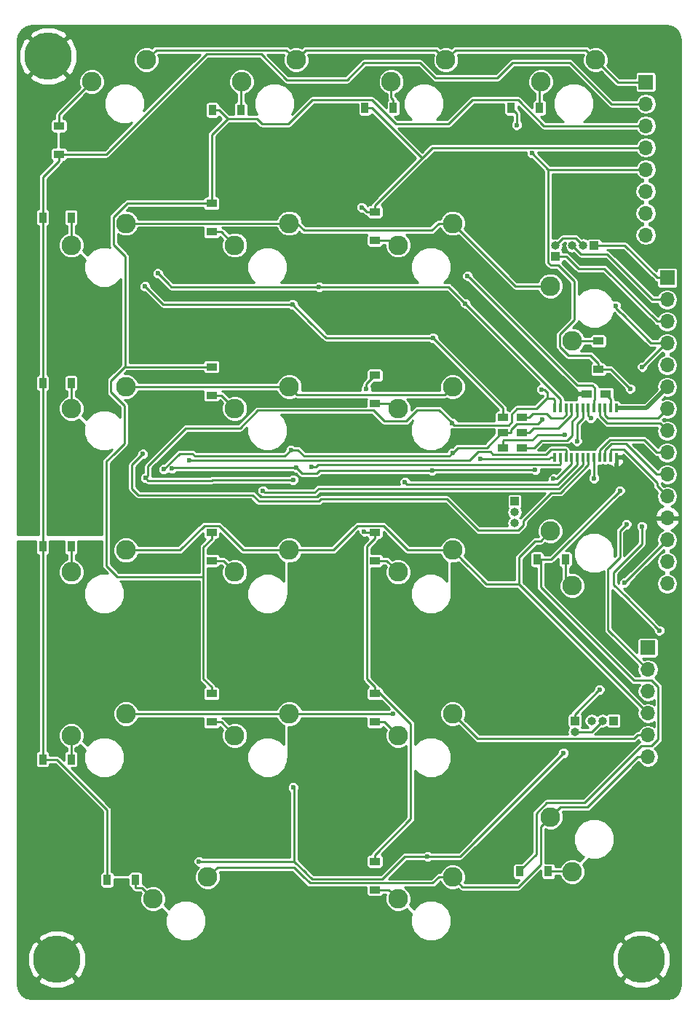
<source format=gbl>
G04 #@! TF.FileFunction,Copper,L2,Bot,Signal*
%FSLAX46Y46*%
G04 Gerber Fmt 4.6, Leading zero omitted, Abs format (unit mm)*
G04 Created by KiCad (PCBNEW 4.0.5) date Sun Feb 26 02:23:34 2017*
%MOMM*%
%LPD*%
G01*
G04 APERTURE LIST*
%ADD10C,0.100000*%
%ADD11C,5.500000*%
%ADD12C,1.270000*%
%ADD13R,1.200000X0.900000*%
%ADD14R,0.900000X1.200000*%
%ADD15R,0.400000X1.100000*%
%ADD16R,1.700000X1.700000*%
%ADD17O,1.700000X1.700000*%
%ADD18R,1.000000X1.000000*%
%ADD19O,1.000000X1.000000*%
%ADD20C,2.286000*%
%ADD21C,0.600000*%
%ADD22C,0.250000*%
%ADD23C,0.500000*%
%ADD24C,0.400000*%
%ADD25C,0.254000*%
G04 APERTURE END LIST*
D10*
D11*
X63500000Y-45500000D03*
D12*
X115500000Y-102750000D03*
X105500000Y-99250000D03*
X97000000Y-99250000D03*
X85250000Y-98750000D03*
D13*
X64750000Y-56900000D03*
X64750000Y-53600000D03*
D14*
X82600000Y-51750000D03*
X85900000Y-51750000D03*
X100350000Y-51500000D03*
X103650000Y-51500000D03*
X117350000Y-51500000D03*
X120650000Y-51500000D03*
X62850000Y-64250000D03*
X66150000Y-64250000D03*
D13*
X82500000Y-62600000D03*
X82500000Y-65900000D03*
X101500000Y-63600000D03*
X101500000Y-66900000D03*
X127500000Y-81900000D03*
X127500000Y-78600000D03*
D14*
X62850000Y-83500000D03*
X66150000Y-83500000D03*
D13*
X82500000Y-81600000D03*
X82500000Y-84900000D03*
X101500000Y-82600000D03*
X101500000Y-85900000D03*
D14*
X62850000Y-102500000D03*
X66150000Y-102500000D03*
D13*
X82500000Y-100850000D03*
X82500000Y-104150000D03*
X101500000Y-100850000D03*
X101500000Y-104150000D03*
D14*
X120350000Y-104000000D03*
X123650000Y-104000000D03*
X62850000Y-127250000D03*
X66150000Y-127250000D03*
D13*
X82500000Y-119600000D03*
X82500000Y-122900000D03*
X101500000Y-119600000D03*
X101500000Y-122900000D03*
D14*
X70350000Y-141250000D03*
X73650000Y-141250000D03*
D13*
X101500000Y-139100000D03*
X101500000Y-142400000D03*
D14*
X118350000Y-140250000D03*
X121650000Y-140250000D03*
D15*
X129575000Y-92100000D03*
X128925000Y-92100000D03*
X128275000Y-92100000D03*
X127625000Y-92100000D03*
X126975000Y-92100000D03*
X126325000Y-92100000D03*
X125675000Y-92100000D03*
X125025000Y-92100000D03*
X124375000Y-92100000D03*
X123725000Y-92100000D03*
X123075000Y-92100000D03*
X122425000Y-92100000D03*
X122425000Y-86400000D03*
X123075000Y-86400000D03*
X123725000Y-86400000D03*
X124375000Y-86400000D03*
X125025000Y-86400000D03*
X125675000Y-86400000D03*
X126325000Y-86400000D03*
X126975000Y-86400000D03*
X127625000Y-86400000D03*
X128275000Y-86400000D03*
X128925000Y-86400000D03*
X129575000Y-86400000D03*
D16*
X133000000Y-48500000D03*
D17*
X133000000Y-51040000D03*
X133000000Y-53580000D03*
X133000000Y-56120000D03*
X133000000Y-58660000D03*
X133000000Y-61200000D03*
X133000000Y-63740000D03*
X133000000Y-66280000D03*
D16*
X133250000Y-114250000D03*
D17*
X133250000Y-116790000D03*
X133250000Y-119330000D03*
X133250000Y-121870000D03*
X133250000Y-124410000D03*
X133250000Y-126950000D03*
D18*
X124750000Y-122750000D03*
D19*
X124750000Y-124020000D03*
D18*
X129250000Y-122750000D03*
D19*
X127980000Y-122750000D03*
X126710000Y-122750000D03*
D18*
X117750000Y-97250000D03*
D19*
X117750000Y-98520000D03*
X117750000Y-99790000D03*
D18*
X127000000Y-67500000D03*
D19*
X125730000Y-67500000D03*
X124460000Y-67500000D03*
D16*
X135500000Y-71250000D03*
D17*
X135500000Y-73790000D03*
X135500000Y-76330000D03*
X135500000Y-78870000D03*
X135500000Y-81410000D03*
X135500000Y-83950000D03*
X135500000Y-86490000D03*
X135500000Y-89030000D03*
X135500000Y-91570000D03*
X135500000Y-94110000D03*
X135500000Y-96650000D03*
X135500000Y-99190000D03*
X135500000Y-101730000D03*
X135500000Y-104270000D03*
X135500000Y-106810000D03*
D18*
X122500000Y-68770000D03*
D19*
X122500000Y-67500000D03*
D12*
X72750000Y-98750000D03*
X123000000Y-60000000D03*
X115400000Y-143750000D03*
X89800000Y-141350000D03*
X77500000Y-98750000D03*
X93500000Y-70500000D03*
X95000000Y-57250000D03*
X91500000Y-99250000D03*
D20*
X72540000Y-64920000D03*
X66190000Y-67460000D03*
X91540000Y-102920000D03*
X85190000Y-105460000D03*
X110540000Y-140920000D03*
X104190000Y-143460000D03*
X110540000Y-102920000D03*
X104190000Y-105460000D03*
X91540000Y-83920000D03*
X85190000Y-86460000D03*
X110540000Y-64920000D03*
X104190000Y-67460000D03*
X91540000Y-64920000D03*
X85190000Y-67460000D03*
X72540000Y-83920000D03*
X66190000Y-86460000D03*
X110540000Y-83920000D03*
X104190000Y-86460000D03*
X72540000Y-102920000D03*
X66190000Y-105460000D03*
X72540000Y-121920000D03*
X66190000Y-124460000D03*
X91540000Y-121920000D03*
X85190000Y-124460000D03*
X110540000Y-121920000D03*
X104190000Y-124460000D03*
X82040000Y-140920000D03*
X75690000Y-143460000D03*
X127165000Y-45920000D03*
X120815000Y-48460000D03*
X109748000Y-45920000D03*
X103398000Y-48460000D03*
X92331700Y-45920000D03*
X85981700Y-48460000D03*
X74915000Y-45920000D03*
X68565000Y-48460000D03*
X121920000Y-133960000D03*
X124460000Y-140310000D03*
X121920000Y-72210000D03*
X124460000Y-78560000D03*
D13*
X116400000Y-87500000D03*
X118600000Y-87500000D03*
X116400000Y-89250000D03*
X118600000Y-89250000D03*
X116400000Y-91000000D03*
X118600000Y-91000000D03*
X126150000Y-84750000D03*
X128350000Y-84750000D03*
D11*
X132500000Y-150500000D03*
X64500000Y-150500000D03*
D20*
X121920000Y-100710000D03*
X124460000Y-107060000D03*
D21*
X103611100Y-121951200D03*
X108250000Y-78244000D03*
X74750000Y-72250000D03*
X91908100Y-74344400D03*
X91750000Y-91250000D03*
X110546400Y-91613700D03*
X120992900Y-87766700D03*
X76933300Y-93535100D03*
X123600000Y-89500000D03*
X130750000Y-99924700D03*
X95000000Y-72318901D03*
X112000000Y-74250000D03*
X76250000Y-70750000D03*
X112270000Y-71020000D03*
X110500000Y-88147446D03*
X92000000Y-94750000D03*
X74803900Y-94527800D03*
X120876600Y-84230200D03*
X132600000Y-81612000D03*
X120150367Y-93600310D03*
X129500000Y-74500000D03*
X77901512Y-93450787D03*
X108172700Y-93680300D03*
X126612500Y-87599500D03*
X92384000Y-93365400D03*
X126975000Y-94570700D03*
X134580000Y-112250000D03*
X132550000Y-100145700D03*
X107624990Y-138532950D03*
X125000000Y-90250000D03*
X92000000Y-130500000D03*
X123440100Y-126500000D03*
X81041100Y-139094300D03*
X74500000Y-91750000D03*
X88461900Y-95992000D03*
X105000000Y-95000000D03*
X122278543Y-94626691D03*
X79903500Y-92496800D03*
X94170000Y-93250000D03*
X113807775Y-92350290D03*
X100250000Y-100750000D03*
X100485600Y-84185400D03*
X99950500Y-63072400D03*
X131200000Y-84150000D03*
X130000000Y-96000000D03*
X118000000Y-53500000D03*
X119750000Y-56750000D03*
X127622700Y-119138000D03*
X130500000Y-106730000D03*
D22*
X64750000Y-52275000D02*
X64750000Y-53600000D01*
X68565000Y-48460000D02*
X64750000Y-52275000D01*
X85900000Y-48541700D02*
X85900000Y-51750000D01*
X85981700Y-48460000D02*
X85900000Y-48541700D01*
X103398000Y-50322700D02*
X103650000Y-50574700D01*
X103398000Y-48460000D02*
X103398000Y-50322700D01*
X103650000Y-51500000D02*
X103650000Y-50574700D01*
X120650000Y-48625000D02*
X120650000Y-51500000D01*
X120815000Y-48460000D02*
X120650000Y-48625000D01*
X83630000Y-65900000D02*
X85190000Y-67460000D01*
X82500000Y-65900000D02*
X83630000Y-65900000D01*
X66190000Y-65215300D02*
X66190000Y-67460000D01*
X66150000Y-65175300D02*
X66190000Y-65215300D01*
X66150000Y-64250000D02*
X66150000Y-65175300D01*
X103630000Y-66900000D02*
X104190000Y-67460000D01*
X101500000Y-66900000D02*
X103630000Y-66900000D01*
X124500000Y-78600000D02*
X124460000Y-78560000D01*
X127500000Y-78600000D02*
X124500000Y-78600000D01*
X66190000Y-84465300D02*
X66190000Y-86460000D01*
X66150000Y-84425300D02*
X66190000Y-84465300D01*
X66150000Y-83500000D02*
X66150000Y-84425300D01*
X83630000Y-84900000D02*
X85190000Y-86460000D01*
X82500000Y-84900000D02*
X83630000Y-84900000D01*
X103630000Y-85900000D02*
X104190000Y-86460000D01*
X101500000Y-85900000D02*
X103630000Y-85900000D01*
X66190000Y-103465300D02*
X66190000Y-105460000D01*
X66150000Y-103425300D02*
X66190000Y-103465300D01*
X66150000Y-102500000D02*
X66150000Y-103425300D01*
X83880000Y-104150000D02*
X85190000Y-105460000D01*
X82500000Y-104150000D02*
X83880000Y-104150000D01*
X104190000Y-105460000D02*
X102880000Y-104150000D01*
X102880000Y-104150000D02*
X101500000Y-104150000D01*
X123650000Y-106250000D02*
X124460000Y-107060000D01*
X123650000Y-104000000D02*
X123650000Y-106250000D01*
X66150000Y-124500000D02*
X66190000Y-124460000D01*
X66150000Y-127250000D02*
X66150000Y-124500000D01*
X83630000Y-122900000D02*
X85190000Y-124460000D01*
X82500000Y-122900000D02*
X83630000Y-122900000D01*
X102630000Y-122900000D02*
X104190000Y-124460000D01*
X101500000Y-122900000D02*
X102630000Y-122900000D01*
X74405300Y-142175300D02*
X73650000Y-142175300D01*
X75690000Y-143460000D02*
X74405300Y-142175300D01*
X73650000Y-141250000D02*
X73650000Y-142175300D01*
X103130000Y-142400000D02*
X104190000Y-143460000D01*
X101500000Y-142400000D02*
X103130000Y-142400000D01*
X124400000Y-140250000D02*
X124460000Y-140310000D01*
X121650000Y-140250000D02*
X124400000Y-140250000D01*
X92331700Y-45920000D02*
X93474699Y-44777001D01*
X93474699Y-44777001D02*
X108605001Y-44777001D01*
X108605001Y-44777001D02*
X109748000Y-45920000D01*
X74915000Y-45920000D02*
X76057999Y-44777001D01*
X76057999Y-44777001D02*
X91188701Y-44777001D01*
X91188701Y-44777001D02*
X92331700Y-45920000D01*
X126022001Y-44777001D02*
X127165000Y-45920000D01*
X110890999Y-44777001D02*
X126022001Y-44777001D01*
X109748000Y-45920000D02*
X110890999Y-44777001D01*
X129745000Y-48500000D02*
X127165000Y-45920000D01*
X133000000Y-48500000D02*
X129745000Y-48500000D01*
X110540000Y-64920000D02*
X108923554Y-64920000D01*
X108923554Y-64920000D02*
X108093554Y-65750000D01*
X92420000Y-64920000D02*
X91540000Y-64920000D01*
X108093554Y-65750000D02*
X93250000Y-65750000D01*
X93250000Y-65750000D02*
X92420000Y-64920000D01*
X117830000Y-72210000D02*
X121920000Y-72210000D01*
X110540000Y-64920000D02*
X117830000Y-72210000D01*
X91540000Y-64920000D02*
X72540000Y-64920000D01*
X91540000Y-83920000D02*
X72540000Y-83920000D01*
X92447300Y-84827300D02*
X91540000Y-83920000D01*
X109632700Y-84827300D02*
X92447300Y-84827300D01*
X110540000Y-83920000D02*
X109632700Y-84827300D01*
X121920000Y-100710000D02*
X120777001Y-101852999D01*
X120777001Y-101852999D02*
X120147001Y-101852999D01*
X120147001Y-101852999D02*
X118250000Y-103750000D01*
X118250000Y-103750000D02*
X118250000Y-104750000D01*
X118250000Y-104750000D02*
X118250000Y-106870000D01*
X118250000Y-106870000D02*
X114490000Y-106870000D01*
X114490000Y-106870000D02*
X110540000Y-102920000D01*
X99500000Y-100074600D02*
X102500000Y-100074600D01*
X105345400Y-102920000D02*
X102500000Y-100074600D01*
X110540000Y-102920000D02*
X105345400Y-102920000D01*
X91540000Y-102920000D02*
X96654600Y-102920000D01*
X96654600Y-102920000D02*
X99500000Y-100074600D01*
X91540000Y-102920000D02*
X90250000Y-102920000D01*
X81640398Y-100074600D02*
X83359602Y-100074600D01*
X83359602Y-100074600D02*
X86205002Y-102920000D01*
X86205002Y-102920000D02*
X90250000Y-102920000D01*
X81640398Y-100074600D02*
X78794998Y-102920000D01*
X78794998Y-102920000D02*
X72540000Y-102920000D01*
X112370000Y-104750000D02*
X111682999Y-104062999D01*
X110540000Y-102920000D02*
X111682999Y-104062999D01*
X110620000Y-103000000D02*
X110540000Y-102920000D01*
X119574600Y-108194600D02*
X133250000Y-121870000D01*
X118250000Y-106870000D02*
X119574600Y-108194600D01*
X91540000Y-121920000D02*
X72540000Y-121920000D01*
X133250000Y-124410000D02*
X132074700Y-124410000D01*
X113465400Y-124845400D02*
X110540000Y-121920000D01*
X131639300Y-124845400D02*
X113465400Y-124845400D01*
X132074700Y-124410000D02*
X131639300Y-124845400D01*
X91571200Y-121951200D02*
X91540000Y-121920000D01*
X103611100Y-121951200D02*
X91571200Y-121951200D01*
X121920000Y-133960000D02*
X120777001Y-135102999D01*
X120777001Y-135102999D02*
X120777001Y-139458001D01*
X120777001Y-139458001D02*
X118172003Y-142062999D01*
X118172003Y-142062999D02*
X111682999Y-142062999D01*
X111682999Y-142062999D02*
X110540000Y-140920000D01*
X96500000Y-141624999D02*
X94375001Y-141624999D01*
X108218555Y-141624999D02*
X96500000Y-141624999D01*
X96500000Y-141624999D02*
X93924990Y-141624999D01*
X93924990Y-141624999D02*
X92076992Y-139777001D01*
X108923554Y-140920000D02*
X108218555Y-141624999D01*
X110540000Y-140920000D02*
X108923554Y-140920000D01*
X108923554Y-140920000D02*
X108893545Y-140950009D01*
X93250000Y-140950009D02*
X92076992Y-139777001D01*
X92076992Y-139777001D02*
X83182999Y-139777001D01*
X83182999Y-139777001D02*
X82040000Y-140920000D01*
X121920000Y-133960000D02*
X123062999Y-132817001D01*
X123062999Y-132817001D02*
X126180918Y-132817001D01*
X126180918Y-132817001D02*
X132047919Y-126950000D01*
X132047919Y-126950000D02*
X133250000Y-126950000D01*
X116400000Y-87500000D02*
X116400000Y-86394000D01*
X116400000Y-86394000D02*
X108250000Y-78244000D01*
X94307700Y-76744000D02*
X94000000Y-76436300D01*
X108250000Y-78244000D02*
X95807700Y-78244000D01*
X94000000Y-76436300D02*
X91908100Y-74344400D01*
X95807700Y-78244000D02*
X94000000Y-76436300D01*
X77594400Y-74344400D02*
X76844400Y-74344400D01*
X76844400Y-74344400D02*
X74750000Y-72250000D01*
X78000000Y-74344400D02*
X91908100Y-74344400D01*
X77594400Y-74344400D02*
X78000000Y-74344400D01*
X110546400Y-91613700D02*
X110160100Y-92000000D01*
X110160100Y-92000000D02*
X93250000Y-92000000D01*
X93250000Y-92000000D02*
X92500000Y-91250000D01*
X92500000Y-91250000D02*
X91750000Y-91250000D01*
X90500000Y-92000000D02*
X80575900Y-92000000D01*
X90500000Y-92000000D02*
X91000000Y-92000000D01*
X91000000Y-92000000D02*
X91750000Y-91250000D01*
X114500000Y-91000000D02*
X111160100Y-91000000D01*
X111160100Y-91000000D02*
X110546400Y-91613700D01*
X116400000Y-89250000D02*
X116250000Y-89250000D01*
X116250000Y-89250000D02*
X114500000Y-91000000D01*
X80250000Y-91674100D02*
X78794300Y-91674100D01*
X80575900Y-92000000D02*
X80250000Y-91674100D01*
X78794300Y-91674100D02*
X76933300Y-93535100D01*
X117325300Y-88940900D02*
X117325300Y-89250000D01*
X117990800Y-88275400D02*
X117325300Y-88940900D01*
X120484200Y-88275400D02*
X117990800Y-88275400D01*
X120992900Y-87766700D02*
X120484200Y-88275400D01*
X116400000Y-89250000D02*
X117325300Y-89250000D01*
X120450000Y-89500000D02*
X123600000Y-89500000D01*
X119807500Y-90142500D02*
X120450000Y-89500000D01*
X116400000Y-91000000D02*
X116400000Y-90224700D01*
X116400000Y-90224700D02*
X116482200Y-90142500D01*
X116482200Y-90142500D02*
X119807500Y-90142500D01*
X120450000Y-89500000D02*
X122000000Y-89500000D01*
X128624999Y-107500000D02*
X128624999Y-106625001D01*
X128624999Y-112164999D02*
X128624999Y-107500000D01*
X128750000Y-104990200D02*
X129240200Y-104500000D01*
X128624999Y-105115201D02*
X129240200Y-104500000D01*
X129240200Y-104500000D02*
X129990200Y-103750000D01*
X128624999Y-107500000D02*
X128624999Y-105115201D01*
X133250000Y-116790000D02*
X128624999Y-112164999D01*
X129990200Y-103750000D02*
X129990200Y-100684500D01*
X129990200Y-100684500D02*
X130750000Y-99924700D01*
X94500000Y-72318901D02*
X95000000Y-72318901D01*
X95000000Y-72318901D02*
X110068901Y-72318901D01*
X77818901Y-72318901D02*
X94500000Y-72318901D01*
X77250000Y-71750000D02*
X76250000Y-70750000D01*
X77500000Y-72000000D02*
X77250000Y-71750000D01*
X110750000Y-73000000D02*
X111000000Y-73250000D01*
X111000000Y-73250000D02*
X112000000Y-74250000D01*
X77250000Y-71750000D02*
X77818901Y-72318901D01*
X110068901Y-72318901D02*
X111000000Y-73250000D01*
X123075000Y-86400000D02*
X123075000Y-85325000D01*
X123075000Y-85325000D02*
X112000000Y-74250000D01*
X123075000Y-86400000D02*
X123075000Y-85524700D01*
X127099600Y-84064598D02*
X126800000Y-83764998D01*
X126975000Y-86400000D02*
X126975000Y-85524700D01*
X125014998Y-83764998D02*
X112506800Y-71256800D01*
X126975000Y-85524700D02*
X127099600Y-85400100D01*
X127099600Y-85400100D02*
X127099600Y-84064598D01*
X126800000Y-83764998D02*
X125014998Y-83764998D01*
X112506800Y-71256800D02*
X112270000Y-71020000D01*
X110352554Y-88000000D02*
X110500000Y-88147446D01*
X110500000Y-88147446D02*
X110727554Y-88375000D01*
X88500000Y-94750000D02*
X82577799Y-94750000D01*
X89250000Y-94750000D02*
X88500000Y-94750000D01*
X88500000Y-94750000D02*
X92000000Y-94750000D01*
X121524700Y-85250000D02*
X121500000Y-85250000D01*
X120250000Y-86500000D02*
X118032500Y-86500000D01*
X121500000Y-85250000D02*
X120250000Y-86500000D01*
X121524700Y-85250000D02*
X121524700Y-84524700D01*
X122250000Y-85250000D02*
X121524700Y-85250000D01*
X122425000Y-85425000D02*
X122250000Y-85250000D01*
X122425000Y-85524700D02*
X122425000Y-85425000D01*
X121500000Y-84500000D02*
X121230200Y-84230200D01*
X121524700Y-84524700D02*
X121500000Y-84500000D01*
X118032500Y-86500000D02*
X117401800Y-87130700D01*
X121230200Y-84230200D02*
X120876600Y-84230200D01*
X74803900Y-94527800D02*
X75103899Y-94227801D01*
X75103899Y-94227801D02*
X75103899Y-93146101D01*
X85818026Y-88750000D02*
X87892626Y-86675400D01*
X110727554Y-88375000D02*
X111250000Y-88375000D01*
X75103899Y-93146101D02*
X79500000Y-88750000D01*
X79500000Y-88750000D02*
X85818026Y-88750000D01*
X106427100Y-86629800D02*
X108982300Y-86629800D01*
X87892626Y-86675400D02*
X101310500Y-86675400D01*
X101310500Y-86675400D02*
X102579300Y-87944200D01*
X102579300Y-87944200D02*
X105112700Y-87944200D01*
X105112700Y-87944200D02*
X106427100Y-86629800D01*
X108982300Y-86629800D02*
X110352554Y-88000000D01*
X112500000Y-88375000D02*
X111250000Y-88375000D01*
X82577799Y-94750000D02*
X82500000Y-94827799D01*
X74803900Y-94527800D02*
X75103899Y-94827799D01*
X75103899Y-94827799D02*
X82500000Y-94827799D01*
X117051000Y-88375000D02*
X112500000Y-88375000D01*
X112500000Y-88375000D02*
X112332400Y-88375000D01*
X112232200Y-88375000D02*
X112500000Y-88375000D01*
X122425000Y-86400000D02*
X122425000Y-85524700D01*
X117401800Y-88024200D02*
X117051000Y-88375000D01*
X117401800Y-87130700D02*
X117401800Y-88024200D01*
X132600000Y-81612000D02*
X135342000Y-78870000D01*
X117752690Y-93600310D02*
X119726103Y-93600310D01*
X117750000Y-93603000D02*
X117752690Y-93600310D01*
X119726103Y-93600310D02*
X120150367Y-93600310D01*
X129500000Y-74750000D02*
X129500000Y-74500000D01*
X130000000Y-75250000D02*
X129749751Y-74999751D01*
X130250000Y-75500000D02*
X130000000Y-75250000D01*
X130000000Y-75250000D02*
X129500000Y-74750000D01*
X133620000Y-78870000D02*
X130250000Y-75500000D01*
X108172700Y-93680300D02*
X95049999Y-93680300D01*
X95049999Y-93680300D02*
X94750000Y-93980299D01*
X94750000Y-93980299D02*
X92998899Y-93980299D01*
X92998899Y-93980299D02*
X92384000Y-93365400D01*
X92384000Y-93365400D02*
X77986899Y-93365400D01*
X77986899Y-93365400D02*
X77901512Y-93450787D01*
X108250000Y-93603000D02*
X109250000Y-93603000D01*
X108172700Y-93680300D02*
X108250000Y-93603000D01*
X117750000Y-93603000D02*
X109250000Y-93603000D01*
X109250000Y-93603000D02*
X108806200Y-93603000D01*
X135500000Y-78870000D02*
X133620000Y-78870000D01*
X135342000Y-78870000D02*
X135500000Y-78870000D01*
X119106200Y-93603000D02*
X117750000Y-93603000D01*
X126325000Y-87312000D02*
X126325000Y-86400000D01*
X126612500Y-87599500D02*
X126325000Y-87312000D01*
X126975000Y-93500000D02*
X126975000Y-92100000D01*
X126975000Y-93500000D02*
X126975000Y-94570700D01*
X132550000Y-100145700D02*
X132550000Y-102200000D01*
X132550000Y-102200000D02*
X129250000Y-105500000D01*
X129250000Y-105500000D02*
X129250000Y-106920000D01*
X129250000Y-106920000D02*
X130580000Y-108250000D01*
X130580000Y-108250000D02*
X134580000Y-112250000D01*
X125675000Y-87550000D02*
X125675000Y-87200000D01*
X125000000Y-90250000D02*
X125000000Y-88225000D01*
X125000000Y-88225000D02*
X125675000Y-87550000D01*
X125675000Y-87200000D02*
X125675000Y-86400000D01*
X107624990Y-138532950D02*
X105000000Y-138532950D01*
X102357961Y-141174989D02*
X105000000Y-138532950D01*
X94174989Y-141174989D02*
X102357961Y-141174989D01*
X92094300Y-139094300D02*
X94174989Y-141174989D01*
X107624990Y-138532950D02*
X111407150Y-138532950D01*
X111407150Y-138532950D02*
X111750000Y-138190100D01*
X111440100Y-138500000D02*
X111750000Y-138190100D01*
X111750000Y-138190100D02*
X123440100Y-126500000D01*
X125049999Y-90200001D02*
X125000000Y-90250000D01*
X92094300Y-139094300D02*
X93250000Y-140250000D01*
X93250000Y-140250000D02*
X93500000Y-140500000D01*
X92094300Y-139094300D02*
X92094300Y-130594300D01*
X92094300Y-130594300D02*
X92000000Y-130500000D01*
X87000000Y-139094300D02*
X81041100Y-139094300D01*
X87993900Y-139094300D02*
X87000000Y-139094300D01*
X87000000Y-139094300D02*
X92094300Y-139094300D01*
X74500000Y-91750000D02*
X73250000Y-93000000D01*
X73250000Y-93000000D02*
X73250000Y-95750000D01*
X126325000Y-92975300D02*
X126325000Y-92100000D01*
X73250000Y-95750000D02*
X74000000Y-96500000D01*
X74000000Y-96500000D02*
X87250000Y-96500000D01*
X87250000Y-96500000D02*
X88000000Y-97250000D01*
X95250000Y-97000000D02*
X109877200Y-97000000D01*
X88000000Y-97250000D02*
X95000000Y-97250000D01*
X109877200Y-97000000D02*
X113500000Y-100622800D01*
X118750000Y-100011002D02*
X118750000Y-99500000D01*
X95000000Y-97250000D02*
X95250000Y-97000000D01*
X113500000Y-100622800D02*
X118138202Y-100622800D01*
X118138202Y-100622800D02*
X118750000Y-100011002D01*
X118750000Y-99500000D02*
X122000000Y-96250000D01*
X123050300Y-96250000D02*
X126325000Y-92975300D01*
X122000000Y-96250000D02*
X123050300Y-96250000D01*
X125675000Y-92100000D02*
X125675000Y-92976800D01*
X94958300Y-95750000D02*
X94500000Y-96208300D01*
X125675000Y-92976800D02*
X122901800Y-95750000D01*
X122901800Y-95750000D02*
X94958300Y-95750000D01*
X94500000Y-96208300D02*
X88678200Y-96208300D01*
X88678200Y-96208300D02*
X88461900Y-95992000D01*
X105251701Y-95251701D02*
X105000000Y-95000000D01*
X107250000Y-95251701D02*
X122748599Y-95251701D01*
X106642999Y-95251701D02*
X107250000Y-95251701D01*
X107250000Y-95251701D02*
X105251701Y-95251701D01*
X122748599Y-95251701D02*
X125025000Y-92975300D01*
X125025000Y-92975300D02*
X125025000Y-92100000D01*
X124375000Y-92100000D02*
X124375000Y-92900000D01*
X124375000Y-92900000D02*
X122648309Y-94626691D01*
X122648309Y-94626691D02*
X122278543Y-94626691D01*
X123725000Y-92100000D02*
X123725000Y-91300000D01*
X123725000Y-91300000D02*
X123649999Y-91224999D01*
X123649999Y-91224999D02*
X121964998Y-91224999D01*
X121964998Y-91224999D02*
X121414597Y-91775400D01*
X80327764Y-92496800D02*
X79903500Y-92496800D01*
X112503200Y-92496800D02*
X80327764Y-92496800D01*
X113500000Y-91500000D02*
X112503200Y-92496800D01*
X121414597Y-91775400D02*
X115250000Y-91775400D01*
X114974600Y-91500000D02*
X113500000Y-91500000D01*
X115250000Y-91775400D02*
X114974600Y-91500000D01*
X94170000Y-93250000D02*
X94594264Y-93250000D01*
X94594264Y-93250000D02*
X94868964Y-92975300D01*
X94868964Y-92975300D02*
X122999700Y-92975300D01*
X122999700Y-92975300D02*
X123075000Y-92900000D01*
X123075000Y-92900000D02*
X123075000Y-92100000D01*
X114232039Y-92350290D02*
X113807775Y-92350290D01*
X121724710Y-92350290D02*
X114232039Y-92350290D01*
X121975000Y-92100000D02*
X121724710Y-92350290D01*
X122425000Y-92100000D02*
X121975000Y-92100000D01*
X70350000Y-141250000D02*
X70350000Y-133100000D01*
X70350000Y-133100000D02*
X64500000Y-127250000D01*
X64500000Y-127250000D02*
X62850000Y-127250000D01*
X62850000Y-102500000D02*
X62850000Y-127250000D01*
X130500000Y-51040000D02*
X129000000Y-51040000D01*
X117500000Y-46250000D02*
X115750000Y-48000000D01*
X106750000Y-46250000D02*
X100250000Y-46250000D01*
X129000000Y-51040000D02*
X124210000Y-46250000D01*
X70250000Y-56899900D02*
X65675300Y-56899900D01*
X124210000Y-46250000D02*
X117500000Y-46250000D01*
X115750000Y-48000000D02*
X108500000Y-48000000D01*
X100250000Y-46250000D02*
X98250000Y-48250000D01*
X108500000Y-48000000D02*
X106750000Y-46250000D01*
X98250000Y-48250000D02*
X91250000Y-48250000D01*
X91250000Y-48250000D02*
X88250000Y-45250000D01*
X88250000Y-45250000D02*
X81899900Y-45250000D01*
X81899900Y-45250000D02*
X70250000Y-56899900D01*
X65675300Y-56899900D02*
X65675300Y-56900000D01*
X65675300Y-56900000D02*
X64750000Y-56900000D01*
X130500000Y-51040000D02*
X129745000Y-51040000D01*
X133000000Y-51040000D02*
X130500000Y-51040000D01*
X62850000Y-59575300D02*
X64750000Y-57675300D01*
X62850000Y-64250000D02*
X62850000Y-59575300D01*
X64750000Y-56900000D02*
X64750000Y-57675300D01*
X62850000Y-64250000D02*
X62850000Y-83500000D01*
X62850000Y-83500000D02*
X62850000Y-102500000D01*
X82500000Y-81600000D02*
X72454001Y-81600000D01*
X72454001Y-81600000D02*
X72438000Y-81583999D01*
X72438000Y-81583999D02*
X71471999Y-82550000D01*
X71471999Y-82550000D02*
X71071999Y-82950000D01*
X70800000Y-84550000D02*
X70800000Y-83221999D01*
X70800000Y-83221999D02*
X71471999Y-82550000D01*
X72348400Y-86098400D02*
X70800000Y-84550000D01*
X72348400Y-86750000D02*
X72348400Y-86150000D01*
X72348400Y-88350000D02*
X72348400Y-86750000D01*
X72348400Y-86750000D02*
X72348400Y-86098400D01*
X72438000Y-68750000D02*
X72438000Y-81583999D01*
X72438000Y-68750000D02*
X72438000Y-71350000D01*
X72348400Y-88350000D02*
X72348400Y-90493200D01*
X72348400Y-87750000D02*
X72348400Y-88350000D01*
X82500000Y-81600000D02*
X82350000Y-81600000D01*
X82500000Y-56250000D02*
X82500000Y-55833900D01*
X82500000Y-62600000D02*
X82500000Y-56250000D01*
X82500000Y-56250000D02*
X82500000Y-54625300D01*
X82500000Y-54625300D02*
X84375300Y-52750000D01*
X84375300Y-52750000D02*
X83375300Y-51750000D01*
X88354300Y-53354300D02*
X87750000Y-52750000D01*
X87750000Y-52750000D02*
X84375300Y-52750000D01*
X91457600Y-53354300D02*
X88750000Y-53354300D01*
X88750000Y-53354300D02*
X88354300Y-53354300D01*
X70250000Y-103750000D02*
X70250000Y-92591600D01*
X70250000Y-104000000D02*
X70250000Y-103750000D01*
X70250000Y-103750000D02*
X70250000Y-104750000D01*
X70250000Y-104750000D02*
X71500000Y-106000000D01*
X81553200Y-106000000D02*
X81553200Y-105250000D01*
X81553200Y-117877900D02*
X81553200Y-106000000D01*
X81553200Y-106000000D02*
X71500000Y-106000000D01*
X72438000Y-68750000D02*
X71071999Y-67383999D01*
X82500000Y-62600000D02*
X73750000Y-62600000D01*
X71071999Y-67383999D02*
X71071999Y-64215359D01*
X71071999Y-64215359D02*
X72687358Y-62600000D01*
X72687358Y-62600000D02*
X73750000Y-62600000D01*
X72348400Y-90493200D02*
X71500000Y-91341600D01*
X71500000Y-91341600D02*
X71066100Y-91775500D01*
X70250000Y-92591600D02*
X71500000Y-91341600D01*
X81553200Y-105250000D02*
X81553200Y-104407200D01*
X82600000Y-51750000D02*
X83375300Y-51750000D01*
X94237300Y-50574600D02*
X91457600Y-53354300D01*
X101155800Y-50574600D02*
X94237300Y-50574600D01*
X103930900Y-53349700D02*
X101155800Y-50574600D01*
X110082900Y-53349700D02*
X103930900Y-53349700D01*
X112858000Y-50574600D02*
X110082900Y-53349700D01*
X118155800Y-50574600D02*
X112858000Y-50574600D01*
X121161200Y-53580000D02*
X118155800Y-50574600D01*
X133000000Y-53580000D02*
X121161200Y-53580000D01*
X82500000Y-119600000D02*
X82500000Y-118824700D01*
X82500000Y-100850000D02*
X82500000Y-101625300D01*
X82500000Y-118824700D02*
X81553200Y-117877900D01*
X81553200Y-102572100D02*
X82500000Y-101625300D01*
X81553200Y-104407200D02*
X81553200Y-102572100D01*
X100485600Y-84185400D02*
X100485600Y-83614400D01*
X100485600Y-83614400D02*
X101500000Y-82600000D01*
X101500000Y-100850000D02*
X100350000Y-100850000D01*
X100350000Y-100850000D02*
X100250000Y-100750000D01*
X100574600Y-117899300D02*
X100574600Y-103000000D01*
X101500000Y-100850000D02*
X101500000Y-101550000D01*
X101500000Y-101550000D02*
X100574600Y-102475400D01*
X100574600Y-102475400D02*
X100574600Y-103000000D01*
X108204700Y-56120000D02*
X106975000Y-57349700D01*
X133000000Y-56120000D02*
X108204700Y-56120000D01*
X101500000Y-118824700D02*
X100574600Y-117899300D01*
X100047100Y-63072400D02*
X100574700Y-63600000D01*
X99950500Y-63072400D02*
X100047100Y-63072400D01*
X101500000Y-63600000D02*
X100574700Y-63600000D01*
X101500000Y-119600000D02*
X101500000Y-119212300D01*
X101500000Y-119212300D02*
X101500000Y-118824700D01*
X101500000Y-139100000D02*
X101500000Y-138324700D01*
X101500000Y-63600000D02*
X101500000Y-62824700D01*
X100350000Y-51500000D02*
X101125300Y-51500000D01*
X106975000Y-57349700D02*
X101125300Y-51500000D01*
X106975000Y-57349700D02*
X101500000Y-62824700D01*
X101756600Y-119212300D02*
X101500000Y-119212300D01*
X105669600Y-123125300D02*
X101756600Y-119212300D01*
X105669600Y-134155100D02*
X105669600Y-123125300D01*
X101500000Y-138324700D02*
X105669600Y-134155100D01*
X127500000Y-81900000D02*
X128950000Y-81900000D01*
X128950000Y-81900000D02*
X131200000Y-84150000D01*
X130000000Y-96000000D02*
X123450000Y-102550000D01*
X120350000Y-104000000D02*
X122000000Y-104000000D01*
X122000000Y-104000000D02*
X123450000Y-102550000D01*
X118350000Y-140250000D02*
X118350000Y-140150000D01*
X118350000Y-140150000D02*
X120250000Y-138250000D01*
X120250000Y-138250000D02*
X120250000Y-133553400D01*
X121500000Y-132303400D02*
X125876600Y-132303400D01*
X120250000Y-133553400D02*
X121500000Y-132303400D01*
X125876600Y-132303400D02*
X132500000Y-125680000D01*
X132500000Y-125680000D02*
X133660800Y-125680000D01*
X131603600Y-118060000D02*
X120793600Y-107250000D01*
X133660800Y-125680000D02*
X134467900Y-124872900D01*
X134467900Y-124872900D02*
X134467900Y-118841300D01*
X120793600Y-107250000D02*
X120793600Y-104000000D01*
X134467900Y-118841300D02*
X133686600Y-118060000D01*
X133686600Y-118060000D02*
X131603600Y-118060000D01*
X120793600Y-104000000D02*
X120350000Y-104000000D01*
X121674999Y-67750000D02*
X121674999Y-69500000D01*
X124681099Y-71681099D02*
X124681099Y-76166259D01*
X121674999Y-69500000D02*
X121967356Y-69792357D01*
X121967356Y-69792357D02*
X122792357Y-69792357D01*
X122792357Y-69792357D02*
X124681099Y-71681099D01*
X124681099Y-76166259D02*
X122991999Y-77855359D01*
X126550000Y-80250000D02*
X127500000Y-81200000D01*
X122991999Y-77855359D02*
X122991999Y-79255989D01*
X122991999Y-79255989D02*
X123986010Y-80250000D01*
X123986010Y-80250000D02*
X126550000Y-80250000D01*
X127500000Y-81200000D02*
X127500000Y-81900000D01*
X127500000Y-81900000D02*
X127650000Y-81900000D01*
X118000000Y-53500000D02*
X118000000Y-52150000D01*
X118000000Y-52150000D02*
X117350000Y-51500000D01*
X121674999Y-58735001D02*
X121674999Y-58674999D01*
X121674999Y-58674999D02*
X119750000Y-56750000D01*
X121674999Y-67750000D02*
X121674999Y-67083999D01*
X130250000Y-58660000D02*
X121750000Y-58660000D01*
X121674999Y-67750000D02*
X121674999Y-58735001D01*
X121674999Y-58735001D02*
X121750000Y-58660000D01*
X130250000Y-58660000D02*
X133000000Y-58660000D01*
X130098998Y-58660000D02*
X130250000Y-58660000D01*
X135500000Y-76330000D02*
X134324700Y-76330000D01*
X134324700Y-76330000D02*
X128171600Y-70176900D01*
X128171600Y-70176900D02*
X125176900Y-70176900D01*
X125176900Y-70176900D02*
X123750000Y-68750000D01*
X123750000Y-68750000D02*
X122500000Y-68750000D01*
X130574700Y-67500000D02*
X127000000Y-67500000D01*
X134324700Y-71250000D02*
X130574700Y-67500000D01*
X135500000Y-71250000D02*
X134324700Y-71250000D01*
X124460000Y-67500000D02*
X125460000Y-68500000D01*
X125460000Y-68500000D02*
X128500000Y-68500000D01*
X128500000Y-68500000D02*
X133790000Y-73790000D01*
X133790000Y-73790000D02*
X134324700Y-73790000D01*
X134324700Y-73790000D02*
X135500000Y-73790000D01*
X124750000Y-122750000D02*
X124750000Y-122000000D01*
X124750000Y-122000000D02*
X127612000Y-119138000D01*
X127612000Y-119138000D02*
X127622700Y-119138000D01*
X132500000Y-104730000D02*
X130750000Y-106480000D01*
X130750000Y-106480000D02*
X130500000Y-106730000D01*
X135500000Y-101730000D02*
X132500000Y-104730000D01*
X132500000Y-104730000D02*
X131312713Y-105917287D01*
X123375000Y-87550000D02*
X121964700Y-87550000D01*
X121964700Y-87550000D02*
X121510400Y-87095700D01*
X123725000Y-87200000D02*
X123375000Y-87550000D01*
X119854300Y-87095700D02*
X121510400Y-87095700D01*
X118600000Y-87500000D02*
X119450000Y-87500000D01*
X123725000Y-87200000D02*
X123725000Y-86400000D01*
X119450000Y-87500000D02*
X119854300Y-87095700D01*
X122825000Y-88750000D02*
X124375000Y-87200000D01*
X119450000Y-89250000D02*
X119950000Y-88750000D01*
X118600000Y-89250000D02*
X119450000Y-89250000D01*
X119950000Y-88750000D02*
X122825000Y-88750000D01*
X124375000Y-87200000D02*
X124375000Y-86400000D01*
X118600000Y-91000000D02*
X120000000Y-91000000D01*
X123875004Y-90150000D02*
X124400000Y-89625004D01*
X120000000Y-91000000D02*
X120850000Y-90150000D01*
X120850000Y-90150000D02*
X123875004Y-90150000D01*
X124400000Y-89625004D02*
X124400000Y-87975000D01*
X124400000Y-87975000D02*
X125025000Y-87350000D01*
X125025000Y-87350000D02*
X125025000Y-86400000D01*
D23*
X129750000Y-86400000D02*
X133050000Y-86400000D01*
D24*
X129575000Y-86400000D02*
X129750000Y-86400000D01*
D23*
X133050000Y-86400000D02*
X135500000Y-83950000D01*
D22*
X126710000Y-124020000D02*
X124750000Y-124020000D01*
X127980000Y-122750000D02*
X126710000Y-124020000D01*
X124884700Y-66654700D02*
X124500000Y-66654700D01*
X124500000Y-66654700D02*
X124047300Y-66654700D01*
X122500000Y-67500000D02*
X123345300Y-66654700D01*
X123345300Y-66654700D02*
X124500000Y-66654700D01*
X125730000Y-67500000D02*
X124884700Y-66654700D01*
X128600000Y-87525000D02*
X134465000Y-87525000D01*
X134465000Y-87525000D02*
X135500000Y-86490000D01*
X128275000Y-86400000D02*
X128275000Y-87200000D01*
X128275000Y-87200000D02*
X128600000Y-87525000D01*
X135500000Y-89030000D02*
X134650001Y-88180001D01*
X134650001Y-88180001D02*
X128529701Y-88180001D01*
X128529701Y-88180001D02*
X127625000Y-87275300D01*
X127625000Y-86400000D02*
X127625000Y-87275300D01*
X135500000Y-91570000D02*
X134297919Y-91570000D01*
X134297919Y-91570000D02*
X132827899Y-90099980D01*
X132827899Y-90099980D02*
X128825020Y-90099980D01*
X128825020Y-90099980D02*
X127625000Y-91300000D01*
X127625000Y-91300000D02*
X127625000Y-92100000D01*
X134297919Y-94110000D02*
X130937919Y-90750000D01*
X129025009Y-90549991D02*
X130737910Y-90549991D01*
X130937919Y-90750000D02*
X130799991Y-90612072D01*
X130737910Y-90549991D02*
X130937919Y-90750000D01*
X135500000Y-94110000D02*
X134297919Y-94110000D01*
X128275000Y-92100000D02*
X128275000Y-91300000D01*
X128275000Y-91300000D02*
X129025009Y-90549991D01*
X135500000Y-96650000D02*
X134324999Y-95474999D01*
X134324999Y-95074999D02*
X130474999Y-91224999D01*
X134324999Y-95474999D02*
X134324999Y-95074999D01*
X130474999Y-91224999D02*
X129000001Y-91224999D01*
X129000001Y-91224999D02*
X128925000Y-91300000D01*
X128925000Y-91300000D02*
X128925000Y-92100000D01*
X128925000Y-85325000D02*
X128925000Y-86400000D01*
X128350000Y-84750000D02*
X128925000Y-85325000D01*
D25*
G36*
X136089007Y-42078016D02*
X136588341Y-42411660D01*
X136921984Y-42910995D01*
X137048000Y-43544518D01*
X137048000Y-153455482D01*
X136921984Y-154089005D01*
X136588341Y-154588340D01*
X136089007Y-154921984D01*
X135455481Y-155048000D01*
X61544518Y-155048000D01*
X60910995Y-154921984D01*
X60411660Y-154588341D01*
X60078016Y-154089007D01*
X59952000Y-153455481D01*
X59952000Y-152916266D01*
X62263339Y-152916266D01*
X62575487Y-153364932D01*
X63818343Y-153883331D01*
X65164976Y-153886648D01*
X66410371Y-153374380D01*
X66424513Y-153364932D01*
X66736661Y-152916266D01*
X130263339Y-152916266D01*
X130575487Y-153364932D01*
X131818343Y-153883331D01*
X133164976Y-153886648D01*
X134410371Y-153374380D01*
X134424513Y-153364932D01*
X134736661Y-152916266D01*
X132500000Y-150679605D01*
X130263339Y-152916266D01*
X66736661Y-152916266D01*
X64500000Y-150679605D01*
X62263339Y-152916266D01*
X59952000Y-152916266D01*
X59952000Y-151164976D01*
X61113352Y-151164976D01*
X61625620Y-152410371D01*
X61635068Y-152424513D01*
X62083734Y-152736661D01*
X64320395Y-150500000D01*
X64679605Y-150500000D01*
X66916266Y-152736661D01*
X67364932Y-152424513D01*
X67883331Y-151181657D01*
X67883372Y-151164976D01*
X129113352Y-151164976D01*
X129625620Y-152410371D01*
X129635068Y-152424513D01*
X130083734Y-152736661D01*
X132320395Y-150500000D01*
X132679605Y-150500000D01*
X134916266Y-152736661D01*
X135364932Y-152424513D01*
X135883331Y-151181657D01*
X135886648Y-149835024D01*
X135374380Y-148589629D01*
X135364932Y-148575487D01*
X134916266Y-148263339D01*
X132679605Y-150500000D01*
X132320395Y-150500000D01*
X130083734Y-148263339D01*
X129635068Y-148575487D01*
X129116669Y-149818343D01*
X129113352Y-151164976D01*
X67883372Y-151164976D01*
X67886648Y-149835024D01*
X67374380Y-148589629D01*
X67364932Y-148575487D01*
X66916266Y-148263339D01*
X64679605Y-150500000D01*
X64320395Y-150500000D01*
X62083734Y-148263339D01*
X61635068Y-148575487D01*
X61116669Y-149818343D01*
X61113352Y-151164976D01*
X59952000Y-151164976D01*
X59952000Y-148083734D01*
X62263339Y-148083734D01*
X64500000Y-150320395D01*
X66736661Y-148083734D01*
X66424513Y-147635068D01*
X65181657Y-147116669D01*
X63835024Y-147113352D01*
X62589629Y-147625620D01*
X62575487Y-147635068D01*
X62263339Y-148083734D01*
X59952000Y-148083734D01*
X59952000Y-101877000D01*
X62020273Y-101877000D01*
X62015615Y-101900000D01*
X62015615Y-103100000D01*
X62041903Y-103239708D01*
X62124470Y-103368020D01*
X62250453Y-103454101D01*
X62348000Y-103473855D01*
X62348000Y-126275400D01*
X62260292Y-126291903D01*
X62131980Y-126374470D01*
X62045899Y-126500453D01*
X62015615Y-126650000D01*
X62015615Y-127850000D01*
X62041903Y-127989708D01*
X62124470Y-128118020D01*
X62250453Y-128204101D01*
X62400000Y-128234385D01*
X63300000Y-128234385D01*
X63439708Y-128208097D01*
X63568020Y-128125530D01*
X63654101Y-127999547D01*
X63684385Y-127850000D01*
X63684385Y-127752000D01*
X64292064Y-127752000D01*
X69848000Y-133307935D01*
X69848000Y-140275400D01*
X69760292Y-140291903D01*
X69631980Y-140374470D01*
X69545899Y-140500453D01*
X69515615Y-140650000D01*
X69515615Y-141850000D01*
X69541903Y-141989708D01*
X69624470Y-142118020D01*
X69750453Y-142204101D01*
X69900000Y-142234385D01*
X70800000Y-142234385D01*
X70939708Y-142208097D01*
X71068020Y-142125530D01*
X71154101Y-141999547D01*
X71184385Y-141850000D01*
X71184385Y-141127000D01*
X72815615Y-141127000D01*
X72815615Y-141850000D01*
X72841903Y-141989708D01*
X72924470Y-142118020D01*
X73050453Y-142204101D01*
X73158063Y-142225893D01*
X73186212Y-142367407D01*
X73295032Y-142530268D01*
X73457893Y-142639088D01*
X73650000Y-142677300D01*
X74197364Y-142677300D01*
X74318764Y-142798700D01*
X74170264Y-143156327D01*
X74169736Y-143761020D01*
X74400655Y-144319886D01*
X74827865Y-144747842D01*
X75386327Y-144979736D01*
X75991020Y-144980264D01*
X76549886Y-144749345D01*
X76684930Y-144614536D01*
X77266594Y-145196200D01*
X77129512Y-145526330D01*
X77128689Y-146469532D01*
X77488877Y-147341253D01*
X78155239Y-148008779D01*
X79026330Y-148370488D01*
X79969532Y-148371311D01*
X80841253Y-148011123D01*
X81508779Y-147344761D01*
X81870488Y-146473670D01*
X81871311Y-145530468D01*
X81511123Y-144658747D01*
X80844761Y-143991221D01*
X79973670Y-143629512D01*
X79030468Y-143628689D01*
X78158747Y-143988877D01*
X77538074Y-144608468D01*
X77058205Y-144128599D01*
X77209736Y-143763673D01*
X77210264Y-143158980D01*
X76979345Y-142600114D01*
X76552135Y-142172158D01*
X75993673Y-141940264D01*
X75388980Y-141939736D01*
X75028584Y-142088649D01*
X74760268Y-141820332D01*
X74597407Y-141711512D01*
X74484385Y-141689030D01*
X74484385Y-140650000D01*
X74458097Y-140510292D01*
X74375530Y-140381980D01*
X74249547Y-140295899D01*
X74100000Y-140265615D01*
X73200000Y-140265615D01*
X73060292Y-140291903D01*
X72931980Y-140374470D01*
X72845899Y-140500453D01*
X72821083Y-140623000D01*
X71179305Y-140623000D01*
X71158097Y-140510292D01*
X71075530Y-140381980D01*
X70949547Y-140295899D01*
X70852000Y-140276145D01*
X70852000Y-133100000D01*
X70813788Y-132907893D01*
X70813788Y-132907892D01*
X70745305Y-132805401D01*
X70704968Y-132745032D01*
X70704965Y-132745030D01*
X66194321Y-128234385D01*
X66600000Y-128234385D01*
X66739708Y-128208097D01*
X66868020Y-128125530D01*
X66954101Y-127999547D01*
X66984385Y-127850000D01*
X66984385Y-126650000D01*
X66958097Y-126510292D01*
X66875530Y-126381980D01*
X66749547Y-126295899D01*
X66652000Y-126276145D01*
X66652000Y-125913748D01*
X67049886Y-125749345D01*
X67184930Y-125614536D01*
X67766594Y-126196200D01*
X67629512Y-126526330D01*
X67628689Y-127469532D01*
X67988877Y-128341253D01*
X68655239Y-129008779D01*
X69526330Y-129370488D01*
X70469532Y-129371311D01*
X71341253Y-129011123D01*
X72008779Y-128344761D01*
X72370488Y-127473670D01*
X72371311Y-126530468D01*
X72011123Y-125658747D01*
X71344761Y-124991221D01*
X70473670Y-124629512D01*
X69530468Y-124628689D01*
X68658747Y-124988877D01*
X68038074Y-125608468D01*
X67558205Y-125128599D01*
X67709736Y-124763673D01*
X67710264Y-124158980D01*
X67479345Y-123600114D01*
X67052135Y-123172158D01*
X66493673Y-122940264D01*
X65888980Y-122939736D01*
X65330114Y-123170655D01*
X64902158Y-123597865D01*
X64670264Y-124156327D01*
X64669736Y-124761020D01*
X64900655Y-125319886D01*
X65327865Y-125747842D01*
X65648000Y-125880774D01*
X65648000Y-126275400D01*
X65560292Y-126291903D01*
X65431980Y-126374470D01*
X65345899Y-126500453D01*
X65315615Y-126650000D01*
X65315615Y-127355679D01*
X64854968Y-126895032D01*
X64692107Y-126786212D01*
X64500000Y-126747999D01*
X64499995Y-126748000D01*
X63684385Y-126748000D01*
X63684385Y-126650000D01*
X63658097Y-126510292D01*
X63575530Y-126381980D01*
X63449547Y-126295899D01*
X63352000Y-126276145D01*
X63352000Y-103474600D01*
X63439708Y-103458097D01*
X63568020Y-103375530D01*
X63654101Y-103249547D01*
X63684385Y-103100000D01*
X63684385Y-101900000D01*
X63680057Y-101877000D01*
X65320273Y-101877000D01*
X65315615Y-101900000D01*
X65315615Y-103100000D01*
X65341903Y-103239708D01*
X65424470Y-103368020D01*
X65550453Y-103454101D01*
X65658063Y-103475892D01*
X65686212Y-103617407D01*
X65688000Y-103620083D01*
X65688000Y-104022779D01*
X65330114Y-104170655D01*
X64902158Y-104597865D01*
X64670264Y-105156327D01*
X64669736Y-105761020D01*
X64900655Y-106319886D01*
X65327865Y-106747842D01*
X65886327Y-106979736D01*
X66491020Y-106980264D01*
X67049886Y-106749345D01*
X67477842Y-106322135D01*
X67709736Y-105763673D01*
X67710264Y-105158980D01*
X67479345Y-104600114D01*
X67052135Y-104172158D01*
X66692000Y-104022617D01*
X66692000Y-103467074D01*
X66739708Y-103458097D01*
X66868020Y-103375530D01*
X66954101Y-103249547D01*
X66984385Y-103100000D01*
X66984385Y-101900000D01*
X66980057Y-101877000D01*
X69748000Y-101877000D01*
X69748000Y-104749995D01*
X69747999Y-104750000D01*
X69786212Y-104942107D01*
X69895032Y-105104968D01*
X70419529Y-105629465D01*
X69530468Y-105628689D01*
X68658747Y-105988877D01*
X67991221Y-106655239D01*
X67629512Y-107526330D01*
X67628689Y-108469532D01*
X67988877Y-109341253D01*
X68655239Y-110008779D01*
X69526330Y-110370488D01*
X70469532Y-110371311D01*
X71341253Y-110011123D01*
X72008779Y-109344761D01*
X72370488Y-108473670D01*
X72371311Y-107530468D01*
X72011123Y-106658747D01*
X71854649Y-106502000D01*
X81051200Y-106502000D01*
X81051200Y-117877895D01*
X81051199Y-117877900D01*
X81089412Y-118070007D01*
X81198232Y-118232868D01*
X81758452Y-118793087D01*
X81631980Y-118874470D01*
X81545899Y-119000453D01*
X81515615Y-119150000D01*
X81515615Y-120050000D01*
X81541903Y-120189708D01*
X81624470Y-120318020D01*
X81750453Y-120404101D01*
X81900000Y-120434385D01*
X83100000Y-120434385D01*
X83239708Y-120408097D01*
X83368020Y-120325530D01*
X83454101Y-120199547D01*
X83484385Y-120050000D01*
X83484385Y-119150000D01*
X83458097Y-119010292D01*
X83375530Y-118881980D01*
X83249547Y-118795899D01*
X83100000Y-118765615D01*
X82990247Y-118765615D01*
X82987939Y-118754010D01*
X82963788Y-118632592D01*
X82891087Y-118523788D01*
X82854968Y-118469732D01*
X82854965Y-118469730D01*
X82055200Y-117669964D01*
X82055200Y-104984385D01*
X83100000Y-104984385D01*
X83239708Y-104958097D01*
X83368020Y-104875530D01*
X83454101Y-104749547D01*
X83473855Y-104652000D01*
X83672064Y-104652000D01*
X83818764Y-104798700D01*
X83670264Y-105156327D01*
X83669736Y-105761020D01*
X83900655Y-106319886D01*
X84327865Y-106747842D01*
X84886327Y-106979736D01*
X85491020Y-106980264D01*
X86049886Y-106749345D01*
X86477842Y-106322135D01*
X86709736Y-105763673D01*
X86710264Y-105158980D01*
X86479345Y-104600114D01*
X86052135Y-104172158D01*
X85493673Y-103940264D01*
X84888980Y-103939736D01*
X84528584Y-104088649D01*
X84234968Y-103795032D01*
X84072107Y-103686212D01*
X83880000Y-103647999D01*
X83879995Y-103648000D01*
X83474600Y-103648000D01*
X83458097Y-103560292D01*
X83375530Y-103431980D01*
X83249547Y-103345899D01*
X83100000Y-103315615D01*
X82055200Y-103315615D01*
X82055200Y-102780036D01*
X82854965Y-101980270D01*
X82854968Y-101980268D01*
X82923969Y-101877000D01*
X82963788Y-101817408D01*
X82990247Y-101684385D01*
X83100000Y-101684385D01*
X83239708Y-101658097D01*
X83368020Y-101575530D01*
X83454101Y-101449547D01*
X83484385Y-101300000D01*
X83484385Y-100909319D01*
X85850032Y-103274965D01*
X85850034Y-103274968D01*
X85910867Y-103315615D01*
X86012894Y-103383788D01*
X86205002Y-103422000D01*
X90102779Y-103422000D01*
X90250655Y-103779886D01*
X90677865Y-104207842D01*
X90892282Y-104296876D01*
X90883006Y-104310452D01*
X90873000Y-104359862D01*
X90873000Y-106520383D01*
X90344761Y-105991221D01*
X89473670Y-105629512D01*
X88530468Y-105628689D01*
X87658747Y-105988877D01*
X86991221Y-106655239D01*
X86629512Y-107526330D01*
X86628689Y-108469532D01*
X86988877Y-109341253D01*
X87655239Y-110008779D01*
X88526330Y-110370488D01*
X89469532Y-110371311D01*
X90341253Y-110011123D01*
X91008779Y-109344761D01*
X91370488Y-108473670D01*
X91370779Y-108140583D01*
X91377000Y-108109862D01*
X91377000Y-104439859D01*
X91841020Y-104440264D01*
X92399886Y-104209345D01*
X92827842Y-103782135D01*
X92977383Y-103422000D01*
X96654595Y-103422000D01*
X96654600Y-103422001D01*
X96846707Y-103383788D01*
X97009568Y-103274968D01*
X99573034Y-100711502D01*
X99572883Y-100884073D01*
X99675733Y-101132989D01*
X99866010Y-101323598D01*
X100114746Y-101426882D01*
X100384073Y-101427117D01*
X100528319Y-101367516D01*
X100541903Y-101439708D01*
X100624470Y-101568020D01*
X100712141Y-101627923D01*
X100219632Y-102120432D01*
X100110812Y-102283293D01*
X100072599Y-102475400D01*
X100072600Y-102475405D01*
X100072600Y-117899295D01*
X100072599Y-117899300D01*
X100110812Y-118091407D01*
X100219632Y-118254268D01*
X100758452Y-118793087D01*
X100631980Y-118874470D01*
X100545899Y-119000453D01*
X100515615Y-119150000D01*
X100515615Y-120050000D01*
X100541903Y-120189708D01*
X100624470Y-120318020D01*
X100750453Y-120404101D01*
X100900000Y-120434385D01*
X102100000Y-120434385D01*
X102239708Y-120408097D01*
X102241383Y-120407019D01*
X103219697Y-121385332D01*
X103155718Y-121449200D01*
X92990112Y-121449200D01*
X92829345Y-121060114D01*
X92402135Y-120632158D01*
X91843673Y-120400264D01*
X91238980Y-120399736D01*
X90680114Y-120630655D01*
X90252158Y-121057865D01*
X90102617Y-121418000D01*
X73977221Y-121418000D01*
X73829345Y-121060114D01*
X73402135Y-120632158D01*
X72843673Y-120400264D01*
X72238980Y-120399736D01*
X71680114Y-120630655D01*
X71252158Y-121057865D01*
X71020264Y-121616327D01*
X71019736Y-122221020D01*
X71250655Y-122779886D01*
X71677865Y-123207842D01*
X72236327Y-123439736D01*
X72841020Y-123440264D01*
X73399886Y-123209345D01*
X73827842Y-122782135D01*
X73977383Y-122422000D01*
X81521285Y-122422000D01*
X81515615Y-122450000D01*
X81515615Y-123350000D01*
X81541903Y-123489708D01*
X81624470Y-123618020D01*
X81750453Y-123704101D01*
X81900000Y-123734385D01*
X83100000Y-123734385D01*
X83239708Y-123708097D01*
X83368020Y-123625530D01*
X83454101Y-123499547D01*
X83465133Y-123445069D01*
X83818764Y-123798700D01*
X83670264Y-124156327D01*
X83669736Y-124761020D01*
X83900655Y-125319886D01*
X84327865Y-125747842D01*
X84886327Y-125979736D01*
X85491020Y-125980264D01*
X86049886Y-125749345D01*
X86477842Y-125322135D01*
X86709736Y-124763673D01*
X86710264Y-124158980D01*
X86479345Y-123600114D01*
X86052135Y-123172158D01*
X85493673Y-122940264D01*
X84888980Y-122939736D01*
X84528584Y-123088649D01*
X83984968Y-122545032D01*
X83822107Y-122436212D01*
X83750659Y-122422000D01*
X90102779Y-122422000D01*
X90250655Y-122779886D01*
X90677865Y-123207842D01*
X90875243Y-123289801D01*
X90873000Y-123300877D01*
X90873000Y-125520383D01*
X90344761Y-124991221D01*
X89473670Y-124629512D01*
X88530468Y-124628689D01*
X87658747Y-124988877D01*
X86991221Y-125655239D01*
X86629512Y-126526330D01*
X86628689Y-127469532D01*
X86988877Y-128341253D01*
X87655239Y-129008779D01*
X88526330Y-129370488D01*
X89469532Y-129371311D01*
X90341253Y-129011123D01*
X91008779Y-128344761D01*
X91370488Y-127473670D01*
X91370830Y-127081343D01*
X91377000Y-127050877D01*
X91377000Y-123439859D01*
X91841020Y-123440264D01*
X92399886Y-123209345D01*
X92827842Y-122782135D01*
X92964428Y-122453200D01*
X100515615Y-122453200D01*
X100515615Y-123350000D01*
X100541903Y-123489708D01*
X100624470Y-123618020D01*
X100750453Y-123704101D01*
X100900000Y-123734385D01*
X102100000Y-123734385D01*
X102239708Y-123708097D01*
X102368020Y-123625530D01*
X102454101Y-123499547D01*
X102465133Y-123445069D01*
X102818764Y-123798700D01*
X102670264Y-124156327D01*
X102669736Y-124761020D01*
X102900655Y-125319886D01*
X103327865Y-125747842D01*
X103886327Y-125979736D01*
X104491020Y-125980264D01*
X105049886Y-125749345D01*
X105167600Y-125631836D01*
X105167600Y-133947164D01*
X101145032Y-137969732D01*
X101036212Y-138132593D01*
X101009752Y-138265615D01*
X100900000Y-138265615D01*
X100760292Y-138291903D01*
X100631980Y-138374470D01*
X100545899Y-138500453D01*
X100515615Y-138650000D01*
X100515615Y-139550000D01*
X100541903Y-139689708D01*
X100624470Y-139818020D01*
X100750453Y-139904101D01*
X100900000Y-139934385D01*
X102100000Y-139934385D01*
X102239708Y-139908097D01*
X102368020Y-139825530D01*
X102454101Y-139699547D01*
X102484385Y-139550000D01*
X102484385Y-138650000D01*
X102458097Y-138510292D01*
X102375530Y-138381980D01*
X102249547Y-138295899D01*
X102240557Y-138294079D01*
X106024568Y-134510068D01*
X106133388Y-134347207D01*
X106171601Y-134155100D01*
X106171600Y-134155095D01*
X106171600Y-128524295D01*
X106655239Y-129008779D01*
X107526330Y-129370488D01*
X108469532Y-129371311D01*
X109341253Y-129011123D01*
X110008779Y-128344761D01*
X110370488Y-127473670D01*
X110371311Y-126530468D01*
X110011123Y-125658747D01*
X109344761Y-124991221D01*
X108473670Y-124629512D01*
X107530468Y-124628689D01*
X106658747Y-124988877D01*
X106171600Y-125475175D01*
X106171600Y-123125305D01*
X106171601Y-123125300D01*
X106133388Y-122933193D01*
X106032454Y-122782135D01*
X106024568Y-122770332D01*
X106024565Y-122770330D01*
X102484385Y-119230149D01*
X102484385Y-119150000D01*
X102458097Y-119010292D01*
X102375530Y-118881980D01*
X102249547Y-118795899D01*
X102100000Y-118765615D01*
X101990247Y-118765615D01*
X101987939Y-118754010D01*
X101963788Y-118632592D01*
X101891087Y-118523788D01*
X101854968Y-118469732D01*
X101854965Y-118469730D01*
X101076600Y-117691364D01*
X101076600Y-104984385D01*
X102100000Y-104984385D01*
X102239708Y-104958097D01*
X102368020Y-104875530D01*
X102454101Y-104749547D01*
X102473855Y-104652000D01*
X102672064Y-104652000D01*
X102818764Y-104798700D01*
X102670264Y-105156327D01*
X102669736Y-105761020D01*
X102900655Y-106319886D01*
X103327865Y-106747842D01*
X103886327Y-106979736D01*
X104491020Y-106980264D01*
X105049886Y-106749345D01*
X105477842Y-106322135D01*
X105709736Y-105763673D01*
X105710264Y-105158980D01*
X105479345Y-104600114D01*
X105052135Y-104172158D01*
X104493673Y-103940264D01*
X103888980Y-103939736D01*
X103528584Y-104088649D01*
X103234968Y-103795032D01*
X103072107Y-103686212D01*
X102880000Y-103647999D01*
X102879995Y-103648000D01*
X102474600Y-103648000D01*
X102458097Y-103560292D01*
X102375530Y-103431980D01*
X102249547Y-103345899D01*
X102100000Y-103315615D01*
X101076600Y-103315615D01*
X101076600Y-102683336D01*
X101854965Y-101904970D01*
X101854968Y-101904968D01*
X101920200Y-101807340D01*
X101963788Y-101742108D01*
X101975270Y-101684385D01*
X102100000Y-101684385D01*
X102239708Y-101658097D01*
X102368020Y-101575530D01*
X102454101Y-101449547D01*
X102484385Y-101300000D01*
X102484385Y-100768921D01*
X104990430Y-103274965D01*
X104990432Y-103274968D01*
X105051265Y-103315615D01*
X105153292Y-103383788D01*
X105345400Y-103422000D01*
X109102779Y-103422000D01*
X109250655Y-103779886D01*
X109677865Y-104207842D01*
X109892282Y-104296876D01*
X109883006Y-104310452D01*
X109873000Y-104359862D01*
X109873000Y-106520383D01*
X109344761Y-105991221D01*
X108473670Y-105629512D01*
X107530468Y-105628689D01*
X106658747Y-105988877D01*
X105991221Y-106655239D01*
X105629512Y-107526330D01*
X105628689Y-108469532D01*
X105988877Y-109341253D01*
X106655239Y-110008779D01*
X107526330Y-110370488D01*
X108469532Y-110371311D01*
X109341253Y-110011123D01*
X110008779Y-109344761D01*
X110370488Y-108473670D01*
X110370779Y-108140583D01*
X110377000Y-108109862D01*
X110377000Y-104439859D01*
X110841020Y-104440264D01*
X111201416Y-104291351D01*
X114135030Y-107224965D01*
X114135032Y-107224968D01*
X114297893Y-107333788D01*
X114490000Y-107372001D01*
X114490005Y-107372000D01*
X118042064Y-107372000D01*
X119219630Y-108549565D01*
X119219632Y-108549568D01*
X132088737Y-121418672D01*
X131998962Y-121870000D01*
X132092362Y-122339553D01*
X132358342Y-122737620D01*
X132756409Y-123003600D01*
X133225962Y-123097000D01*
X133274038Y-123097000D01*
X133743591Y-123003600D01*
X133965900Y-122855058D01*
X133965900Y-123424942D01*
X133743591Y-123276400D01*
X133274038Y-123183000D01*
X133225962Y-123183000D01*
X132756409Y-123276400D01*
X132358342Y-123542380D01*
X132114042Y-123908000D01*
X132074705Y-123908000D01*
X132074700Y-123907999D01*
X131882593Y-123946212D01*
X131719732Y-124055032D01*
X131719730Y-124055035D01*
X131431364Y-124343400D01*
X127096536Y-124343400D01*
X127826323Y-123613613D01*
X127980000Y-123644181D01*
X128315613Y-123577423D01*
X128453436Y-123485333D01*
X128474470Y-123518020D01*
X128600453Y-123604101D01*
X128750000Y-123634385D01*
X129750000Y-123634385D01*
X129889708Y-123608097D01*
X130018020Y-123525530D01*
X130104101Y-123399547D01*
X130134385Y-123250000D01*
X130134385Y-122250000D01*
X130108097Y-122110292D01*
X130025530Y-121981980D01*
X129899547Y-121895899D01*
X129750000Y-121865615D01*
X128750000Y-121865615D01*
X128610292Y-121891903D01*
X128481980Y-121974470D01*
X128454176Y-122015162D01*
X128315613Y-121922577D01*
X127980000Y-121855819D01*
X127644387Y-121922577D01*
X127359867Y-122112686D01*
X127345000Y-122134936D01*
X127330133Y-122112686D01*
X127045613Y-121922577D01*
X126710000Y-121855819D01*
X126374387Y-121922577D01*
X126089867Y-122112686D01*
X125899758Y-122397206D01*
X125833000Y-122732819D01*
X125833000Y-122767181D01*
X125899758Y-123102794D01*
X126089867Y-123387314D01*
X126285454Y-123518000D01*
X125523165Y-123518000D01*
X125604101Y-123399547D01*
X125634385Y-123250000D01*
X125634385Y-122250000D01*
X125608097Y-122110292D01*
X125525530Y-121981980D01*
X125497267Y-121962669D01*
X127644916Y-119815019D01*
X127756773Y-119815117D01*
X128005689Y-119712267D01*
X128196298Y-119521990D01*
X128299582Y-119273254D01*
X128299817Y-119003927D01*
X128196967Y-118755011D01*
X128006690Y-118564402D01*
X127757954Y-118461118D01*
X127488627Y-118460883D01*
X127239711Y-118563733D01*
X127049102Y-118754010D01*
X126945818Y-119002746D01*
X126945738Y-119094327D01*
X124395032Y-121645032D01*
X124286212Y-121807893D01*
X124274730Y-121865615D01*
X124250000Y-121865615D01*
X124110292Y-121891903D01*
X123981980Y-121974470D01*
X123895899Y-122100453D01*
X123865615Y-122250000D01*
X123865615Y-123250000D01*
X123891903Y-123389708D01*
X123974470Y-123518020D01*
X124015162Y-123545824D01*
X123922577Y-123684387D01*
X123855819Y-124020000D01*
X123920148Y-124343400D01*
X113673335Y-124343400D01*
X111911236Y-122581300D01*
X112059736Y-122223673D01*
X112060264Y-121618980D01*
X111829345Y-121060114D01*
X111402135Y-120632158D01*
X110843673Y-120400264D01*
X110238980Y-120399736D01*
X109680114Y-120630655D01*
X109252158Y-121057865D01*
X109020264Y-121616327D01*
X109019736Y-122221020D01*
X109250655Y-122779886D01*
X109677865Y-123207842D01*
X110236327Y-123439736D01*
X110841020Y-123440264D01*
X111201416Y-123291351D01*
X113110430Y-125200365D01*
X113110432Y-125200368D01*
X113182087Y-125248246D01*
X113273292Y-125309188D01*
X113465400Y-125347400D01*
X131639295Y-125347400D01*
X131639300Y-125347401D01*
X131831407Y-125309188D01*
X131994268Y-125200368D01*
X132181571Y-125013064D01*
X132316206Y-125214558D01*
X132307892Y-125216212D01*
X132145032Y-125325032D01*
X125668664Y-131801400D01*
X121500005Y-131801400D01*
X121500000Y-131801399D01*
X121307893Y-131839612D01*
X121145032Y-131948432D01*
X119895032Y-133198432D01*
X119786212Y-133361293D01*
X119747999Y-133553400D01*
X119748000Y-133553405D01*
X119748000Y-138042065D01*
X118524449Y-139265615D01*
X117900000Y-139265615D01*
X117760292Y-139291903D01*
X117631980Y-139374470D01*
X117545899Y-139500453D01*
X117515615Y-139650000D01*
X117515615Y-140850000D01*
X117541903Y-140989708D01*
X117624470Y-141118020D01*
X117750453Y-141204101D01*
X117900000Y-141234385D01*
X118290681Y-141234385D01*
X117964067Y-141560999D01*
X111919666Y-141560999D01*
X112059736Y-141223673D01*
X112060264Y-140618980D01*
X111829345Y-140060114D01*
X111402135Y-139632158D01*
X110843673Y-139400264D01*
X110238980Y-139399736D01*
X109680114Y-139630655D01*
X109252158Y-140057865D01*
X109102617Y-140418000D01*
X108923554Y-140418000D01*
X108731446Y-140456212D01*
X108568586Y-140565032D01*
X108010619Y-141122999D01*
X103119887Y-141122999D01*
X105207935Y-139034950D01*
X107169527Y-139034950D01*
X107241000Y-139106548D01*
X107489736Y-139209832D01*
X107759063Y-139210067D01*
X108007979Y-139107217D01*
X108080372Y-139034950D01*
X111407145Y-139034950D01*
X111407150Y-139034951D01*
X111599257Y-138996738D01*
X111762118Y-138887918D01*
X123473007Y-127177029D01*
X123574173Y-127177117D01*
X123823089Y-127074267D01*
X124013698Y-126883990D01*
X124116982Y-126635254D01*
X124117217Y-126365927D01*
X124014367Y-126117011D01*
X123824090Y-125926402D01*
X123575354Y-125823118D01*
X123306027Y-125822883D01*
X123057111Y-125925733D01*
X122866502Y-126116010D01*
X122763218Y-126364746D01*
X122763129Y-126467035D01*
X111199214Y-138030950D01*
X108080453Y-138030950D01*
X108008980Y-137959352D01*
X107760244Y-137856068D01*
X107490917Y-137855833D01*
X107242001Y-137958683D01*
X107169608Y-138030950D01*
X105000000Y-138030950D01*
X104807892Y-138069162D01*
X104742660Y-138112750D01*
X104645032Y-138177982D01*
X104645030Y-138177985D01*
X102150025Y-140672989D01*
X94382924Y-140672989D01*
X93762790Y-140052855D01*
X93604968Y-139895032D01*
X93604966Y-139895031D01*
X92596300Y-138886364D01*
X92596300Y-130829317D01*
X92676882Y-130635254D01*
X92677117Y-130365927D01*
X92574267Y-130117011D01*
X92383990Y-129926402D01*
X92135254Y-129823118D01*
X91865927Y-129822883D01*
X91617011Y-129925733D01*
X91426402Y-130116010D01*
X91323118Y-130364746D01*
X91322883Y-130634073D01*
X91425733Y-130882989D01*
X91592300Y-131049847D01*
X91592300Y-138592300D01*
X81496563Y-138592300D01*
X81425090Y-138520702D01*
X81176354Y-138417418D01*
X80907027Y-138417183D01*
X80658111Y-138520033D01*
X80467502Y-138710310D01*
X80364218Y-138959046D01*
X80363983Y-139228373D01*
X80466833Y-139477289D01*
X80657110Y-139667898D01*
X80905846Y-139771182D01*
X81039225Y-139771298D01*
X80752158Y-140057865D01*
X80520264Y-140616327D01*
X80519736Y-141221020D01*
X80750655Y-141779886D01*
X81177865Y-142207842D01*
X81736327Y-142439736D01*
X82341020Y-142440264D01*
X82899886Y-142209345D01*
X83327842Y-141782135D01*
X83559736Y-141223673D01*
X83560264Y-140618980D01*
X83419787Y-140279001D01*
X91869056Y-140279001D01*
X93570020Y-141979964D01*
X93570022Y-141979967D01*
X93732883Y-142088787D01*
X93924990Y-142127000D01*
X93924995Y-142126999D01*
X100515615Y-142126999D01*
X100515615Y-142850000D01*
X100541903Y-142989708D01*
X100624470Y-143118020D01*
X100750453Y-143204101D01*
X100900000Y-143234385D01*
X102100000Y-143234385D01*
X102239708Y-143208097D01*
X102368020Y-143125530D01*
X102454101Y-142999547D01*
X102473855Y-142902000D01*
X102775870Y-142902000D01*
X102670264Y-143156327D01*
X102669736Y-143761020D01*
X102900655Y-144319886D01*
X103327865Y-144747842D01*
X103886327Y-144979736D01*
X104491020Y-144980264D01*
X105049886Y-144749345D01*
X105184930Y-144614536D01*
X105766594Y-145196200D01*
X105629512Y-145526330D01*
X105628689Y-146469532D01*
X105988877Y-147341253D01*
X106655239Y-148008779D01*
X107526330Y-148370488D01*
X108469532Y-148371311D01*
X109165521Y-148083734D01*
X130263339Y-148083734D01*
X132500000Y-150320395D01*
X134736661Y-148083734D01*
X134424513Y-147635068D01*
X133181657Y-147116669D01*
X131835024Y-147113352D01*
X130589629Y-147625620D01*
X130575487Y-147635068D01*
X130263339Y-148083734D01*
X109165521Y-148083734D01*
X109341253Y-148011123D01*
X110008779Y-147344761D01*
X110370488Y-146473670D01*
X110371311Y-145530468D01*
X110011123Y-144658747D01*
X109344761Y-143991221D01*
X108473670Y-143629512D01*
X107530468Y-143628689D01*
X106658747Y-143988877D01*
X106038074Y-144608468D01*
X105558205Y-144128599D01*
X105709736Y-143763673D01*
X105710264Y-143158980D01*
X105479345Y-142600114D01*
X105052135Y-142172158D01*
X104943380Y-142126999D01*
X108218550Y-142126999D01*
X108218555Y-142127000D01*
X108410662Y-142088787D01*
X108573523Y-141979967D01*
X109111174Y-141442316D01*
X109250655Y-141779886D01*
X109677865Y-142207842D01*
X110236327Y-142439736D01*
X110841020Y-142440264D01*
X111201416Y-142291351D01*
X111328029Y-142417964D01*
X111328031Y-142417967D01*
X111490892Y-142526787D01*
X111682999Y-142565000D01*
X111683004Y-142564999D01*
X118171998Y-142564999D01*
X118172003Y-142565000D01*
X118364110Y-142526787D01*
X118526971Y-142417967D01*
X120815615Y-140129322D01*
X120815615Y-140850000D01*
X120841903Y-140989708D01*
X120924470Y-141118020D01*
X121050453Y-141204101D01*
X121200000Y-141234385D01*
X122100000Y-141234385D01*
X122239708Y-141208097D01*
X122368020Y-141125530D01*
X122454101Y-140999547D01*
X122484385Y-140850000D01*
X122484385Y-140752000D01*
X122997988Y-140752000D01*
X123170655Y-141169886D01*
X123597865Y-141597842D01*
X124156327Y-141829736D01*
X124761020Y-141830264D01*
X125319886Y-141599345D01*
X125747842Y-141172135D01*
X125979736Y-140613673D01*
X125980264Y-140008980D01*
X125749345Y-139450114D01*
X125739427Y-139440179D01*
X126372849Y-138806757D01*
X126526330Y-138870488D01*
X127469532Y-138871311D01*
X128341253Y-138511123D01*
X129008779Y-137844761D01*
X129370488Y-136973670D01*
X129371311Y-136030468D01*
X129011123Y-135158747D01*
X128344761Y-134491221D01*
X127473670Y-134129512D01*
X126530468Y-134128689D01*
X125658747Y-134488877D01*
X124991221Y-135155239D01*
X124629512Y-136026330D01*
X124628689Y-136969532D01*
X124988877Y-137841253D01*
X125655239Y-138508779D01*
X125765734Y-138554660D01*
X125305248Y-139015146D01*
X124763673Y-138790264D01*
X124158980Y-138789736D01*
X123600114Y-139020655D01*
X123172158Y-139447865D01*
X123047531Y-139748000D01*
X122484385Y-139748000D01*
X122484385Y-139650000D01*
X122458097Y-139510292D01*
X122375530Y-139381980D01*
X122249547Y-139295899D01*
X122100000Y-139265615D01*
X121279001Y-139265615D01*
X121279001Y-135339666D01*
X121616327Y-135479736D01*
X122221020Y-135480264D01*
X122779886Y-135249345D01*
X123207842Y-134822135D01*
X123439736Y-134263673D01*
X123440264Y-133658980D01*
X123299787Y-133319001D01*
X126180913Y-133319001D01*
X126180918Y-133319002D01*
X126373025Y-133280789D01*
X126535886Y-133171969D01*
X132170844Y-127537010D01*
X132358342Y-127817620D01*
X132756409Y-128083600D01*
X133225962Y-128177000D01*
X133274038Y-128177000D01*
X133743591Y-128083600D01*
X134141658Y-127817620D01*
X134407638Y-127419553D01*
X134501038Y-126950000D01*
X134407638Y-126480447D01*
X134141658Y-126082380D01*
X134037771Y-126012965D01*
X134822865Y-125227870D01*
X134822868Y-125227868D01*
X134931688Y-125065007D01*
X134946831Y-124988877D01*
X134969901Y-124872900D01*
X134969900Y-124872895D01*
X134969900Y-118841305D01*
X134969901Y-118841300D01*
X134931688Y-118649192D01*
X134822868Y-118486332D01*
X134053237Y-117716701D01*
X134141658Y-117657620D01*
X134407638Y-117259553D01*
X134501038Y-116790000D01*
X134407638Y-116320447D01*
X134141658Y-115922380D01*
X133743591Y-115656400D01*
X133274038Y-115563000D01*
X133225962Y-115563000D01*
X132814734Y-115644798D01*
X132654321Y-115484385D01*
X134100000Y-115484385D01*
X134239708Y-115458097D01*
X134368020Y-115375530D01*
X134454101Y-115249547D01*
X134484385Y-115100000D01*
X134484385Y-113400000D01*
X134458097Y-113260292D01*
X134375530Y-113131980D01*
X134249547Y-113045899D01*
X134100000Y-113015615D01*
X132400000Y-113015615D01*
X132260292Y-113041903D01*
X132131980Y-113124470D01*
X132045899Y-113250453D01*
X132015615Y-113400000D01*
X132015615Y-114845679D01*
X129126999Y-111957063D01*
X129126999Y-107506935D01*
X130225032Y-108604968D01*
X133902971Y-112282906D01*
X133902883Y-112384073D01*
X134005733Y-112632989D01*
X134196010Y-112823598D01*
X134444746Y-112926882D01*
X134714073Y-112927117D01*
X134962989Y-112824267D01*
X135153598Y-112633990D01*
X135256882Y-112385254D01*
X135257117Y-112115927D01*
X135154267Y-111867011D01*
X134963990Y-111676402D01*
X134715254Y-111573118D01*
X134612964Y-111573029D01*
X130934968Y-107895032D01*
X130446890Y-107406954D01*
X130634073Y-107407117D01*
X130882989Y-107304267D01*
X131073598Y-107113990D01*
X131176882Y-106865254D01*
X131176971Y-106762965D01*
X131997556Y-105942380D01*
X132854965Y-105084970D01*
X132854968Y-105084968D01*
X135064734Y-102875202D01*
X135123000Y-102886791D01*
X135123000Y-103113209D01*
X135006409Y-103136400D01*
X134608342Y-103402380D01*
X134342362Y-103800447D01*
X134248962Y-104270000D01*
X134342362Y-104739553D01*
X134608342Y-105137620D01*
X135006409Y-105403600D01*
X135123000Y-105426791D01*
X135123000Y-105653209D01*
X135006409Y-105676400D01*
X134608342Y-105942380D01*
X134342362Y-106340447D01*
X134248962Y-106810000D01*
X134342362Y-107279553D01*
X134608342Y-107677620D01*
X135006409Y-107943600D01*
X135475962Y-108037000D01*
X135524038Y-108037000D01*
X135993591Y-107943600D01*
X136391658Y-107677620D01*
X136657638Y-107279553D01*
X136751038Y-106810000D01*
X136657638Y-106340447D01*
X136391658Y-105942380D01*
X135993591Y-105676400D01*
X135877000Y-105653209D01*
X135877000Y-105426791D01*
X135993591Y-105403600D01*
X136391658Y-105137620D01*
X136657638Y-104739553D01*
X136751038Y-104270000D01*
X136657638Y-103800447D01*
X136391658Y-103402380D01*
X135993591Y-103136400D01*
X135877000Y-103113209D01*
X135877000Y-102886791D01*
X135993591Y-102863600D01*
X136391658Y-102597620D01*
X136657638Y-102199553D01*
X136751038Y-101730000D01*
X136657638Y-101260447D01*
X136391658Y-100862380D01*
X135993591Y-100596400D01*
X135950046Y-100587738D01*
X136381358Y-100385183D01*
X136771645Y-99956924D01*
X136941476Y-99546890D01*
X136820155Y-99317000D01*
X135627000Y-99317000D01*
X135627000Y-99337000D01*
X135373000Y-99337000D01*
X135373000Y-99317000D01*
X134179845Y-99317000D01*
X134058524Y-99546890D01*
X134228355Y-99956924D01*
X134618642Y-100385183D01*
X135049954Y-100587738D01*
X135006409Y-100596400D01*
X134608342Y-100862380D01*
X134342362Y-101260447D01*
X134248962Y-101730000D01*
X134338737Y-102181328D01*
X132145032Y-104375032D01*
X132145030Y-104375035D01*
X131270065Y-105250000D01*
X130467093Y-106052971D01*
X130365927Y-106052883D01*
X130117011Y-106155733D01*
X129926402Y-106346010D01*
X129823118Y-106594746D01*
X129822954Y-106783018D01*
X129752000Y-106712064D01*
X129752000Y-105707936D01*
X132904965Y-102554970D01*
X132904968Y-102554968D01*
X133013788Y-102392107D01*
X133030539Y-102307893D01*
X133052001Y-102200000D01*
X133052000Y-102199995D01*
X133052000Y-100601163D01*
X133123598Y-100529690D01*
X133226882Y-100280954D01*
X133227117Y-100011627D01*
X133124267Y-99762711D01*
X132933990Y-99572102D01*
X132685254Y-99468818D01*
X132415927Y-99468583D01*
X132167011Y-99571433D01*
X131976402Y-99761710D01*
X131873118Y-100010446D01*
X131872883Y-100279773D01*
X131975733Y-100528689D01*
X132048000Y-100601082D01*
X132048000Y-101992065D01*
X130492200Y-103547864D01*
X130492200Y-100892436D01*
X130782907Y-100601729D01*
X130884073Y-100601817D01*
X131132989Y-100498967D01*
X131323598Y-100308690D01*
X131426882Y-100059954D01*
X131427117Y-99790627D01*
X131324267Y-99541711D01*
X131133990Y-99351102D01*
X130885254Y-99247818D01*
X130615927Y-99247583D01*
X130367011Y-99350433D01*
X130176402Y-99540710D01*
X130073118Y-99789446D01*
X130073029Y-99891736D01*
X129635232Y-100329532D01*
X129526412Y-100492393D01*
X129488199Y-100684500D01*
X129488200Y-100684505D01*
X129488200Y-103542065D01*
X129370544Y-103659721D01*
X129371311Y-102780468D01*
X129011123Y-101908747D01*
X128344761Y-101241221D01*
X127473670Y-100879512D01*
X126530468Y-100878689D01*
X125658747Y-101238877D01*
X124991221Y-101905239D01*
X124629512Y-102776330D01*
X124628689Y-103719532D01*
X124988877Y-104591253D01*
X125655239Y-105258779D01*
X126526330Y-105620488D01*
X127469532Y-105621311D01*
X128122999Y-105351304D01*
X128122999Y-112164994D01*
X128122998Y-112164999D01*
X128161211Y-112357106D01*
X128270031Y-112519967D01*
X132088737Y-116338673D01*
X131998962Y-116790000D01*
X132092362Y-117259553D01*
X132291778Y-117558000D01*
X131811535Y-117558000D01*
X121295600Y-107042064D01*
X121295600Y-104502000D01*
X121999995Y-104502000D01*
X122000000Y-104502001D01*
X122192107Y-104463788D01*
X122354968Y-104354968D01*
X122815615Y-103894321D01*
X122815615Y-104600000D01*
X122841903Y-104739708D01*
X122924470Y-104868020D01*
X123050453Y-104954101D01*
X123148000Y-104973855D01*
X123148000Y-106249995D01*
X123147999Y-106250000D01*
X123148812Y-106254088D01*
X122940264Y-106756327D01*
X122939736Y-107361020D01*
X123170655Y-107919886D01*
X123597865Y-108347842D01*
X124156327Y-108579736D01*
X124761020Y-108580264D01*
X125319886Y-108349345D01*
X125747842Y-107922135D01*
X125979736Y-107363673D01*
X125980264Y-106758980D01*
X125749345Y-106200114D01*
X125322135Y-105772158D01*
X124763673Y-105540264D01*
X124158980Y-105539736D01*
X124152000Y-105542620D01*
X124152000Y-104974600D01*
X124239708Y-104958097D01*
X124368020Y-104875530D01*
X124454101Y-104749547D01*
X124484385Y-104600000D01*
X124484385Y-103400000D01*
X124458097Y-103260292D01*
X124375530Y-103131980D01*
X124249547Y-103045899D01*
X124100000Y-103015615D01*
X123694320Y-103015615D01*
X123804965Y-102904970D01*
X123804968Y-102904968D01*
X130032906Y-96677029D01*
X130134073Y-96677117D01*
X130382989Y-96574267D01*
X130573598Y-96383990D01*
X130676882Y-96135254D01*
X130677117Y-95865927D01*
X130574267Y-95617011D01*
X130383990Y-95426402D01*
X130135254Y-95323118D01*
X129865927Y-95322883D01*
X129617011Y-95425733D01*
X129426402Y-95616010D01*
X129323118Y-95864746D01*
X129323029Y-95967036D01*
X123095032Y-102195032D01*
X123095030Y-102195035D01*
X121792064Y-103498000D01*
X121184385Y-103498000D01*
X121184385Y-103400000D01*
X121158097Y-103260292D01*
X121075530Y-103131980D01*
X120949547Y-103045899D01*
X120800000Y-103015615D01*
X119900000Y-103015615D01*
X119760292Y-103041903D01*
X119631980Y-103124470D01*
X119545899Y-103250453D01*
X119515615Y-103400000D01*
X119515615Y-104600000D01*
X119541903Y-104739708D01*
X119624470Y-104868020D01*
X119750453Y-104954101D01*
X119900000Y-104984385D01*
X120291600Y-104984385D01*
X120291600Y-107249995D01*
X120291599Y-107250000D01*
X120329812Y-107442107D01*
X120438632Y-107604968D01*
X131248630Y-118414965D01*
X131248632Y-118414968D01*
X131355436Y-118486332D01*
X131411493Y-118523788D01*
X131603600Y-118562001D01*
X131603605Y-118562000D01*
X132291778Y-118562000D01*
X132092362Y-118860447D01*
X131998962Y-119330000D01*
X132092362Y-119799553D01*
X132358342Y-120197620D01*
X132756409Y-120463600D01*
X133225962Y-120557000D01*
X133274038Y-120557000D01*
X133743591Y-120463600D01*
X133965900Y-120315058D01*
X133965900Y-120884942D01*
X133743591Y-120736400D01*
X133274038Y-120643000D01*
X133225962Y-120643000D01*
X132814734Y-120724799D01*
X119929568Y-107839632D01*
X119929565Y-107839630D01*
X118752000Y-106662064D01*
X118752000Y-103957936D01*
X120354936Y-102354999D01*
X120776996Y-102354999D01*
X120777001Y-102355000D01*
X120969108Y-102316787D01*
X121131969Y-102207967D01*
X121258700Y-102081236D01*
X121616327Y-102229736D01*
X122221020Y-102230264D01*
X122779886Y-101999345D01*
X123207842Y-101572135D01*
X123439736Y-101013673D01*
X123440264Y-100408980D01*
X123209345Y-99850114D01*
X122782135Y-99422158D01*
X122223673Y-99190264D01*
X121618980Y-99189736D01*
X121060114Y-99420655D01*
X120632158Y-99847865D01*
X120400264Y-100406327D01*
X120399736Y-101011020D01*
X120540213Y-101350999D01*
X120147006Y-101350999D01*
X120147001Y-101350998D01*
X119954894Y-101389211D01*
X119792033Y-101498031D01*
X119792031Y-101498034D01*
X117895032Y-103395032D01*
X117786212Y-103557893D01*
X117747999Y-103750000D01*
X117748000Y-103750005D01*
X117748000Y-106368000D01*
X114697935Y-106368000D01*
X111911236Y-103581300D01*
X112059736Y-103223673D01*
X112060264Y-102618980D01*
X111829345Y-102060114D01*
X111402135Y-101632158D01*
X110843673Y-101400264D01*
X110238980Y-101399736D01*
X109680114Y-101630655D01*
X109252158Y-102057865D01*
X109102617Y-102418000D01*
X105553335Y-102418000D01*
X102854968Y-99719632D01*
X102692107Y-99610812D01*
X102500000Y-99572599D01*
X102499995Y-99572600D01*
X99500000Y-99572600D01*
X99307892Y-99610812D01*
X99242660Y-99654400D01*
X99145032Y-99719632D01*
X99145030Y-99719635D01*
X96446664Y-102418000D01*
X92977221Y-102418000D01*
X92829345Y-102060114D01*
X92402135Y-101632158D01*
X91843673Y-101400264D01*
X91238980Y-101399736D01*
X90680114Y-101630655D01*
X90252158Y-102057865D01*
X90102617Y-102418000D01*
X86412937Y-102418000D01*
X83714570Y-99719632D01*
X83551709Y-99610812D01*
X83359602Y-99572599D01*
X83359597Y-99572600D01*
X81640398Y-99572600D01*
X81448290Y-99610812D01*
X81383058Y-99654400D01*
X81285430Y-99719632D01*
X81285428Y-99719635D01*
X78587062Y-102418000D01*
X73977221Y-102418000D01*
X73829345Y-102060114D01*
X73402135Y-101632158D01*
X72843673Y-101400264D01*
X72238980Y-101399736D01*
X71680114Y-101630655D01*
X71252158Y-102057865D01*
X71020264Y-102616327D01*
X71019736Y-103221020D01*
X71250655Y-103779886D01*
X71677865Y-104207842D01*
X72236327Y-104439736D01*
X72841020Y-104440264D01*
X73399886Y-104209345D01*
X73827842Y-103782135D01*
X73977383Y-103422000D01*
X78794993Y-103422000D01*
X78794998Y-103422001D01*
X78987105Y-103383788D01*
X79149966Y-103274968D01*
X81515615Y-100909318D01*
X81515615Y-101300000D01*
X81541903Y-101439708D01*
X81624470Y-101568020D01*
X81750453Y-101654101D01*
X81759443Y-101655922D01*
X81198232Y-102217132D01*
X81089412Y-102379993D01*
X81051199Y-102572100D01*
X81051200Y-102572105D01*
X81051200Y-105498000D01*
X71707936Y-105498000D01*
X70752000Y-104542064D01*
X70752000Y-92799536D01*
X71854968Y-91696568D01*
X72703365Y-90848170D01*
X72703368Y-90848168D01*
X72812188Y-90685307D01*
X72820305Y-90644500D01*
X72850401Y-90493200D01*
X72850400Y-90493195D01*
X72850400Y-86098400D01*
X72834894Y-86020447D01*
X72812188Y-85906292D01*
X72759206Y-85827000D01*
X72703368Y-85743432D01*
X72703365Y-85743430D01*
X72399814Y-85439879D01*
X72841020Y-85440264D01*
X73399886Y-85209345D01*
X73827842Y-84782135D01*
X73977383Y-84422000D01*
X81521285Y-84422000D01*
X81515615Y-84450000D01*
X81515615Y-85350000D01*
X81541903Y-85489708D01*
X81624470Y-85618020D01*
X81750453Y-85704101D01*
X81900000Y-85734385D01*
X83100000Y-85734385D01*
X83239708Y-85708097D01*
X83368020Y-85625530D01*
X83454101Y-85499547D01*
X83465133Y-85445069D01*
X83818764Y-85798700D01*
X83670264Y-86156327D01*
X83669736Y-86761020D01*
X83900655Y-87319886D01*
X84327865Y-87747842D01*
X84886327Y-87979736D01*
X85491020Y-87980264D01*
X86049886Y-87749345D01*
X86477842Y-87322135D01*
X86709736Y-86763673D01*
X86710264Y-86158980D01*
X86479345Y-85600114D01*
X86052135Y-85172158D01*
X85493673Y-84940264D01*
X84888980Y-84939736D01*
X84528584Y-85088649D01*
X83984968Y-84545032D01*
X83822107Y-84436212D01*
X83750659Y-84422000D01*
X90102779Y-84422000D01*
X90250655Y-84779886D01*
X90677865Y-85207842D01*
X91236327Y-85439736D01*
X91841020Y-85440264D01*
X92234888Y-85277521D01*
X92255193Y-85291088D01*
X92447300Y-85329301D01*
X92447305Y-85329300D01*
X100540057Y-85329300D01*
X100515615Y-85450000D01*
X100515615Y-86173400D01*
X87892626Y-86173400D01*
X87700519Y-86211612D01*
X87537658Y-86320432D01*
X87537656Y-86320435D01*
X85610090Y-88248000D01*
X79500005Y-88248000D01*
X79500000Y-88247999D01*
X79325549Y-88282700D01*
X79307893Y-88286212D01*
X79145032Y-88395032D01*
X79145030Y-88395035D01*
X74748931Y-92791133D01*
X74640111Y-92953994D01*
X74601898Y-93146101D01*
X74601899Y-93146106D01*
X74601899Y-93878750D01*
X74420911Y-93953533D01*
X74230302Y-94143810D01*
X74127018Y-94392546D01*
X74126783Y-94661873D01*
X74229633Y-94910789D01*
X74419910Y-95101398D01*
X74668646Y-95204682D01*
X74781877Y-95204781D01*
X74852546Y-95252000D01*
X74911792Y-95291587D01*
X75103899Y-95329800D01*
X75103904Y-95329799D01*
X82499995Y-95329799D01*
X82500000Y-95329800D01*
X82692107Y-95291587D01*
X82751353Y-95252000D01*
X91544537Y-95252000D01*
X91616010Y-95323598D01*
X91864746Y-95426882D01*
X92134073Y-95427117D01*
X92382989Y-95324267D01*
X92573598Y-95133990D01*
X92676882Y-94885254D01*
X92677117Y-94615927D01*
X92574267Y-94367011D01*
X92383990Y-94176402D01*
X92135254Y-94073118D01*
X91865927Y-94072883D01*
X91617011Y-94175733D01*
X91544618Y-94248000D01*
X82577799Y-94248000D01*
X82385691Y-94286212D01*
X82330810Y-94322883D01*
X82326446Y-94325799D01*
X75586407Y-94325799D01*
X75605900Y-94227801D01*
X75605899Y-94227796D01*
X75605899Y-93354037D01*
X79707935Y-89252000D01*
X85818021Y-89252000D01*
X85818026Y-89252001D01*
X86010133Y-89213788D01*
X86172994Y-89104968D01*
X86629405Y-88648556D01*
X86628689Y-89469532D01*
X86988877Y-90341253D01*
X87655239Y-91008779D01*
X88526330Y-91370488D01*
X89469532Y-91371311D01*
X90341253Y-91011123D01*
X91008779Y-90344761D01*
X91370488Y-89473670D01*
X91371311Y-88530468D01*
X91011123Y-87658747D01*
X90530615Y-87177400D01*
X101102564Y-87177400D01*
X102224330Y-88299165D01*
X102224332Y-88299168D01*
X102307843Y-88354968D01*
X102387192Y-88407988D01*
X102579300Y-88446200D01*
X105112695Y-88446200D01*
X105112700Y-88446201D01*
X105304807Y-88407988D01*
X105467668Y-88299168D01*
X105905743Y-87861093D01*
X105629512Y-88526330D01*
X105628689Y-89469532D01*
X105988877Y-90341253D01*
X106655239Y-91008779D01*
X107526330Y-91370488D01*
X108469532Y-91371311D01*
X109341253Y-91011123D01*
X110008779Y-90344761D01*
X110370488Y-89473670D01*
X110371055Y-88824334D01*
X110514001Y-88824458D01*
X110535447Y-88838788D01*
X110727554Y-88877001D01*
X110727559Y-88877000D01*
X115415615Y-88877000D01*
X115415615Y-89374450D01*
X114292064Y-90498000D01*
X111160105Y-90498000D01*
X111160100Y-90497999D01*
X110967993Y-90536212D01*
X110805132Y-90645032D01*
X110513493Y-90936671D01*
X110412327Y-90936583D01*
X110163411Y-91039433D01*
X109972802Y-91229710D01*
X109869518Y-91478446D01*
X109869501Y-91498000D01*
X93457935Y-91498000D01*
X92854968Y-90895032D01*
X92692107Y-90786212D01*
X92500000Y-90747999D01*
X92499995Y-90748000D01*
X92205463Y-90748000D01*
X92133990Y-90676402D01*
X91885254Y-90573118D01*
X91615927Y-90572883D01*
X91367011Y-90675733D01*
X91176402Y-90866010D01*
X91073118Y-91114746D01*
X91073029Y-91217036D01*
X90792064Y-91498000D01*
X80783835Y-91498000D01*
X80604968Y-91319132D01*
X80442107Y-91210312D01*
X80250000Y-91172099D01*
X80249995Y-91172100D01*
X78794300Y-91172100D01*
X78602193Y-91210312D01*
X78439332Y-91319132D01*
X78439330Y-91319135D01*
X76900393Y-92858071D01*
X76799227Y-92857983D01*
X76550311Y-92960833D01*
X76359702Y-93151110D01*
X76256418Y-93399846D01*
X76256183Y-93669173D01*
X76359033Y-93918089D01*
X76549310Y-94108698D01*
X76798046Y-94211982D01*
X77067373Y-94212217D01*
X77316289Y-94109367D01*
X77459572Y-93966334D01*
X77517522Y-94024385D01*
X77766258Y-94127669D01*
X78035585Y-94127904D01*
X78284501Y-94025054D01*
X78442430Y-93867400D01*
X91928537Y-93867400D01*
X92000010Y-93938998D01*
X92248746Y-94042282D01*
X92351036Y-94042371D01*
X92643929Y-94335264D01*
X92643931Y-94335267D01*
X92792570Y-94434584D01*
X92806792Y-94444087D01*
X92998899Y-94482300D01*
X92998904Y-94482299D01*
X94749995Y-94482299D01*
X94750000Y-94482300D01*
X94942107Y-94444087D01*
X95104968Y-94335267D01*
X95257934Y-94182300D01*
X107717237Y-94182300D01*
X107788710Y-94253898D01*
X108037446Y-94357182D01*
X108306773Y-94357417D01*
X108555689Y-94254567D01*
X108705517Y-94105000D01*
X117749995Y-94105000D01*
X117750000Y-94105001D01*
X117750005Y-94105000D01*
X119106200Y-94105000D01*
X119119724Y-94102310D01*
X119694904Y-94102310D01*
X119766377Y-94173908D01*
X120015113Y-94277192D01*
X120284440Y-94277427D01*
X120533356Y-94174577D01*
X120723965Y-93984300D01*
X120827249Y-93735564D01*
X120827474Y-93477300D01*
X122999695Y-93477300D01*
X122999700Y-93477301D01*
X123109630Y-93455434D01*
X122556147Y-94008918D01*
X122413797Y-93949809D01*
X122144470Y-93949574D01*
X121895554Y-94052424D01*
X121704945Y-94242701D01*
X121601661Y-94491437D01*
X121601436Y-94749701D01*
X105629093Y-94749701D01*
X105574267Y-94617011D01*
X105383990Y-94426402D01*
X105135254Y-94323118D01*
X104865927Y-94322883D01*
X104617011Y-94425733D01*
X104426402Y-94616010D01*
X104323118Y-94864746D01*
X104322883Y-95134073D01*
X104369957Y-95248000D01*
X94958305Y-95248000D01*
X94958300Y-95247999D01*
X94766192Y-95286212D01*
X94603332Y-95395032D01*
X94292064Y-95706300D01*
X89076366Y-95706300D01*
X89036167Y-95609011D01*
X88845890Y-95418402D01*
X88597154Y-95315118D01*
X88327827Y-95314883D01*
X88078911Y-95417733D01*
X87888302Y-95608010D01*
X87785018Y-95856746D01*
X87784783Y-96126073D01*
X87887633Y-96374989D01*
X88077910Y-96565598D01*
X88326646Y-96668882D01*
X88481496Y-96669017D01*
X88486092Y-96672088D01*
X88678200Y-96710300D01*
X94499995Y-96710300D01*
X94500000Y-96710301D01*
X94692107Y-96672088D01*
X94854968Y-96563268D01*
X95166236Y-96252000D01*
X121288064Y-96252000D01*
X118395032Y-99145032D01*
X118381178Y-99165767D01*
X118365064Y-99155000D01*
X118387314Y-99140133D01*
X118577423Y-98855613D01*
X118644181Y-98520000D01*
X118577423Y-98184387D01*
X118485333Y-98046564D01*
X118518020Y-98025530D01*
X118604101Y-97899547D01*
X118634385Y-97750000D01*
X118634385Y-96750000D01*
X118608097Y-96610292D01*
X118525530Y-96481980D01*
X118399547Y-96395899D01*
X118250000Y-96365615D01*
X117250000Y-96365615D01*
X117110292Y-96391903D01*
X116981980Y-96474470D01*
X116895899Y-96600453D01*
X116865615Y-96750000D01*
X116865615Y-97750000D01*
X116891903Y-97889708D01*
X116974470Y-98018020D01*
X117015162Y-98045824D01*
X116922577Y-98184387D01*
X116855819Y-98520000D01*
X116922577Y-98855613D01*
X117112686Y-99140133D01*
X117134936Y-99155000D01*
X117112686Y-99169867D01*
X116922577Y-99454387D01*
X116855819Y-99790000D01*
X116921620Y-100120800D01*
X113707936Y-100120800D01*
X110232168Y-96645032D01*
X110069307Y-96536212D01*
X109877200Y-96497999D01*
X109877195Y-96498000D01*
X95250000Y-96498000D01*
X95057892Y-96536212D01*
X94992660Y-96579800D01*
X94895032Y-96645032D01*
X94895030Y-96645035D01*
X94792065Y-96748000D01*
X88207935Y-96748000D01*
X87604968Y-96145032D01*
X87442107Y-96036212D01*
X87250000Y-95997999D01*
X87249995Y-95998000D01*
X74207935Y-95998000D01*
X73752000Y-95542064D01*
X73752000Y-93207936D01*
X74532907Y-92427029D01*
X74634073Y-92427117D01*
X74882989Y-92324267D01*
X75073598Y-92133990D01*
X75176882Y-91885254D01*
X75177117Y-91615927D01*
X75074267Y-91367011D01*
X74883990Y-91176402D01*
X74635254Y-91073118D01*
X74365927Y-91072883D01*
X74117011Y-91175733D01*
X73926402Y-91366010D01*
X73823118Y-91614746D01*
X73823029Y-91717035D01*
X72895032Y-92645032D01*
X72786212Y-92807893D01*
X72747999Y-93000000D01*
X72748000Y-93000005D01*
X72748000Y-95749995D01*
X72747999Y-95750000D01*
X72786212Y-95942107D01*
X72895032Y-96104968D01*
X73645030Y-96854965D01*
X73645032Y-96854968D01*
X73742660Y-96920200D01*
X73807892Y-96963788D01*
X74000000Y-97002000D01*
X87042064Y-97002000D01*
X87645030Y-97604965D01*
X87645032Y-97604968D01*
X87742660Y-97670200D01*
X87807892Y-97713788D01*
X88000000Y-97752000D01*
X94999995Y-97752000D01*
X95000000Y-97752001D01*
X95192107Y-97713788D01*
X95354968Y-97604968D01*
X95457936Y-97502000D01*
X109669264Y-97502000D01*
X113145032Y-100977768D01*
X113307893Y-101086588D01*
X113500000Y-101124801D01*
X113500005Y-101124800D01*
X118138197Y-101124800D01*
X118138202Y-101124801D01*
X118330309Y-101086588D01*
X118493170Y-100977768D01*
X119104968Y-100365970D01*
X119213788Y-100203109D01*
X119252001Y-100011002D01*
X119252000Y-100010997D01*
X119252000Y-99707936D01*
X122207936Y-96752000D01*
X123050295Y-96752000D01*
X123050300Y-96752001D01*
X123242407Y-96713788D01*
X123405268Y-96604968D01*
X126473000Y-93537235D01*
X126473000Y-94115237D01*
X126401402Y-94186710D01*
X126298118Y-94435446D01*
X126297883Y-94704773D01*
X126400733Y-94953689D01*
X126591010Y-95144298D01*
X126839746Y-95247582D01*
X127109073Y-95247817D01*
X127357989Y-95144967D01*
X127548598Y-94954690D01*
X127651882Y-94705954D01*
X127652117Y-94436627D01*
X127549267Y-94187711D01*
X127477000Y-94115318D01*
X127477000Y-93034385D01*
X127825000Y-93034385D01*
X127954589Y-93010001D01*
X128075000Y-93034385D01*
X128475000Y-93034385D01*
X128604589Y-93010001D01*
X128725000Y-93034385D01*
X128861360Y-93034385D01*
X129015301Y-93188327D01*
X129248690Y-93285000D01*
X129316250Y-93285000D01*
X129475000Y-93126250D01*
X129475000Y-92805549D01*
X129479101Y-92799547D01*
X129509385Y-92650000D01*
X129509385Y-92227000D01*
X129675000Y-92227000D01*
X129675000Y-93126250D01*
X129833750Y-93285000D01*
X129901310Y-93285000D01*
X130134699Y-93188327D01*
X130313327Y-93009698D01*
X130410000Y-92776309D01*
X130410000Y-92385750D01*
X130251250Y-92227000D01*
X129675000Y-92227000D01*
X129509385Y-92227000D01*
X129509385Y-91953000D01*
X129675000Y-91953000D01*
X129675000Y-91973000D01*
X130251250Y-91973000D01*
X130382157Y-91842093D01*
X133822999Y-95282934D01*
X133822999Y-95474994D01*
X133822998Y-95474999D01*
X133861211Y-95667106D01*
X133970031Y-95829967D01*
X134338737Y-96198672D01*
X134248962Y-96650000D01*
X134342362Y-97119553D01*
X134608342Y-97517620D01*
X135006409Y-97783600D01*
X135049954Y-97792262D01*
X134618642Y-97994817D01*
X134228355Y-98423076D01*
X134058524Y-98833110D01*
X134179845Y-99063000D01*
X135373000Y-99063000D01*
X135373000Y-99043000D01*
X135627000Y-99043000D01*
X135627000Y-99063000D01*
X136820155Y-99063000D01*
X136941476Y-98833110D01*
X136771645Y-98423076D01*
X136381358Y-97994817D01*
X135950046Y-97792262D01*
X135993591Y-97783600D01*
X136391658Y-97517620D01*
X136657638Y-97119553D01*
X136751038Y-96650000D01*
X136657638Y-96180447D01*
X136391658Y-95782380D01*
X135993591Y-95516400D01*
X135524038Y-95423000D01*
X135475962Y-95423000D01*
X135064734Y-95504798D01*
X134826999Y-95267063D01*
X134826999Y-95123722D01*
X135006409Y-95243600D01*
X135475962Y-95337000D01*
X135524038Y-95337000D01*
X135993591Y-95243600D01*
X136391658Y-94977620D01*
X136657638Y-94579553D01*
X136751038Y-94110000D01*
X136657638Y-93640447D01*
X136391658Y-93242380D01*
X135993591Y-92976400D01*
X135524038Y-92883000D01*
X135475962Y-92883000D01*
X135006409Y-92976400D01*
X134608342Y-93242380D01*
X134420844Y-93522990D01*
X131499835Y-90601980D01*
X132619963Y-90601980D01*
X133942949Y-91924965D01*
X133942951Y-91924968D01*
X134040579Y-91990200D01*
X134105811Y-92033788D01*
X134297919Y-92072000D01*
X134364042Y-92072000D01*
X134608342Y-92437620D01*
X135006409Y-92703600D01*
X135475962Y-92797000D01*
X135524038Y-92797000D01*
X135993591Y-92703600D01*
X136391658Y-92437620D01*
X136657638Y-92039553D01*
X136751038Y-91570000D01*
X136657638Y-91100447D01*
X136391658Y-90702380D01*
X135993591Y-90436400D01*
X135524038Y-90343000D01*
X135475962Y-90343000D01*
X135006409Y-90436400D01*
X134608342Y-90702380D01*
X134420844Y-90982990D01*
X133182867Y-89745012D01*
X133020006Y-89636192D01*
X132827899Y-89597979D01*
X132827894Y-89597980D01*
X128825025Y-89597980D01*
X128825020Y-89597979D01*
X128643566Y-89634073D01*
X128632913Y-89636192D01*
X128470052Y-89745012D01*
X128470050Y-89745015D01*
X127270032Y-90945032D01*
X127161212Y-91107893D01*
X127149730Y-91165615D01*
X126775000Y-91165615D01*
X126645411Y-91189999D01*
X126525000Y-91165615D01*
X126125000Y-91165615D01*
X125995411Y-91189999D01*
X125875000Y-91165615D01*
X125475000Y-91165615D01*
X125345411Y-91189999D01*
X125225000Y-91165615D01*
X124825000Y-91165615D01*
X124695411Y-91189999D01*
X124575000Y-91165615D01*
X124200269Y-91165615D01*
X124188788Y-91107893D01*
X124079968Y-90945032D01*
X124079965Y-90945030D01*
X124004967Y-90870031D01*
X123842106Y-90761211D01*
X123649999Y-90722998D01*
X123649994Y-90722999D01*
X121965003Y-90722999D01*
X121964998Y-90722998D01*
X121772891Y-90761211D01*
X121610030Y-90870031D01*
X121610028Y-90870034D01*
X121206661Y-91273400D01*
X120436536Y-91273400D01*
X121057935Y-90652000D01*
X123874999Y-90652000D01*
X123875004Y-90652001D01*
X124067111Y-90613788D01*
X124229972Y-90504968D01*
X124331065Y-90403875D01*
X124425733Y-90632989D01*
X124616010Y-90823598D01*
X124864746Y-90926882D01*
X125134073Y-90927117D01*
X125382989Y-90824267D01*
X125573598Y-90633990D01*
X125676882Y-90385254D01*
X125677117Y-90115927D01*
X125574267Y-89867011D01*
X125502000Y-89794618D01*
X125502000Y-88432936D01*
X126013150Y-87921785D01*
X126038233Y-87982489D01*
X126228510Y-88173098D01*
X126477246Y-88276382D01*
X126746573Y-88276617D01*
X126995489Y-88173767D01*
X127186098Y-87983490D01*
X127289382Y-87734754D01*
X127289456Y-87649692D01*
X128174731Y-88534966D01*
X128174733Y-88534969D01*
X128222833Y-88567108D01*
X128337593Y-88643789D01*
X128529701Y-88682001D01*
X134318183Y-88682001D01*
X134248962Y-89030000D01*
X134342362Y-89499553D01*
X134608342Y-89897620D01*
X135006409Y-90163600D01*
X135475962Y-90257000D01*
X135524038Y-90257000D01*
X135993591Y-90163600D01*
X136391658Y-89897620D01*
X136657638Y-89499553D01*
X136751038Y-89030000D01*
X136657638Y-88560447D01*
X136391658Y-88162380D01*
X135993591Y-87896400D01*
X135524038Y-87803000D01*
X135475962Y-87803000D01*
X135064734Y-87884798D01*
X135004969Y-87825033D01*
X134927000Y-87772936D01*
X135064734Y-87635202D01*
X135475962Y-87717000D01*
X135524038Y-87717000D01*
X135993591Y-87623600D01*
X136391658Y-87357620D01*
X136657638Y-86959553D01*
X136751038Y-86490000D01*
X136657638Y-86020447D01*
X136391658Y-85622380D01*
X135993591Y-85356400D01*
X135524038Y-85263000D01*
X135475962Y-85263000D01*
X135006409Y-85356400D01*
X134927761Y-85408951D01*
X135212181Y-85124531D01*
X135475962Y-85177000D01*
X135524038Y-85177000D01*
X135993591Y-85083600D01*
X136391658Y-84817620D01*
X136657638Y-84419553D01*
X136751038Y-83950000D01*
X136657638Y-83480447D01*
X136391658Y-83082380D01*
X135993591Y-82816400D01*
X135524038Y-82723000D01*
X135475962Y-82723000D01*
X135006409Y-82816400D01*
X134608342Y-83082380D01*
X134342362Y-83480447D01*
X134248962Y-83950000D01*
X134309408Y-84253880D01*
X132790288Y-85773000D01*
X130144896Y-85773000D01*
X130133097Y-85710292D01*
X130050530Y-85581980D01*
X129924547Y-85495899D01*
X129775000Y-85465615D01*
X129427000Y-85465615D01*
X129427000Y-85325005D01*
X129427001Y-85325000D01*
X129388788Y-85132893D01*
X129361399Y-85091903D01*
X129334385Y-85051473D01*
X129334385Y-84300000D01*
X129308097Y-84160292D01*
X129225530Y-84031980D01*
X129099547Y-83945899D01*
X128950000Y-83915615D01*
X127750000Y-83915615D01*
X127610292Y-83941903D01*
X127580950Y-83960784D01*
X127563388Y-83872491D01*
X127563388Y-83872490D01*
X127511632Y-83795033D01*
X127454568Y-83709630D01*
X127454565Y-83709628D01*
X127154968Y-83410030D01*
X126992107Y-83301210D01*
X126800000Y-83262997D01*
X126799995Y-83262998D01*
X125222933Y-83262998D01*
X112947029Y-70987093D01*
X112947117Y-70885927D01*
X112844267Y-70637011D01*
X112653990Y-70446402D01*
X112405254Y-70343118D01*
X112135927Y-70342883D01*
X111887011Y-70445733D01*
X111696402Y-70636010D01*
X111593118Y-70884746D01*
X111592883Y-71154073D01*
X111695733Y-71402989D01*
X111886010Y-71593598D01*
X112134746Y-71696882D01*
X112237035Y-71696971D01*
X124660028Y-84119963D01*
X124660030Y-84119966D01*
X124740434Y-84173690D01*
X124822890Y-84228786D01*
X124915000Y-84247108D01*
X124915000Y-84464250D01*
X125073750Y-84623000D01*
X126023000Y-84623000D01*
X126023000Y-84603000D01*
X126277000Y-84603000D01*
X126277000Y-84623000D01*
X126297000Y-84623000D01*
X126297000Y-84877000D01*
X126277000Y-84877000D01*
X126277000Y-84897000D01*
X126023000Y-84897000D01*
X126023000Y-84877000D01*
X125073750Y-84877000D01*
X124915000Y-85035750D01*
X124915000Y-85326310D01*
X124972702Y-85465615D01*
X124825000Y-85465615D01*
X124695411Y-85489999D01*
X124575000Y-85465615D01*
X124175000Y-85465615D01*
X124045411Y-85489999D01*
X123925000Y-85465615D01*
X123577000Y-85465615D01*
X123577000Y-85325000D01*
X123538788Y-85132893D01*
X123538788Y-85132892D01*
X123467833Y-85026701D01*
X123429968Y-84970032D01*
X123429965Y-84970030D01*
X112677029Y-74217093D01*
X112677117Y-74115927D01*
X112574267Y-73867011D01*
X112383990Y-73676402D01*
X112135254Y-73573118D01*
X112032964Y-73573029D01*
X111354968Y-72895032D01*
X111354965Y-72895030D01*
X111104968Y-72645032D01*
X111104966Y-72645031D01*
X110423869Y-71963933D01*
X110261008Y-71855113D01*
X110068901Y-71816900D01*
X110068896Y-71816901D01*
X109535814Y-71816901D01*
X110008779Y-71344761D01*
X110370488Y-70473670D01*
X110371311Y-69530468D01*
X110011123Y-68658747D01*
X109344761Y-67991221D01*
X108473670Y-67629512D01*
X107530468Y-67628689D01*
X106658747Y-67988877D01*
X105991221Y-68655239D01*
X105629512Y-69526330D01*
X105628689Y-70469532D01*
X105988877Y-71341253D01*
X106463696Y-71816901D01*
X95455463Y-71816901D01*
X95383990Y-71745303D01*
X95135254Y-71642019D01*
X94865927Y-71641784D01*
X94617011Y-71744634D01*
X94544618Y-71816901D01*
X90535814Y-71816901D01*
X91008779Y-71344761D01*
X91370488Y-70473670D01*
X91371311Y-69530468D01*
X91011123Y-68658747D01*
X90344761Y-67991221D01*
X89473670Y-67629512D01*
X88530468Y-67628689D01*
X87658747Y-67988877D01*
X86991221Y-68655239D01*
X86629512Y-69526330D01*
X86628689Y-70469532D01*
X86988877Y-71341253D01*
X87463696Y-71816901D01*
X78026836Y-71816901D01*
X77604968Y-71395032D01*
X77604965Y-71395030D01*
X76927029Y-70717093D01*
X76927117Y-70615927D01*
X76824267Y-70367011D01*
X76633990Y-70176402D01*
X76385254Y-70073118D01*
X76115927Y-70072883D01*
X75867011Y-70175733D01*
X75676402Y-70366010D01*
X75573118Y-70614746D01*
X75572883Y-70884073D01*
X75675733Y-71132989D01*
X75866010Y-71323598D01*
X76114746Y-71426882D01*
X76217036Y-71426971D01*
X76895030Y-72104965D01*
X76895032Y-72104968D01*
X77463931Y-72673866D01*
X77463933Y-72673869D01*
X77521002Y-72712001D01*
X77626794Y-72782689D01*
X77818901Y-72820902D01*
X77818906Y-72820901D01*
X94544537Y-72820901D01*
X94616010Y-72892499D01*
X94864746Y-72995783D01*
X95134073Y-72996018D01*
X95382989Y-72893168D01*
X95455382Y-72820901D01*
X109860965Y-72820901D01*
X110395031Y-73354966D01*
X110395032Y-73354968D01*
X110645030Y-73604965D01*
X110645032Y-73604968D01*
X111322971Y-74282907D01*
X111322883Y-74384073D01*
X111425733Y-74632989D01*
X111616010Y-74823598D01*
X111864746Y-74926882D01*
X111967035Y-74926971D01*
X120636824Y-83596759D01*
X120493611Y-83655933D01*
X120303002Y-83846210D01*
X120199718Y-84094946D01*
X120199483Y-84364273D01*
X120302333Y-84613189D01*
X120492610Y-84803798D01*
X120741346Y-84907082D01*
X121010673Y-84907317D01*
X121022700Y-84902348D01*
X121022700Y-85017364D01*
X120042064Y-85998000D01*
X118032500Y-85998000D01*
X117840393Y-86036212D01*
X117677532Y-86145032D01*
X117677530Y-86145035D01*
X117130518Y-86692046D01*
X117000000Y-86665615D01*
X116902000Y-86665615D01*
X116902000Y-86394005D01*
X116902001Y-86394000D01*
X116863788Y-86201893D01*
X116835834Y-86160057D01*
X116754968Y-86039032D01*
X116754965Y-86039030D01*
X108927029Y-78211093D01*
X108927117Y-78109927D01*
X108824267Y-77861011D01*
X108633990Y-77670402D01*
X108385254Y-77567118D01*
X108115927Y-77566883D01*
X107867011Y-77669733D01*
X107794618Y-77742000D01*
X96015636Y-77742000D01*
X94354968Y-76081332D01*
X94354965Y-76081330D01*
X92585129Y-74311493D01*
X92585217Y-74210327D01*
X92482367Y-73961411D01*
X92292090Y-73770802D01*
X92043354Y-73667518D01*
X91774027Y-73667283D01*
X91525111Y-73770133D01*
X91452718Y-73842400D01*
X77052336Y-73842400D01*
X75427029Y-72217093D01*
X75427117Y-72115927D01*
X75324267Y-71867011D01*
X75133990Y-71676402D01*
X74885254Y-71573118D01*
X74615927Y-71572883D01*
X74367011Y-71675733D01*
X74176402Y-71866010D01*
X74073118Y-72114746D01*
X74072883Y-72384073D01*
X74175733Y-72632989D01*
X74366010Y-72823598D01*
X74614746Y-72926882D01*
X74717035Y-72926971D01*
X76489432Y-74699368D01*
X76652293Y-74808188D01*
X76844400Y-74846401D01*
X76844405Y-74846400D01*
X91452637Y-74846400D01*
X91524110Y-74917998D01*
X91772846Y-75021282D01*
X91875135Y-75021371D01*
X93645030Y-76791265D01*
X93645032Y-76791268D01*
X95452732Y-78598968D01*
X95615593Y-78707788D01*
X95807700Y-78746001D01*
X95807705Y-78746000D01*
X107794537Y-78746000D01*
X107866010Y-78817598D01*
X108114746Y-78920882D01*
X108217035Y-78920971D01*
X115898000Y-86601935D01*
X115898000Y-86665615D01*
X115800000Y-86665615D01*
X115660292Y-86691903D01*
X115531980Y-86774470D01*
X115445899Y-86900453D01*
X115415615Y-87050000D01*
X115415615Y-87873000D01*
X111119116Y-87873000D01*
X111074267Y-87764457D01*
X110883990Y-87573848D01*
X110635254Y-87470564D01*
X110532957Y-87470475D01*
X109337261Y-86274825D01*
X109237086Y-86207893D01*
X109174407Y-86166012D01*
X109174403Y-86166011D01*
X109174398Y-86166008D01*
X109041690Y-86139613D01*
X108982300Y-86127800D01*
X108982295Y-86127800D01*
X108982290Y-86127799D01*
X108982285Y-86127800D01*
X106427100Y-86127800D01*
X106234992Y-86166012D01*
X106169760Y-86209600D01*
X106072132Y-86274832D01*
X106072130Y-86274835D01*
X105709847Y-86637118D01*
X105710264Y-86158980D01*
X105479345Y-85600114D01*
X105209003Y-85329300D01*
X109632695Y-85329300D01*
X109632700Y-85329301D01*
X109824807Y-85291088D01*
X109845326Y-85277378D01*
X110236327Y-85439736D01*
X110841020Y-85440264D01*
X111399886Y-85209345D01*
X111827842Y-84782135D01*
X112059736Y-84223673D01*
X112060264Y-83618980D01*
X111829345Y-83060114D01*
X111402135Y-82632158D01*
X110843673Y-82400264D01*
X110238980Y-82399736D01*
X109680114Y-82630655D01*
X109252158Y-83057865D01*
X109020264Y-83616327D01*
X109019736Y-84221020D01*
X109062824Y-84325300D01*
X101160553Y-84325300D01*
X101162482Y-84320654D01*
X101162717Y-84051327D01*
X101059867Y-83802411D01*
X101033719Y-83776217D01*
X101375550Y-83434385D01*
X102100000Y-83434385D01*
X102239708Y-83408097D01*
X102368020Y-83325530D01*
X102454101Y-83199547D01*
X102484385Y-83050000D01*
X102484385Y-82150000D01*
X102458097Y-82010292D01*
X102375530Y-81881980D01*
X102249547Y-81795899D01*
X102100000Y-81765615D01*
X100900000Y-81765615D01*
X100760292Y-81791903D01*
X100631980Y-81874470D01*
X100545899Y-82000453D01*
X100515615Y-82150000D01*
X100515615Y-82874449D01*
X100130632Y-83259432D01*
X100021812Y-83422293D01*
X99983599Y-83614400D01*
X99983600Y-83614405D01*
X99983600Y-83729937D01*
X99912002Y-83801410D01*
X99808718Y-84050146D01*
X99808483Y-84319473D01*
X99810891Y-84325300D01*
X93017537Y-84325300D01*
X93059736Y-84223673D01*
X93060264Y-83618980D01*
X92829345Y-83060114D01*
X92402135Y-82632158D01*
X91843673Y-82400264D01*
X91238980Y-82399736D01*
X90680114Y-82630655D01*
X90252158Y-83057865D01*
X90102617Y-83418000D01*
X73977221Y-83418000D01*
X73829345Y-83060114D01*
X73402135Y-82632158D01*
X72843673Y-82400264D01*
X72332117Y-82399817D01*
X72629934Y-82102000D01*
X81525400Y-82102000D01*
X81541903Y-82189708D01*
X81624470Y-82318020D01*
X81750453Y-82404101D01*
X81900000Y-82434385D01*
X83100000Y-82434385D01*
X83239708Y-82408097D01*
X83368020Y-82325530D01*
X83454101Y-82199547D01*
X83484385Y-82050000D01*
X83484385Y-81150000D01*
X83458097Y-81010292D01*
X83375530Y-80881980D01*
X83249547Y-80795899D01*
X83100000Y-80765615D01*
X81900000Y-80765615D01*
X81760292Y-80791903D01*
X81631980Y-80874470D01*
X81545899Y-81000453D01*
X81526145Y-81098000D01*
X72940000Y-81098000D01*
X72940000Y-68750000D01*
X72901788Y-68557893D01*
X72901788Y-68557892D01*
X72792968Y-68395032D01*
X71573999Y-67176063D01*
X71573999Y-66103795D01*
X71677865Y-66207842D01*
X72236327Y-66439736D01*
X72841020Y-66440264D01*
X73399886Y-66209345D01*
X73827842Y-65782135D01*
X73977383Y-65422000D01*
X81521285Y-65422000D01*
X81515615Y-65450000D01*
X81515615Y-66350000D01*
X81541903Y-66489708D01*
X81624470Y-66618020D01*
X81750453Y-66704101D01*
X81900000Y-66734385D01*
X83100000Y-66734385D01*
X83239708Y-66708097D01*
X83368020Y-66625530D01*
X83454101Y-66499547D01*
X83465133Y-66445069D01*
X83818764Y-66798700D01*
X83670264Y-67156327D01*
X83669736Y-67761020D01*
X83900655Y-68319886D01*
X84327865Y-68747842D01*
X84886327Y-68979736D01*
X85491020Y-68980264D01*
X86049886Y-68749345D01*
X86477842Y-68322135D01*
X86709736Y-67763673D01*
X86710264Y-67158980D01*
X86479345Y-66600114D01*
X86052135Y-66172158D01*
X85493673Y-65940264D01*
X84888980Y-65939736D01*
X84528584Y-66088649D01*
X83984968Y-65545032D01*
X83822107Y-65436212D01*
X83750659Y-65422000D01*
X90102779Y-65422000D01*
X90250655Y-65779886D01*
X90677865Y-66207842D01*
X91236327Y-66439736D01*
X91841020Y-66440264D01*
X92399886Y-66209345D01*
X92699909Y-65909845D01*
X92895030Y-66104965D01*
X92895032Y-66104968D01*
X92992660Y-66170200D01*
X93057892Y-66213788D01*
X93250000Y-66252000D01*
X100579006Y-66252000D01*
X100545899Y-66300453D01*
X100515615Y-66450000D01*
X100515615Y-67350000D01*
X100541903Y-67489708D01*
X100624470Y-67618020D01*
X100750453Y-67704101D01*
X100900000Y-67734385D01*
X102100000Y-67734385D01*
X102239708Y-67708097D01*
X102368020Y-67625530D01*
X102454101Y-67499547D01*
X102473855Y-67402000D01*
X102670049Y-67402000D01*
X102669736Y-67761020D01*
X102900655Y-68319886D01*
X103327865Y-68747842D01*
X103886327Y-68979736D01*
X104491020Y-68980264D01*
X105049886Y-68749345D01*
X105477842Y-68322135D01*
X105709736Y-67763673D01*
X105710264Y-67158980D01*
X105479345Y-66600114D01*
X105131838Y-66252000D01*
X108093549Y-66252000D01*
X108093554Y-66252001D01*
X108285661Y-66213788D01*
X108448522Y-66104968D01*
X109111174Y-65442316D01*
X109250655Y-65779886D01*
X109677865Y-66207842D01*
X110236327Y-66439736D01*
X110841020Y-66440264D01*
X111201415Y-66291351D01*
X117475032Y-72564968D01*
X117637893Y-72673788D01*
X117830000Y-72712001D01*
X117830005Y-72712000D01*
X120482779Y-72712000D01*
X120630655Y-73069886D01*
X121057865Y-73497842D01*
X121616327Y-73729736D01*
X122221020Y-73730264D01*
X122779886Y-73499345D01*
X123207842Y-73072135D01*
X123439736Y-72513673D01*
X123440264Y-71908980D01*
X123209345Y-71350114D01*
X122782135Y-70922158D01*
X122223673Y-70690264D01*
X121618980Y-70689736D01*
X121060114Y-70920655D01*
X120632158Y-71347865D01*
X120482617Y-71708000D01*
X118037936Y-71708000D01*
X111911236Y-65581300D01*
X112059736Y-65223673D01*
X112060264Y-64618980D01*
X111829345Y-64060114D01*
X111402135Y-63632158D01*
X110843673Y-63400264D01*
X110238980Y-63399736D01*
X109680114Y-63630655D01*
X109252158Y-64057865D01*
X109102617Y-64418000D01*
X108923554Y-64418000D01*
X108731446Y-64456212D01*
X108666214Y-64499800D01*
X108568586Y-64565032D01*
X108568584Y-64565035D01*
X107885618Y-65248000D01*
X93457935Y-65248000D01*
X93060062Y-64850127D01*
X93060264Y-64618980D01*
X92829345Y-64060114D01*
X92402135Y-63632158D01*
X91843673Y-63400264D01*
X91238980Y-63399736D01*
X90680114Y-63630655D01*
X90252158Y-64057865D01*
X90102617Y-64418000D01*
X73977221Y-64418000D01*
X73829345Y-64060114D01*
X73402135Y-63632158D01*
X72843673Y-63400264D01*
X72597244Y-63400049D01*
X72895293Y-63102000D01*
X81525400Y-63102000D01*
X81541903Y-63189708D01*
X81624470Y-63318020D01*
X81750453Y-63404101D01*
X81900000Y-63434385D01*
X83100000Y-63434385D01*
X83239708Y-63408097D01*
X83368020Y-63325530D01*
X83454101Y-63199547D01*
X83484385Y-63050000D01*
X83484385Y-62150000D01*
X83458097Y-62010292D01*
X83375530Y-61881980D01*
X83249547Y-61795899D01*
X83100000Y-61765615D01*
X83002000Y-61765615D01*
X83002000Y-54833236D01*
X84583235Y-53252000D01*
X87542064Y-53252000D01*
X87999330Y-53709265D01*
X87999332Y-53709268D01*
X88060292Y-53750000D01*
X88162192Y-53818088D01*
X88354300Y-53856300D01*
X91457595Y-53856300D01*
X91457600Y-53856301D01*
X91649707Y-53818088D01*
X91812568Y-53709268D01*
X94445235Y-51076600D01*
X99515615Y-51076600D01*
X99515615Y-52100000D01*
X99541903Y-52239708D01*
X99624470Y-52368020D01*
X99750453Y-52454101D01*
X99900000Y-52484385D01*
X100800000Y-52484385D01*
X100939708Y-52458097D01*
X101068020Y-52375530D01*
X101154101Y-52249547D01*
X101155921Y-52240557D01*
X106265064Y-57349700D01*
X101145032Y-62469732D01*
X101036212Y-62632593D01*
X101009752Y-62765615D01*
X100900000Y-62765615D01*
X100760292Y-62791903D01*
X100631980Y-62874470D01*
X100612819Y-62902513D01*
X100524767Y-62689411D01*
X100334490Y-62498802D01*
X100085754Y-62395518D01*
X99816427Y-62395283D01*
X99567511Y-62498133D01*
X99376902Y-62688410D01*
X99273618Y-62937146D01*
X99273383Y-63206473D01*
X99376233Y-63455389D01*
X99566510Y-63645998D01*
X99815246Y-63749282D01*
X100014220Y-63749456D01*
X100219732Y-63954968D01*
X100382592Y-64063788D01*
X100523483Y-64091813D01*
X100541903Y-64189708D01*
X100624470Y-64318020D01*
X100750453Y-64404101D01*
X100900000Y-64434385D01*
X102100000Y-64434385D01*
X102239708Y-64408097D01*
X102368020Y-64325530D01*
X102454101Y-64199547D01*
X102484385Y-64050000D01*
X102484385Y-63150000D01*
X102458097Y-63010292D01*
X102375530Y-62881980D01*
X102249547Y-62795899D01*
X102240557Y-62794079D01*
X107329965Y-57704670D01*
X107329968Y-57704668D01*
X108412635Y-56622000D01*
X119073112Y-56622000D01*
X119072883Y-56884073D01*
X119175733Y-57132989D01*
X119366010Y-57323598D01*
X119614746Y-57426882D01*
X119717035Y-57426971D01*
X121172999Y-58882934D01*
X121172999Y-69499995D01*
X121172998Y-69500000D01*
X121211211Y-69692107D01*
X121320031Y-69854968D01*
X121612386Y-70147322D01*
X121612388Y-70147325D01*
X121710016Y-70212557D01*
X121775248Y-70256145D01*
X121967356Y-70294357D01*
X122584421Y-70294357D01*
X124179099Y-71889034D01*
X124179099Y-75958323D01*
X122637031Y-77500391D01*
X122528211Y-77663252D01*
X122489998Y-77855359D01*
X122489999Y-77855364D01*
X122489999Y-79255984D01*
X122489998Y-79255989D01*
X122528211Y-79448096D01*
X122637031Y-79610957D01*
X123631040Y-80604965D01*
X123631042Y-80604968D01*
X123770275Y-80698000D01*
X123793903Y-80713788D01*
X123986010Y-80752001D01*
X123986015Y-80752000D01*
X126342064Y-80752000D01*
X126712634Y-81122570D01*
X126631980Y-81174470D01*
X126545899Y-81300453D01*
X126515615Y-81450000D01*
X126515615Y-82350000D01*
X126541903Y-82489708D01*
X126624470Y-82618020D01*
X126750453Y-82704101D01*
X126900000Y-82734385D01*
X128100000Y-82734385D01*
X128239708Y-82708097D01*
X128368020Y-82625530D01*
X128454101Y-82499547D01*
X128473855Y-82402000D01*
X128742064Y-82402000D01*
X130522971Y-84182906D01*
X130522883Y-84284073D01*
X130625733Y-84532989D01*
X130816010Y-84723598D01*
X131064746Y-84826882D01*
X131334073Y-84827117D01*
X131582989Y-84724267D01*
X131773598Y-84533990D01*
X131876882Y-84285254D01*
X131877117Y-84015927D01*
X131774267Y-83767011D01*
X131583990Y-83576402D01*
X131335254Y-83473118D01*
X131232964Y-83473029D01*
X129304968Y-81545032D01*
X129142107Y-81436212D01*
X128950000Y-81397999D01*
X128949995Y-81398000D01*
X128474600Y-81398000D01*
X128458097Y-81310292D01*
X128375530Y-81181980D01*
X128249547Y-81095899D01*
X128100000Y-81065615D01*
X127975270Y-81065615D01*
X127963788Y-81007893D01*
X127854968Y-80845032D01*
X126904968Y-79895032D01*
X126742107Y-79786212D01*
X126550000Y-79747999D01*
X126549995Y-79748000D01*
X125421408Y-79748000D01*
X125747842Y-79422135D01*
X125880774Y-79102000D01*
X126525400Y-79102000D01*
X126541903Y-79189708D01*
X126624470Y-79318020D01*
X126750453Y-79404101D01*
X126900000Y-79434385D01*
X128100000Y-79434385D01*
X128239708Y-79408097D01*
X128368020Y-79325530D01*
X128454101Y-79199547D01*
X128484385Y-79050000D01*
X128484385Y-78150000D01*
X128458097Y-78010292D01*
X128375530Y-77881980D01*
X128249547Y-77795899D01*
X128100000Y-77765615D01*
X126900000Y-77765615D01*
X126760292Y-77791903D01*
X126631980Y-77874470D01*
X126545899Y-78000453D01*
X126526145Y-78098000D01*
X125913748Y-78098000D01*
X125749345Y-77700114D01*
X125322135Y-77272158D01*
X124763673Y-77040264D01*
X124517245Y-77040049D01*
X125036067Y-76521227D01*
X125144887Y-76358367D01*
X125163270Y-76265950D01*
X125655239Y-76758779D01*
X126526330Y-77120488D01*
X127469532Y-77121311D01*
X128341253Y-76761123D01*
X129008779Y-76094761D01*
X129339166Y-75299102D01*
X129394782Y-75354717D01*
X129394783Y-75354719D01*
X129645030Y-75604965D01*
X129645032Y-75604968D01*
X129895030Y-75854965D01*
X129895032Y-75854968D01*
X133265030Y-79224965D01*
X133265032Y-79224968D01*
X133415534Y-79325530D01*
X133427893Y-79333788D01*
X133620000Y-79372001D01*
X133620005Y-79372000D01*
X134130065Y-79372000D01*
X132567093Y-80934971D01*
X132465927Y-80934883D01*
X132217011Y-81037733D01*
X132026402Y-81228010D01*
X131923118Y-81476746D01*
X131922883Y-81746073D01*
X132025733Y-81994989D01*
X132216010Y-82185598D01*
X132464746Y-82288882D01*
X132734073Y-82289117D01*
X132982989Y-82186267D01*
X133173598Y-81995990D01*
X133276882Y-81747254D01*
X133276971Y-81644965D01*
X134953613Y-79968323D01*
X135006409Y-80003600D01*
X135123000Y-80026791D01*
X135123000Y-80253209D01*
X135006409Y-80276400D01*
X134608342Y-80542380D01*
X134342362Y-80940447D01*
X134248962Y-81410000D01*
X134342362Y-81879553D01*
X134608342Y-82277620D01*
X135006409Y-82543600D01*
X135475962Y-82637000D01*
X135524038Y-82637000D01*
X135993591Y-82543600D01*
X136391658Y-82277620D01*
X136657638Y-81879553D01*
X136751038Y-81410000D01*
X136657638Y-80940447D01*
X136391658Y-80542380D01*
X135993591Y-80276400D01*
X135877000Y-80253209D01*
X135877000Y-80026791D01*
X135993591Y-80003600D01*
X136391658Y-79737620D01*
X136657638Y-79339553D01*
X136751038Y-78870000D01*
X136657638Y-78400447D01*
X136391658Y-78002380D01*
X135993591Y-77736400D01*
X135524038Y-77643000D01*
X135475962Y-77643000D01*
X135006409Y-77736400D01*
X134608342Y-78002380D01*
X134364042Y-78368000D01*
X133827935Y-78368000D01*
X130604968Y-75145032D01*
X130604965Y-75145030D01*
X130354968Y-74895032D01*
X130354965Y-74895030D01*
X130246147Y-74786212D01*
X130152913Y-74692977D01*
X130176882Y-74635254D01*
X130177117Y-74365927D01*
X130074267Y-74117011D01*
X129883990Y-73926402D01*
X129635254Y-73823118D01*
X129365927Y-73822883D01*
X129209028Y-73887712D01*
X129011123Y-73408747D01*
X128344761Y-72741221D01*
X127473670Y-72379512D01*
X126530468Y-72378689D01*
X125658747Y-72738877D01*
X125183099Y-73213696D01*
X125183099Y-71681104D01*
X125183100Y-71681099D01*
X125144887Y-71488992D01*
X125113560Y-71442108D01*
X125036067Y-71326131D01*
X125036064Y-71326129D01*
X123260381Y-69550445D01*
X123268020Y-69545530D01*
X123354101Y-69419547D01*
X123384385Y-69270000D01*
X123384385Y-69252000D01*
X123542064Y-69252000D01*
X124821930Y-70531865D01*
X124821932Y-70531868D01*
X124919560Y-70597100D01*
X124984792Y-70640688D01*
X125176900Y-70678900D01*
X127963664Y-70678900D01*
X133969730Y-76684965D01*
X133969732Y-76684968D01*
X134132593Y-76793788D01*
X134324700Y-76832000D01*
X134364042Y-76832000D01*
X134608342Y-77197620D01*
X135006409Y-77463600D01*
X135475962Y-77557000D01*
X135524038Y-77557000D01*
X135993591Y-77463600D01*
X136391658Y-77197620D01*
X136657638Y-76799553D01*
X136751038Y-76330000D01*
X136657638Y-75860447D01*
X136391658Y-75462380D01*
X135993591Y-75196400D01*
X135524038Y-75103000D01*
X135475962Y-75103000D01*
X135006409Y-75196400D01*
X134608342Y-75462380D01*
X134431571Y-75726936D01*
X128526568Y-69821932D01*
X128363707Y-69713112D01*
X128171600Y-69674899D01*
X128171595Y-69674900D01*
X125384835Y-69674900D01*
X124104968Y-68395032D01*
X123942107Y-68286212D01*
X123750000Y-68247999D01*
X123749995Y-68248000D01*
X123380245Y-68248000D01*
X123358097Y-68130292D01*
X123275530Y-68001980D01*
X123234838Y-67974176D01*
X123327423Y-67835613D01*
X123394181Y-67500000D01*
X123363613Y-67346323D01*
X123553235Y-67156700D01*
X123647870Y-67156700D01*
X123583000Y-67482819D01*
X123583000Y-67517181D01*
X123649758Y-67852794D01*
X123839867Y-68137314D01*
X124124387Y-68327423D01*
X124460000Y-68394181D01*
X124613677Y-68363613D01*
X125105030Y-68854965D01*
X125105032Y-68854968D01*
X125235445Y-68942107D01*
X125267893Y-68963788D01*
X125460000Y-69002001D01*
X125460005Y-69002000D01*
X128292064Y-69002000D01*
X133435030Y-74144965D01*
X133435032Y-74144968D01*
X133532849Y-74210327D01*
X133597893Y-74253788D01*
X133790000Y-74292001D01*
X133790005Y-74292000D01*
X134364042Y-74292000D01*
X134608342Y-74657620D01*
X135006409Y-74923600D01*
X135475962Y-75017000D01*
X135524038Y-75017000D01*
X135993591Y-74923600D01*
X136391658Y-74657620D01*
X136657638Y-74259553D01*
X136751038Y-73790000D01*
X136657638Y-73320447D01*
X136391658Y-72922380D01*
X135993591Y-72656400D01*
X135524038Y-72563000D01*
X135475962Y-72563000D01*
X135006409Y-72656400D01*
X134608342Y-72922380D01*
X134364042Y-73288000D01*
X133997935Y-73288000D01*
X128854968Y-68145032D01*
X128692107Y-68036212D01*
X128520114Y-68002000D01*
X130366764Y-68002000D01*
X133969732Y-71604968D01*
X134132593Y-71713788D01*
X134265615Y-71740248D01*
X134265615Y-72100000D01*
X134291903Y-72239708D01*
X134374470Y-72368020D01*
X134500453Y-72454101D01*
X134650000Y-72484385D01*
X136350000Y-72484385D01*
X136489708Y-72458097D01*
X136618020Y-72375530D01*
X136704101Y-72249547D01*
X136734385Y-72100000D01*
X136734385Y-70400000D01*
X136708097Y-70260292D01*
X136625530Y-70131980D01*
X136499547Y-70045899D01*
X136350000Y-70015615D01*
X134650000Y-70015615D01*
X134510292Y-70041903D01*
X134381980Y-70124470D01*
X134295899Y-70250453D01*
X134265615Y-70400000D01*
X134265615Y-70480979D01*
X130929668Y-67145032D01*
X130766807Y-67036212D01*
X130574700Y-66997999D01*
X130574695Y-66998000D01*
X127884009Y-66998000D01*
X127858097Y-66860292D01*
X127775530Y-66731980D01*
X127649547Y-66645899D01*
X127500000Y-66615615D01*
X126500000Y-66615615D01*
X126360292Y-66641903D01*
X126231980Y-66724470D01*
X126204176Y-66765162D01*
X126065613Y-66672577D01*
X125730000Y-66605819D01*
X125576323Y-66636387D01*
X125239668Y-66299732D01*
X125076807Y-66190912D01*
X124884700Y-66152699D01*
X124884695Y-66152700D01*
X123345305Y-66152700D01*
X123345300Y-66152699D01*
X123153193Y-66190912D01*
X122990332Y-66299732D01*
X122990330Y-66299735D01*
X122642197Y-66647867D01*
X122517181Y-66623000D01*
X122482819Y-66623000D01*
X122176999Y-66683832D01*
X122176999Y-59162000D01*
X131864042Y-59162000D01*
X132108342Y-59527620D01*
X132506409Y-59793600D01*
X132623000Y-59816791D01*
X132623000Y-60043209D01*
X132506409Y-60066400D01*
X132108342Y-60332380D01*
X131842362Y-60730447D01*
X131748962Y-61200000D01*
X131842362Y-61669553D01*
X132108342Y-62067620D01*
X132506409Y-62333600D01*
X132623000Y-62356791D01*
X132623000Y-62583209D01*
X132506409Y-62606400D01*
X132108342Y-62872380D01*
X131842362Y-63270447D01*
X131748962Y-63740000D01*
X131842362Y-64209553D01*
X132108342Y-64607620D01*
X132506409Y-64873600D01*
X132623000Y-64896791D01*
X132623000Y-65123209D01*
X132506409Y-65146400D01*
X132108342Y-65412380D01*
X131842362Y-65810447D01*
X131748962Y-66280000D01*
X131842362Y-66749553D01*
X132108342Y-67147620D01*
X132506409Y-67413600D01*
X132975962Y-67507000D01*
X133024038Y-67507000D01*
X133493591Y-67413600D01*
X133891658Y-67147620D01*
X134157638Y-66749553D01*
X134251038Y-66280000D01*
X134157638Y-65810447D01*
X133891658Y-65412380D01*
X133493591Y-65146400D01*
X133377000Y-65123209D01*
X133377000Y-64896791D01*
X133493591Y-64873600D01*
X133891658Y-64607620D01*
X134157638Y-64209553D01*
X134251038Y-63740000D01*
X134157638Y-63270447D01*
X133891658Y-62872380D01*
X133493591Y-62606400D01*
X133377000Y-62583209D01*
X133377000Y-62356791D01*
X133493591Y-62333600D01*
X133891658Y-62067620D01*
X134157638Y-61669553D01*
X134251038Y-61200000D01*
X134157638Y-60730447D01*
X133891658Y-60332380D01*
X133493591Y-60066400D01*
X133377000Y-60043209D01*
X133377000Y-59816791D01*
X133493591Y-59793600D01*
X133891658Y-59527620D01*
X134157638Y-59129553D01*
X134251038Y-58660000D01*
X134157638Y-58190447D01*
X133891658Y-57792380D01*
X133493591Y-57526400D01*
X133024038Y-57433000D01*
X132975962Y-57433000D01*
X132506409Y-57526400D01*
X132108342Y-57792380D01*
X131864042Y-58158000D01*
X121867935Y-58158000D01*
X120427029Y-56717093D01*
X120427112Y-56622000D01*
X131864042Y-56622000D01*
X132108342Y-56987620D01*
X132506409Y-57253600D01*
X132975962Y-57347000D01*
X133024038Y-57347000D01*
X133493591Y-57253600D01*
X133891658Y-56987620D01*
X134157638Y-56589553D01*
X134251038Y-56120000D01*
X134157638Y-55650447D01*
X133891658Y-55252380D01*
X133493591Y-54986400D01*
X133024038Y-54893000D01*
X132975962Y-54893000D01*
X132506409Y-54986400D01*
X132108342Y-55252380D01*
X131864042Y-55618000D01*
X108204700Y-55618000D01*
X108012592Y-55656212D01*
X107947360Y-55699800D01*
X107849732Y-55765032D01*
X107849730Y-55765035D01*
X106975000Y-56639764D01*
X104186936Y-53851700D01*
X110082895Y-53851700D01*
X110082900Y-53851701D01*
X110275007Y-53813488D01*
X110437868Y-53704668D01*
X113065936Y-51076600D01*
X116515615Y-51076600D01*
X116515615Y-52100000D01*
X116541903Y-52239708D01*
X116624470Y-52368020D01*
X116750453Y-52454101D01*
X116900000Y-52484385D01*
X117498000Y-52484385D01*
X117498000Y-53044537D01*
X117426402Y-53116010D01*
X117323118Y-53364746D01*
X117322883Y-53634073D01*
X117425733Y-53882989D01*
X117616010Y-54073598D01*
X117864746Y-54176882D01*
X118134073Y-54177117D01*
X118382989Y-54074267D01*
X118573598Y-53883990D01*
X118676882Y-53635254D01*
X118677117Y-53365927D01*
X118574267Y-53117011D01*
X118502000Y-53044618D01*
X118502000Y-52150005D01*
X118502001Y-52150000D01*
X118463788Y-51957893D01*
X118430197Y-51907620D01*
X118354968Y-51795032D01*
X118354965Y-51795030D01*
X118184385Y-51624450D01*
X118184385Y-51313121D01*
X120806230Y-53934965D01*
X120806232Y-53934968D01*
X120969093Y-54043788D01*
X121161200Y-54082000D01*
X131864042Y-54082000D01*
X132108342Y-54447620D01*
X132506409Y-54713600D01*
X132975962Y-54807000D01*
X133024038Y-54807000D01*
X133493591Y-54713600D01*
X133891658Y-54447620D01*
X134157638Y-54049553D01*
X134251038Y-53580000D01*
X134157638Y-53110447D01*
X133891658Y-52712380D01*
X133493591Y-52446400D01*
X133024038Y-52353000D01*
X132975962Y-52353000D01*
X132506409Y-52446400D01*
X132108342Y-52712380D01*
X131864042Y-53078000D01*
X125804398Y-53078000D01*
X125966253Y-53011123D01*
X126633779Y-52344761D01*
X126995488Y-51473670D01*
X126996311Y-50530468D01*
X126636123Y-49658747D01*
X125969761Y-48991221D01*
X125098670Y-48629512D01*
X124155468Y-48628689D01*
X123283747Y-48988877D01*
X122616221Y-49655239D01*
X122254512Y-50526330D01*
X122253689Y-51469532D01*
X122613877Y-52341253D01*
X123280239Y-53008779D01*
X123446941Y-53078000D01*
X121369135Y-53078000D01*
X120775520Y-52484385D01*
X121100000Y-52484385D01*
X121239708Y-52458097D01*
X121368020Y-52375530D01*
X121454101Y-52249547D01*
X121484385Y-52100000D01*
X121484385Y-50900000D01*
X121458097Y-50760292D01*
X121375530Y-50631980D01*
X121249547Y-50545899D01*
X121152000Y-50526145D01*
X121152000Y-49965397D01*
X121674886Y-49749345D01*
X122102842Y-49322135D01*
X122334736Y-48763673D01*
X122335264Y-48158980D01*
X122104345Y-47600114D01*
X121677135Y-47172158D01*
X121118673Y-46940264D01*
X120513980Y-46939736D01*
X119955114Y-47170655D01*
X119527158Y-47597865D01*
X119295264Y-48156327D01*
X119294736Y-48761020D01*
X119525655Y-49319886D01*
X119952865Y-49747842D01*
X120148000Y-49828869D01*
X120148000Y-50525400D01*
X120060292Y-50541903D01*
X119931980Y-50624470D01*
X119845899Y-50750453D01*
X119815615Y-50900000D01*
X119815615Y-51524479D01*
X118510768Y-50219632D01*
X118347907Y-50110812D01*
X118155800Y-50072599D01*
X118155795Y-50072600D01*
X112858005Y-50072600D01*
X112858000Y-50072599D01*
X112665892Y-50110812D01*
X112503032Y-50219632D01*
X109874964Y-52847700D01*
X108712961Y-52847700D01*
X109216779Y-52344761D01*
X109578488Y-51473670D01*
X109579311Y-50530468D01*
X109219123Y-49658747D01*
X108552761Y-48991221D01*
X107681670Y-48629512D01*
X106738468Y-48628689D01*
X105866747Y-48988877D01*
X105199221Y-49655239D01*
X104837512Y-50526330D01*
X104836689Y-51469532D01*
X105196877Y-52341253D01*
X105702441Y-52847700D01*
X104138836Y-52847700D01*
X103775521Y-52484385D01*
X104100000Y-52484385D01*
X104239708Y-52458097D01*
X104368020Y-52375530D01*
X104454101Y-52249547D01*
X104484385Y-52100000D01*
X104484385Y-50900000D01*
X104458097Y-50760292D01*
X104375530Y-50631980D01*
X104249547Y-50545899D01*
X104141937Y-50524108D01*
X104113788Y-50382593D01*
X104073769Y-50322700D01*
X104004968Y-50219732D01*
X104004965Y-50219730D01*
X103900000Y-50114765D01*
X103900000Y-49897221D01*
X104257886Y-49749345D01*
X104685842Y-49322135D01*
X104917736Y-48763673D01*
X104918264Y-48158980D01*
X104687345Y-47600114D01*
X104260135Y-47172158D01*
X103701673Y-46940264D01*
X103096980Y-46939736D01*
X102538114Y-47170655D01*
X102110158Y-47597865D01*
X101878264Y-48156327D01*
X101877736Y-48761020D01*
X102108655Y-49319886D01*
X102535865Y-49747842D01*
X102896000Y-49897383D01*
X102896000Y-50322695D01*
X102895999Y-50322700D01*
X102934212Y-50514807D01*
X102984783Y-50590492D01*
X102931980Y-50624470D01*
X102845899Y-50750453D01*
X102815615Y-50900000D01*
X102815615Y-51524479D01*
X101510768Y-50219632D01*
X101347907Y-50110812D01*
X101155800Y-50072599D01*
X101155795Y-50072600D01*
X94237300Y-50072600D01*
X94045193Y-50110812D01*
X93882332Y-50219632D01*
X93882330Y-50219635D01*
X91831209Y-52270755D01*
X92162188Y-51473670D01*
X92163011Y-50530468D01*
X91802823Y-49658747D01*
X91136461Y-48991221D01*
X90265370Y-48629512D01*
X89322168Y-48628689D01*
X88450447Y-48988877D01*
X87782921Y-49655239D01*
X87421212Y-50526330D01*
X87420389Y-51469532D01*
X87742046Y-52248000D01*
X86734385Y-52248000D01*
X86734385Y-51150000D01*
X86708097Y-51010292D01*
X86625530Y-50881980D01*
X86499547Y-50795899D01*
X86402000Y-50776145D01*
X86402000Y-49930978D01*
X86841586Y-49749345D01*
X87269542Y-49322135D01*
X87501436Y-48763673D01*
X87501964Y-48158980D01*
X87271045Y-47600114D01*
X86843835Y-47172158D01*
X86285373Y-46940264D01*
X85680680Y-46939736D01*
X85121814Y-47170655D01*
X84693858Y-47597865D01*
X84461964Y-48156327D01*
X84461436Y-48761020D01*
X84692355Y-49319886D01*
X85119565Y-49747842D01*
X85398000Y-49863458D01*
X85398000Y-50775400D01*
X85310292Y-50791903D01*
X85181980Y-50874470D01*
X85095899Y-51000453D01*
X85065615Y-51150000D01*
X85065615Y-52248000D01*
X84583235Y-52248000D01*
X83730268Y-51395032D01*
X83567407Y-51286212D01*
X83434385Y-51259752D01*
X83434385Y-51150000D01*
X83408097Y-51010292D01*
X83325530Y-50881980D01*
X83199547Y-50795899D01*
X83050000Y-50765615D01*
X82150000Y-50765615D01*
X82010292Y-50791903D01*
X81881980Y-50874470D01*
X81795899Y-51000453D01*
X81765615Y-51150000D01*
X81765615Y-52350000D01*
X81791903Y-52489708D01*
X81874470Y-52618020D01*
X82000453Y-52704101D01*
X82150000Y-52734385D01*
X83050000Y-52734385D01*
X83189708Y-52708097D01*
X83318020Y-52625530D01*
X83404101Y-52499547D01*
X83405921Y-52490557D01*
X83665365Y-52750000D01*
X82145032Y-54270332D01*
X82036212Y-54433193D01*
X81997999Y-54625300D01*
X81998000Y-54625305D01*
X81998000Y-61765615D01*
X81900000Y-61765615D01*
X81760292Y-61791903D01*
X81631980Y-61874470D01*
X81545899Y-62000453D01*
X81526145Y-62098000D01*
X72687363Y-62098000D01*
X72687358Y-62097999D01*
X72495251Y-62136212D01*
X72332390Y-62245032D01*
X72332388Y-62245035D01*
X70717031Y-63860391D01*
X70608211Y-64023252D01*
X70569998Y-64215359D01*
X70569999Y-64215364D01*
X70569999Y-67383994D01*
X70569998Y-67383999D01*
X70608211Y-67576106D01*
X70709261Y-67727338D01*
X70473670Y-67629512D01*
X69530468Y-67628689D01*
X68658747Y-67988877D01*
X68038074Y-68608468D01*
X67558205Y-68128599D01*
X67709736Y-67763673D01*
X67710264Y-67158980D01*
X67479345Y-66600114D01*
X67052135Y-66172158D01*
X66692000Y-66022617D01*
X66692000Y-65217074D01*
X66739708Y-65208097D01*
X66868020Y-65125530D01*
X66954101Y-64999547D01*
X66984385Y-64850000D01*
X66984385Y-63650000D01*
X66958097Y-63510292D01*
X66875530Y-63381980D01*
X66749547Y-63295899D01*
X66600000Y-63265615D01*
X65700000Y-63265615D01*
X65560292Y-63291903D01*
X65431980Y-63374470D01*
X65345899Y-63500453D01*
X65315615Y-63650000D01*
X65315615Y-64850000D01*
X65341903Y-64989708D01*
X65424470Y-65118020D01*
X65550453Y-65204101D01*
X65658063Y-65225892D01*
X65686212Y-65367407D01*
X65688000Y-65370083D01*
X65688000Y-66022779D01*
X65330114Y-66170655D01*
X64902158Y-66597865D01*
X64670264Y-67156327D01*
X64669736Y-67761020D01*
X64900655Y-68319886D01*
X65327865Y-68747842D01*
X65886327Y-68979736D01*
X66491020Y-68980264D01*
X67049886Y-68749345D01*
X67184930Y-68614536D01*
X67766594Y-69196200D01*
X67629512Y-69526330D01*
X67628689Y-70469532D01*
X67988877Y-71341253D01*
X68655239Y-72008779D01*
X69526330Y-72370488D01*
X70469532Y-72371311D01*
X71341253Y-72011123D01*
X71936000Y-71417413D01*
X71936000Y-81376064D01*
X71117031Y-82195032D01*
X70445032Y-82867031D01*
X70336212Y-83029892D01*
X70297999Y-83221999D01*
X70298000Y-83222004D01*
X70298000Y-84549995D01*
X70297999Y-84550000D01*
X70336212Y-84742107D01*
X70445032Y-84904968D01*
X71846400Y-86306335D01*
X71846400Y-87493736D01*
X71344761Y-86991221D01*
X70473670Y-86629512D01*
X69530468Y-86628689D01*
X68658747Y-86988877D01*
X67991221Y-87655239D01*
X67945340Y-87765734D01*
X67484854Y-87305248D01*
X67709736Y-86763673D01*
X67710264Y-86158980D01*
X67479345Y-85600114D01*
X67052135Y-85172158D01*
X66692000Y-85022617D01*
X66692000Y-84467074D01*
X66739708Y-84458097D01*
X66868020Y-84375530D01*
X66954101Y-84249547D01*
X66984385Y-84100000D01*
X66984385Y-82900000D01*
X66958097Y-82760292D01*
X66875530Y-82631980D01*
X66749547Y-82545899D01*
X66600000Y-82515615D01*
X65700000Y-82515615D01*
X65560292Y-82541903D01*
X65431980Y-82624470D01*
X65345899Y-82750453D01*
X65315615Y-82900000D01*
X65315615Y-84100000D01*
X65341903Y-84239708D01*
X65424470Y-84368020D01*
X65550453Y-84454101D01*
X65658063Y-84475892D01*
X65686212Y-84617407D01*
X65688000Y-84620083D01*
X65688000Y-85022779D01*
X65330114Y-85170655D01*
X64902158Y-85597865D01*
X64670264Y-86156327D01*
X64669736Y-86761020D01*
X64900655Y-87319886D01*
X65327865Y-87747842D01*
X65886327Y-87979736D01*
X66491020Y-87980264D01*
X67049886Y-87749345D01*
X67059821Y-87739427D01*
X67693243Y-88372849D01*
X67629512Y-88526330D01*
X67628689Y-89469532D01*
X67988877Y-90341253D01*
X68655239Y-91008779D01*
X69526330Y-91370488D01*
X70469532Y-91371311D01*
X70965130Y-91166534D01*
X69895032Y-92236632D01*
X69786212Y-92399493D01*
X69747999Y-92591600D01*
X69748000Y-92591605D01*
X69748000Y-101123000D01*
X63352000Y-101123000D01*
X63352000Y-84474600D01*
X63439708Y-84458097D01*
X63568020Y-84375530D01*
X63654101Y-84249547D01*
X63684385Y-84100000D01*
X63684385Y-82900000D01*
X63658097Y-82760292D01*
X63575530Y-82631980D01*
X63449547Y-82545899D01*
X63352000Y-82526145D01*
X63352000Y-65224600D01*
X63439708Y-65208097D01*
X63568020Y-65125530D01*
X63654101Y-64999547D01*
X63684385Y-64850000D01*
X63684385Y-63650000D01*
X63658097Y-63510292D01*
X63575530Y-63381980D01*
X63449547Y-63295899D01*
X63352000Y-63276145D01*
X63352000Y-59783236D01*
X65104965Y-58030270D01*
X65104968Y-58030268D01*
X65213788Y-57867407D01*
X65228712Y-57792380D01*
X65240248Y-57734385D01*
X65350000Y-57734385D01*
X65489708Y-57708097D01*
X65618020Y-57625530D01*
X65704101Y-57499547D01*
X65723875Y-57401900D01*
X70249995Y-57401900D01*
X70250000Y-57401901D01*
X70442107Y-57363688D01*
X70604968Y-57254868D01*
X82107835Y-45752000D01*
X88042064Y-45752000D01*
X90895030Y-48604965D01*
X90895032Y-48604968D01*
X91025445Y-48692107D01*
X91057893Y-48713788D01*
X91250000Y-48752001D01*
X91250005Y-48752000D01*
X98249995Y-48752000D01*
X98250000Y-48752001D01*
X98442107Y-48713788D01*
X98604968Y-48604968D01*
X100457936Y-46752000D01*
X106542064Y-46752000D01*
X108145030Y-48354965D01*
X108145032Y-48354968D01*
X108275445Y-48442107D01*
X108307893Y-48463788D01*
X108500000Y-48502001D01*
X108500005Y-48502000D01*
X115749995Y-48502000D01*
X115750000Y-48502001D01*
X115942107Y-48463788D01*
X116104968Y-48354968D01*
X117707935Y-46752000D01*
X124002064Y-46752000D01*
X128645032Y-51394968D01*
X128807893Y-51503788D01*
X129000000Y-51542001D01*
X129000005Y-51542000D01*
X131864042Y-51542000D01*
X132108342Y-51907620D01*
X132506409Y-52173600D01*
X132975962Y-52267000D01*
X133024038Y-52267000D01*
X133493591Y-52173600D01*
X133891658Y-51907620D01*
X134157638Y-51509553D01*
X134251038Y-51040000D01*
X134157638Y-50570447D01*
X133891658Y-50172380D01*
X133493591Y-49906400D01*
X133024038Y-49813000D01*
X132975962Y-49813000D01*
X132506409Y-49906400D01*
X132108342Y-50172380D01*
X131864042Y-50538000D01*
X129207936Y-50538000D01*
X124564968Y-45895032D01*
X124402107Y-45786212D01*
X124210000Y-45747999D01*
X124209995Y-45748000D01*
X117500005Y-45748000D01*
X117500000Y-45747999D01*
X117307893Y-45786212D01*
X117145032Y-45895032D01*
X117145030Y-45895035D01*
X115542064Y-47498000D01*
X108707935Y-47498000D01*
X107104968Y-45895032D01*
X106942107Y-45786212D01*
X106750000Y-45747999D01*
X106749995Y-45748000D01*
X100250000Y-45748000D01*
X100057892Y-45786212D01*
X99895032Y-45895032D01*
X98042064Y-47748000D01*
X91457935Y-47748000D01*
X88988937Y-45279001D01*
X90952034Y-45279001D01*
X90811964Y-45616327D01*
X90811436Y-46221020D01*
X91042355Y-46779886D01*
X91469565Y-47207842D01*
X92028027Y-47439736D01*
X92632720Y-47440264D01*
X93191586Y-47209345D01*
X93619542Y-46782135D01*
X93851436Y-46223673D01*
X93851964Y-45618980D01*
X93711487Y-45279001D01*
X108368334Y-45279001D01*
X108228264Y-45616327D01*
X108227736Y-46221020D01*
X108458655Y-46779886D01*
X108885865Y-47207842D01*
X109444327Y-47439736D01*
X110049020Y-47440264D01*
X110607886Y-47209345D01*
X111035842Y-46782135D01*
X111267736Y-46223673D01*
X111268264Y-45618980D01*
X111127787Y-45279001D01*
X125785334Y-45279001D01*
X125645264Y-45616327D01*
X125644736Y-46221020D01*
X125875655Y-46779886D01*
X126302865Y-47207842D01*
X126861327Y-47439736D01*
X127466020Y-47440264D01*
X127826415Y-47291351D01*
X129390032Y-48854968D01*
X129552893Y-48963788D01*
X129745000Y-49002001D01*
X129745005Y-49002000D01*
X131765615Y-49002000D01*
X131765615Y-49350000D01*
X131791903Y-49489708D01*
X131874470Y-49618020D01*
X132000453Y-49704101D01*
X132150000Y-49734385D01*
X133850000Y-49734385D01*
X133989708Y-49708097D01*
X134118020Y-49625530D01*
X134204101Y-49499547D01*
X134234385Y-49350000D01*
X134234385Y-47650000D01*
X134208097Y-47510292D01*
X134125530Y-47381980D01*
X133999547Y-47295899D01*
X133850000Y-47265615D01*
X132150000Y-47265615D01*
X132010292Y-47291903D01*
X131881980Y-47374470D01*
X131795899Y-47500453D01*
X131765615Y-47650000D01*
X131765615Y-47998000D01*
X129952936Y-47998000D01*
X128536236Y-46581300D01*
X128684736Y-46223673D01*
X128685264Y-45618980D01*
X128454345Y-45060114D01*
X128027135Y-44632158D01*
X127468673Y-44400264D01*
X126863980Y-44399736D01*
X126503584Y-44548649D01*
X126376969Y-44422033D01*
X126214108Y-44313213D01*
X126022001Y-44275000D01*
X126021996Y-44275001D01*
X110891004Y-44275001D01*
X110890999Y-44275000D01*
X110698892Y-44313213D01*
X110536031Y-44422033D01*
X110536029Y-44422036D01*
X110409301Y-44548764D01*
X110051673Y-44400264D01*
X109446980Y-44399736D01*
X109086584Y-44548649D01*
X108959969Y-44422033D01*
X108797108Y-44313213D01*
X108605001Y-44275000D01*
X108604996Y-44275001D01*
X93474704Y-44275001D01*
X93474699Y-44275000D01*
X93282592Y-44313213D01*
X93119731Y-44422033D01*
X93119729Y-44422036D01*
X92993001Y-44548764D01*
X92635373Y-44400264D01*
X92030680Y-44399736D01*
X91670284Y-44548649D01*
X91543669Y-44422033D01*
X91380808Y-44313213D01*
X91188701Y-44275000D01*
X91188696Y-44275001D01*
X76058004Y-44275001D01*
X76057999Y-44275000D01*
X75865892Y-44313213D01*
X75703031Y-44422033D01*
X75703029Y-44422036D01*
X75576301Y-44548764D01*
X75218673Y-44400264D01*
X74613980Y-44399736D01*
X74055114Y-44630655D01*
X73627158Y-45057865D01*
X73395264Y-45616327D01*
X73394736Y-46221020D01*
X73625655Y-46779886D01*
X74052865Y-47207842D01*
X74611327Y-47439736D01*
X75216020Y-47440264D01*
X75774886Y-47209345D01*
X76202842Y-46782135D01*
X76434736Y-46223673D01*
X76435264Y-45618980D01*
X76294787Y-45279001D01*
X81160964Y-45279001D01*
X74588695Y-51851270D01*
X74745488Y-51473670D01*
X74746311Y-50530468D01*
X74386123Y-49658747D01*
X73719761Y-48991221D01*
X72848670Y-48629512D01*
X71905468Y-48628689D01*
X71033747Y-48988877D01*
X70366221Y-49655239D01*
X70004512Y-50526330D01*
X70003689Y-51469532D01*
X70363877Y-52341253D01*
X71030239Y-53008779D01*
X71901330Y-53370488D01*
X72844532Y-53371311D01*
X73226465Y-53213499D01*
X70042064Y-56397900D01*
X65724582Y-56397900D01*
X65708097Y-56310292D01*
X65625530Y-56181980D01*
X65499547Y-56095899D01*
X65350000Y-56065615D01*
X64877000Y-56065615D01*
X64877000Y-54434385D01*
X65350000Y-54434385D01*
X65489708Y-54408097D01*
X65618020Y-54325530D01*
X65704101Y-54199547D01*
X65734385Y-54050000D01*
X65734385Y-53150000D01*
X65708097Y-53010292D01*
X65625530Y-52881980D01*
X65499547Y-52795899D01*
X65350000Y-52765615D01*
X65252000Y-52765615D01*
X65252000Y-52482936D01*
X67903699Y-49831236D01*
X68261327Y-49979736D01*
X68866020Y-49980264D01*
X69424886Y-49749345D01*
X69852842Y-49322135D01*
X70084736Y-48763673D01*
X70085264Y-48158980D01*
X69854345Y-47600114D01*
X69427135Y-47172158D01*
X68868673Y-46940264D01*
X68263980Y-46939736D01*
X67705114Y-47170655D01*
X67277158Y-47597865D01*
X67045264Y-48156327D01*
X67044736Y-48761020D01*
X67193649Y-49121416D01*
X64395032Y-51920032D01*
X64286212Y-52082893D01*
X64247999Y-52275000D01*
X64248000Y-52275005D01*
X64248000Y-52765615D01*
X64150000Y-52765615D01*
X64010292Y-52791903D01*
X63881980Y-52874470D01*
X63795899Y-53000453D01*
X63765615Y-53150000D01*
X63765615Y-54050000D01*
X63791903Y-54189708D01*
X63874470Y-54318020D01*
X64000453Y-54404101D01*
X64150000Y-54434385D01*
X64373000Y-54434385D01*
X64373000Y-56065615D01*
X64150000Y-56065615D01*
X64010292Y-56091903D01*
X63881980Y-56174470D01*
X63795899Y-56300453D01*
X63765615Y-56450000D01*
X63765615Y-57350000D01*
X63791903Y-57489708D01*
X63874470Y-57618020D01*
X64000453Y-57704101D01*
X64009443Y-57705922D01*
X62495032Y-59220332D01*
X62386212Y-59383193D01*
X62347999Y-59575300D01*
X62348000Y-59575305D01*
X62348000Y-63275400D01*
X62260292Y-63291903D01*
X62131980Y-63374470D01*
X62045899Y-63500453D01*
X62015615Y-63650000D01*
X62015615Y-64850000D01*
X62041903Y-64989708D01*
X62124470Y-65118020D01*
X62250453Y-65204101D01*
X62348000Y-65223855D01*
X62348000Y-82525400D01*
X62260292Y-82541903D01*
X62131980Y-82624470D01*
X62045899Y-82750453D01*
X62015615Y-82900000D01*
X62015615Y-84100000D01*
X62041903Y-84239708D01*
X62124470Y-84368020D01*
X62250453Y-84454101D01*
X62348000Y-84473855D01*
X62348000Y-101123000D01*
X59952000Y-101123000D01*
X59952000Y-47916266D01*
X61263339Y-47916266D01*
X61575487Y-48364932D01*
X62818343Y-48883331D01*
X64164976Y-48886648D01*
X65410371Y-48374380D01*
X65424513Y-48364932D01*
X65736661Y-47916266D01*
X63500000Y-45679605D01*
X61263339Y-47916266D01*
X59952000Y-47916266D01*
X59952000Y-46164976D01*
X60113352Y-46164976D01*
X60625620Y-47410371D01*
X60635068Y-47424513D01*
X61083734Y-47736661D01*
X63320395Y-45500000D01*
X63679605Y-45500000D01*
X65916266Y-47736661D01*
X66364932Y-47424513D01*
X66883331Y-46181657D01*
X66886648Y-44835024D01*
X66374380Y-43589629D01*
X66364932Y-43575487D01*
X65916266Y-43263339D01*
X63679605Y-45500000D01*
X63320395Y-45500000D01*
X61083734Y-43263339D01*
X60635068Y-43575487D01*
X60116669Y-44818343D01*
X60113352Y-46164976D01*
X59952000Y-46164976D01*
X59952000Y-43544519D01*
X60043655Y-43083734D01*
X61263339Y-43083734D01*
X63500000Y-45320395D01*
X65736661Y-43083734D01*
X65424513Y-42635068D01*
X64181657Y-42116669D01*
X62835024Y-42113352D01*
X61589629Y-42625620D01*
X61575487Y-42635068D01*
X61263339Y-43083734D01*
X60043655Y-43083734D01*
X60078016Y-42910993D01*
X60411660Y-42411659D01*
X60910995Y-42078016D01*
X61544518Y-41952000D01*
X135455481Y-41952000D01*
X136089007Y-42078016D01*
X136089007Y-42078016D01*
G37*
X136089007Y-42078016D02*
X136588341Y-42411660D01*
X136921984Y-42910995D01*
X137048000Y-43544518D01*
X137048000Y-153455482D01*
X136921984Y-154089005D01*
X136588341Y-154588340D01*
X136089007Y-154921984D01*
X135455481Y-155048000D01*
X61544518Y-155048000D01*
X60910995Y-154921984D01*
X60411660Y-154588341D01*
X60078016Y-154089007D01*
X59952000Y-153455481D01*
X59952000Y-152916266D01*
X62263339Y-152916266D01*
X62575487Y-153364932D01*
X63818343Y-153883331D01*
X65164976Y-153886648D01*
X66410371Y-153374380D01*
X66424513Y-153364932D01*
X66736661Y-152916266D01*
X130263339Y-152916266D01*
X130575487Y-153364932D01*
X131818343Y-153883331D01*
X133164976Y-153886648D01*
X134410371Y-153374380D01*
X134424513Y-153364932D01*
X134736661Y-152916266D01*
X132500000Y-150679605D01*
X130263339Y-152916266D01*
X66736661Y-152916266D01*
X64500000Y-150679605D01*
X62263339Y-152916266D01*
X59952000Y-152916266D01*
X59952000Y-151164976D01*
X61113352Y-151164976D01*
X61625620Y-152410371D01*
X61635068Y-152424513D01*
X62083734Y-152736661D01*
X64320395Y-150500000D01*
X64679605Y-150500000D01*
X66916266Y-152736661D01*
X67364932Y-152424513D01*
X67883331Y-151181657D01*
X67883372Y-151164976D01*
X129113352Y-151164976D01*
X129625620Y-152410371D01*
X129635068Y-152424513D01*
X130083734Y-152736661D01*
X132320395Y-150500000D01*
X132679605Y-150500000D01*
X134916266Y-152736661D01*
X135364932Y-152424513D01*
X135883331Y-151181657D01*
X135886648Y-149835024D01*
X135374380Y-148589629D01*
X135364932Y-148575487D01*
X134916266Y-148263339D01*
X132679605Y-150500000D01*
X132320395Y-150500000D01*
X130083734Y-148263339D01*
X129635068Y-148575487D01*
X129116669Y-149818343D01*
X129113352Y-151164976D01*
X67883372Y-151164976D01*
X67886648Y-149835024D01*
X67374380Y-148589629D01*
X67364932Y-148575487D01*
X66916266Y-148263339D01*
X64679605Y-150500000D01*
X64320395Y-150500000D01*
X62083734Y-148263339D01*
X61635068Y-148575487D01*
X61116669Y-149818343D01*
X61113352Y-151164976D01*
X59952000Y-151164976D01*
X59952000Y-148083734D01*
X62263339Y-148083734D01*
X64500000Y-150320395D01*
X66736661Y-148083734D01*
X66424513Y-147635068D01*
X65181657Y-147116669D01*
X63835024Y-147113352D01*
X62589629Y-147625620D01*
X62575487Y-147635068D01*
X62263339Y-148083734D01*
X59952000Y-148083734D01*
X59952000Y-101877000D01*
X62020273Y-101877000D01*
X62015615Y-101900000D01*
X62015615Y-103100000D01*
X62041903Y-103239708D01*
X62124470Y-103368020D01*
X62250453Y-103454101D01*
X62348000Y-103473855D01*
X62348000Y-126275400D01*
X62260292Y-126291903D01*
X62131980Y-126374470D01*
X62045899Y-126500453D01*
X62015615Y-126650000D01*
X62015615Y-127850000D01*
X62041903Y-127989708D01*
X62124470Y-128118020D01*
X62250453Y-128204101D01*
X62400000Y-128234385D01*
X63300000Y-128234385D01*
X63439708Y-128208097D01*
X63568020Y-128125530D01*
X63654101Y-127999547D01*
X63684385Y-127850000D01*
X63684385Y-127752000D01*
X64292064Y-127752000D01*
X69848000Y-133307935D01*
X69848000Y-140275400D01*
X69760292Y-140291903D01*
X69631980Y-140374470D01*
X69545899Y-140500453D01*
X69515615Y-140650000D01*
X69515615Y-141850000D01*
X69541903Y-141989708D01*
X69624470Y-142118020D01*
X69750453Y-142204101D01*
X69900000Y-142234385D01*
X70800000Y-142234385D01*
X70939708Y-142208097D01*
X71068020Y-142125530D01*
X71154101Y-141999547D01*
X71184385Y-141850000D01*
X71184385Y-141127000D01*
X72815615Y-141127000D01*
X72815615Y-141850000D01*
X72841903Y-141989708D01*
X72924470Y-142118020D01*
X73050453Y-142204101D01*
X73158063Y-142225893D01*
X73186212Y-142367407D01*
X73295032Y-142530268D01*
X73457893Y-142639088D01*
X73650000Y-142677300D01*
X74197364Y-142677300D01*
X74318764Y-142798700D01*
X74170264Y-143156327D01*
X74169736Y-143761020D01*
X74400655Y-144319886D01*
X74827865Y-144747842D01*
X75386327Y-144979736D01*
X75991020Y-144980264D01*
X76549886Y-144749345D01*
X76684930Y-144614536D01*
X77266594Y-145196200D01*
X77129512Y-145526330D01*
X77128689Y-146469532D01*
X77488877Y-147341253D01*
X78155239Y-148008779D01*
X79026330Y-148370488D01*
X79969532Y-148371311D01*
X80841253Y-148011123D01*
X81508779Y-147344761D01*
X81870488Y-146473670D01*
X81871311Y-145530468D01*
X81511123Y-144658747D01*
X80844761Y-143991221D01*
X79973670Y-143629512D01*
X79030468Y-143628689D01*
X78158747Y-143988877D01*
X77538074Y-144608468D01*
X77058205Y-144128599D01*
X77209736Y-143763673D01*
X77210264Y-143158980D01*
X76979345Y-142600114D01*
X76552135Y-142172158D01*
X75993673Y-141940264D01*
X75388980Y-141939736D01*
X75028584Y-142088649D01*
X74760268Y-141820332D01*
X74597407Y-141711512D01*
X74484385Y-141689030D01*
X74484385Y-140650000D01*
X74458097Y-140510292D01*
X74375530Y-140381980D01*
X74249547Y-140295899D01*
X74100000Y-140265615D01*
X73200000Y-140265615D01*
X73060292Y-140291903D01*
X72931980Y-140374470D01*
X72845899Y-140500453D01*
X72821083Y-140623000D01*
X71179305Y-140623000D01*
X71158097Y-140510292D01*
X71075530Y-140381980D01*
X70949547Y-140295899D01*
X70852000Y-140276145D01*
X70852000Y-133100000D01*
X70813788Y-132907893D01*
X70813788Y-132907892D01*
X70745305Y-132805401D01*
X70704968Y-132745032D01*
X70704965Y-132745030D01*
X66194321Y-128234385D01*
X66600000Y-128234385D01*
X66739708Y-128208097D01*
X66868020Y-128125530D01*
X66954101Y-127999547D01*
X66984385Y-127850000D01*
X66984385Y-126650000D01*
X66958097Y-126510292D01*
X66875530Y-126381980D01*
X66749547Y-126295899D01*
X66652000Y-126276145D01*
X66652000Y-125913748D01*
X67049886Y-125749345D01*
X67184930Y-125614536D01*
X67766594Y-126196200D01*
X67629512Y-126526330D01*
X67628689Y-127469532D01*
X67988877Y-128341253D01*
X68655239Y-129008779D01*
X69526330Y-129370488D01*
X70469532Y-129371311D01*
X71341253Y-129011123D01*
X72008779Y-128344761D01*
X72370488Y-127473670D01*
X72371311Y-126530468D01*
X72011123Y-125658747D01*
X71344761Y-124991221D01*
X70473670Y-124629512D01*
X69530468Y-124628689D01*
X68658747Y-124988877D01*
X68038074Y-125608468D01*
X67558205Y-125128599D01*
X67709736Y-124763673D01*
X67710264Y-124158980D01*
X67479345Y-123600114D01*
X67052135Y-123172158D01*
X66493673Y-122940264D01*
X65888980Y-122939736D01*
X65330114Y-123170655D01*
X64902158Y-123597865D01*
X64670264Y-124156327D01*
X64669736Y-124761020D01*
X64900655Y-125319886D01*
X65327865Y-125747842D01*
X65648000Y-125880774D01*
X65648000Y-126275400D01*
X65560292Y-126291903D01*
X65431980Y-126374470D01*
X65345899Y-126500453D01*
X65315615Y-126650000D01*
X65315615Y-127355679D01*
X64854968Y-126895032D01*
X64692107Y-126786212D01*
X64500000Y-126747999D01*
X64499995Y-126748000D01*
X63684385Y-126748000D01*
X63684385Y-126650000D01*
X63658097Y-126510292D01*
X63575530Y-126381980D01*
X63449547Y-126295899D01*
X63352000Y-126276145D01*
X63352000Y-103474600D01*
X63439708Y-103458097D01*
X63568020Y-103375530D01*
X63654101Y-103249547D01*
X63684385Y-103100000D01*
X63684385Y-101900000D01*
X63680057Y-101877000D01*
X65320273Y-101877000D01*
X65315615Y-101900000D01*
X65315615Y-103100000D01*
X65341903Y-103239708D01*
X65424470Y-103368020D01*
X65550453Y-103454101D01*
X65658063Y-103475892D01*
X65686212Y-103617407D01*
X65688000Y-103620083D01*
X65688000Y-104022779D01*
X65330114Y-104170655D01*
X64902158Y-104597865D01*
X64670264Y-105156327D01*
X64669736Y-105761020D01*
X64900655Y-106319886D01*
X65327865Y-106747842D01*
X65886327Y-106979736D01*
X66491020Y-106980264D01*
X67049886Y-106749345D01*
X67477842Y-106322135D01*
X67709736Y-105763673D01*
X67710264Y-105158980D01*
X67479345Y-104600114D01*
X67052135Y-104172158D01*
X66692000Y-104022617D01*
X66692000Y-103467074D01*
X66739708Y-103458097D01*
X66868020Y-103375530D01*
X66954101Y-103249547D01*
X66984385Y-103100000D01*
X66984385Y-101900000D01*
X66980057Y-101877000D01*
X69748000Y-101877000D01*
X69748000Y-104749995D01*
X69747999Y-104750000D01*
X69786212Y-104942107D01*
X69895032Y-105104968D01*
X70419529Y-105629465D01*
X69530468Y-105628689D01*
X68658747Y-105988877D01*
X67991221Y-106655239D01*
X67629512Y-107526330D01*
X67628689Y-108469532D01*
X67988877Y-109341253D01*
X68655239Y-110008779D01*
X69526330Y-110370488D01*
X70469532Y-110371311D01*
X71341253Y-110011123D01*
X72008779Y-109344761D01*
X72370488Y-108473670D01*
X72371311Y-107530468D01*
X72011123Y-106658747D01*
X71854649Y-106502000D01*
X81051200Y-106502000D01*
X81051200Y-117877895D01*
X81051199Y-117877900D01*
X81089412Y-118070007D01*
X81198232Y-118232868D01*
X81758452Y-118793087D01*
X81631980Y-118874470D01*
X81545899Y-119000453D01*
X81515615Y-119150000D01*
X81515615Y-120050000D01*
X81541903Y-120189708D01*
X81624470Y-120318020D01*
X81750453Y-120404101D01*
X81900000Y-120434385D01*
X83100000Y-120434385D01*
X83239708Y-120408097D01*
X83368020Y-120325530D01*
X83454101Y-120199547D01*
X83484385Y-120050000D01*
X83484385Y-119150000D01*
X83458097Y-119010292D01*
X83375530Y-118881980D01*
X83249547Y-118795899D01*
X83100000Y-118765615D01*
X82990247Y-118765615D01*
X82987939Y-118754010D01*
X82963788Y-118632592D01*
X82891087Y-118523788D01*
X82854968Y-118469732D01*
X82854965Y-118469730D01*
X82055200Y-117669964D01*
X82055200Y-104984385D01*
X83100000Y-104984385D01*
X83239708Y-104958097D01*
X83368020Y-104875530D01*
X83454101Y-104749547D01*
X83473855Y-104652000D01*
X83672064Y-104652000D01*
X83818764Y-104798700D01*
X83670264Y-105156327D01*
X83669736Y-105761020D01*
X83900655Y-106319886D01*
X84327865Y-106747842D01*
X84886327Y-106979736D01*
X85491020Y-106980264D01*
X86049886Y-106749345D01*
X86477842Y-106322135D01*
X86709736Y-105763673D01*
X86710264Y-105158980D01*
X86479345Y-104600114D01*
X86052135Y-104172158D01*
X85493673Y-103940264D01*
X84888980Y-103939736D01*
X84528584Y-104088649D01*
X84234968Y-103795032D01*
X84072107Y-103686212D01*
X83880000Y-103647999D01*
X83879995Y-103648000D01*
X83474600Y-103648000D01*
X83458097Y-103560292D01*
X83375530Y-103431980D01*
X83249547Y-103345899D01*
X83100000Y-103315615D01*
X82055200Y-103315615D01*
X82055200Y-102780036D01*
X82854965Y-101980270D01*
X82854968Y-101980268D01*
X82923969Y-101877000D01*
X82963788Y-101817408D01*
X82990247Y-101684385D01*
X83100000Y-101684385D01*
X83239708Y-101658097D01*
X83368020Y-101575530D01*
X83454101Y-101449547D01*
X83484385Y-101300000D01*
X83484385Y-100909319D01*
X85850032Y-103274965D01*
X85850034Y-103274968D01*
X85910867Y-103315615D01*
X86012894Y-103383788D01*
X86205002Y-103422000D01*
X90102779Y-103422000D01*
X90250655Y-103779886D01*
X90677865Y-104207842D01*
X90892282Y-104296876D01*
X90883006Y-104310452D01*
X90873000Y-104359862D01*
X90873000Y-106520383D01*
X90344761Y-105991221D01*
X89473670Y-105629512D01*
X88530468Y-105628689D01*
X87658747Y-105988877D01*
X86991221Y-106655239D01*
X86629512Y-107526330D01*
X86628689Y-108469532D01*
X86988877Y-109341253D01*
X87655239Y-110008779D01*
X88526330Y-110370488D01*
X89469532Y-110371311D01*
X90341253Y-110011123D01*
X91008779Y-109344761D01*
X91370488Y-108473670D01*
X91370779Y-108140583D01*
X91377000Y-108109862D01*
X91377000Y-104439859D01*
X91841020Y-104440264D01*
X92399886Y-104209345D01*
X92827842Y-103782135D01*
X92977383Y-103422000D01*
X96654595Y-103422000D01*
X96654600Y-103422001D01*
X96846707Y-103383788D01*
X97009568Y-103274968D01*
X99573034Y-100711502D01*
X99572883Y-100884073D01*
X99675733Y-101132989D01*
X99866010Y-101323598D01*
X100114746Y-101426882D01*
X100384073Y-101427117D01*
X100528319Y-101367516D01*
X100541903Y-101439708D01*
X100624470Y-101568020D01*
X100712141Y-101627923D01*
X100219632Y-102120432D01*
X100110812Y-102283293D01*
X100072599Y-102475400D01*
X100072600Y-102475405D01*
X100072600Y-117899295D01*
X100072599Y-117899300D01*
X100110812Y-118091407D01*
X100219632Y-118254268D01*
X100758452Y-118793087D01*
X100631980Y-118874470D01*
X100545899Y-119000453D01*
X100515615Y-119150000D01*
X100515615Y-120050000D01*
X100541903Y-120189708D01*
X100624470Y-120318020D01*
X100750453Y-120404101D01*
X100900000Y-120434385D01*
X102100000Y-120434385D01*
X102239708Y-120408097D01*
X102241383Y-120407019D01*
X103219697Y-121385332D01*
X103155718Y-121449200D01*
X92990112Y-121449200D01*
X92829345Y-121060114D01*
X92402135Y-120632158D01*
X91843673Y-120400264D01*
X91238980Y-120399736D01*
X90680114Y-120630655D01*
X90252158Y-121057865D01*
X90102617Y-121418000D01*
X73977221Y-121418000D01*
X73829345Y-121060114D01*
X73402135Y-120632158D01*
X72843673Y-120400264D01*
X72238980Y-120399736D01*
X71680114Y-120630655D01*
X71252158Y-121057865D01*
X71020264Y-121616327D01*
X71019736Y-122221020D01*
X71250655Y-122779886D01*
X71677865Y-123207842D01*
X72236327Y-123439736D01*
X72841020Y-123440264D01*
X73399886Y-123209345D01*
X73827842Y-122782135D01*
X73977383Y-122422000D01*
X81521285Y-122422000D01*
X81515615Y-122450000D01*
X81515615Y-123350000D01*
X81541903Y-123489708D01*
X81624470Y-123618020D01*
X81750453Y-123704101D01*
X81900000Y-123734385D01*
X83100000Y-123734385D01*
X83239708Y-123708097D01*
X83368020Y-123625530D01*
X83454101Y-123499547D01*
X83465133Y-123445069D01*
X83818764Y-123798700D01*
X83670264Y-124156327D01*
X83669736Y-124761020D01*
X83900655Y-125319886D01*
X84327865Y-125747842D01*
X84886327Y-125979736D01*
X85491020Y-125980264D01*
X86049886Y-125749345D01*
X86477842Y-125322135D01*
X86709736Y-124763673D01*
X86710264Y-124158980D01*
X86479345Y-123600114D01*
X86052135Y-123172158D01*
X85493673Y-122940264D01*
X84888980Y-122939736D01*
X84528584Y-123088649D01*
X83984968Y-122545032D01*
X83822107Y-122436212D01*
X83750659Y-122422000D01*
X90102779Y-122422000D01*
X90250655Y-122779886D01*
X90677865Y-123207842D01*
X90875243Y-123289801D01*
X90873000Y-123300877D01*
X90873000Y-125520383D01*
X90344761Y-124991221D01*
X89473670Y-124629512D01*
X88530468Y-124628689D01*
X87658747Y-124988877D01*
X86991221Y-125655239D01*
X86629512Y-126526330D01*
X86628689Y-127469532D01*
X86988877Y-128341253D01*
X87655239Y-129008779D01*
X88526330Y-129370488D01*
X89469532Y-129371311D01*
X90341253Y-129011123D01*
X91008779Y-128344761D01*
X91370488Y-127473670D01*
X91370830Y-127081343D01*
X91377000Y-127050877D01*
X91377000Y-123439859D01*
X91841020Y-123440264D01*
X92399886Y-123209345D01*
X92827842Y-122782135D01*
X92964428Y-122453200D01*
X100515615Y-122453200D01*
X100515615Y-123350000D01*
X100541903Y-123489708D01*
X100624470Y-123618020D01*
X100750453Y-123704101D01*
X100900000Y-123734385D01*
X102100000Y-123734385D01*
X102239708Y-123708097D01*
X102368020Y-123625530D01*
X102454101Y-123499547D01*
X102465133Y-123445069D01*
X102818764Y-123798700D01*
X102670264Y-124156327D01*
X102669736Y-124761020D01*
X102900655Y-125319886D01*
X103327865Y-125747842D01*
X103886327Y-125979736D01*
X104491020Y-125980264D01*
X105049886Y-125749345D01*
X105167600Y-125631836D01*
X105167600Y-133947164D01*
X101145032Y-137969732D01*
X101036212Y-138132593D01*
X101009752Y-138265615D01*
X100900000Y-138265615D01*
X100760292Y-138291903D01*
X100631980Y-138374470D01*
X100545899Y-138500453D01*
X100515615Y-138650000D01*
X100515615Y-139550000D01*
X100541903Y-139689708D01*
X100624470Y-139818020D01*
X100750453Y-139904101D01*
X100900000Y-139934385D01*
X102100000Y-139934385D01*
X102239708Y-139908097D01*
X102368020Y-139825530D01*
X102454101Y-139699547D01*
X102484385Y-139550000D01*
X102484385Y-138650000D01*
X102458097Y-138510292D01*
X102375530Y-138381980D01*
X102249547Y-138295899D01*
X102240557Y-138294079D01*
X106024568Y-134510068D01*
X106133388Y-134347207D01*
X106171601Y-134155100D01*
X106171600Y-134155095D01*
X106171600Y-128524295D01*
X106655239Y-129008779D01*
X107526330Y-129370488D01*
X108469532Y-129371311D01*
X109341253Y-129011123D01*
X110008779Y-128344761D01*
X110370488Y-127473670D01*
X110371311Y-126530468D01*
X110011123Y-125658747D01*
X109344761Y-124991221D01*
X108473670Y-124629512D01*
X107530468Y-124628689D01*
X106658747Y-124988877D01*
X106171600Y-125475175D01*
X106171600Y-123125305D01*
X106171601Y-123125300D01*
X106133388Y-122933193D01*
X106032454Y-122782135D01*
X106024568Y-122770332D01*
X106024565Y-122770330D01*
X102484385Y-119230149D01*
X102484385Y-119150000D01*
X102458097Y-119010292D01*
X102375530Y-118881980D01*
X102249547Y-118795899D01*
X102100000Y-118765615D01*
X101990247Y-118765615D01*
X101987939Y-118754010D01*
X101963788Y-118632592D01*
X101891087Y-118523788D01*
X101854968Y-118469732D01*
X101854965Y-118469730D01*
X101076600Y-117691364D01*
X101076600Y-104984385D01*
X102100000Y-104984385D01*
X102239708Y-104958097D01*
X102368020Y-104875530D01*
X102454101Y-104749547D01*
X102473855Y-104652000D01*
X102672064Y-104652000D01*
X102818764Y-104798700D01*
X102670264Y-105156327D01*
X102669736Y-105761020D01*
X102900655Y-106319886D01*
X103327865Y-106747842D01*
X103886327Y-106979736D01*
X104491020Y-106980264D01*
X105049886Y-106749345D01*
X105477842Y-106322135D01*
X105709736Y-105763673D01*
X105710264Y-105158980D01*
X105479345Y-104600114D01*
X105052135Y-104172158D01*
X104493673Y-103940264D01*
X103888980Y-103939736D01*
X103528584Y-104088649D01*
X103234968Y-103795032D01*
X103072107Y-103686212D01*
X102880000Y-103647999D01*
X102879995Y-103648000D01*
X102474600Y-103648000D01*
X102458097Y-103560292D01*
X102375530Y-103431980D01*
X102249547Y-103345899D01*
X102100000Y-103315615D01*
X101076600Y-103315615D01*
X101076600Y-102683336D01*
X101854965Y-101904970D01*
X101854968Y-101904968D01*
X101920200Y-101807340D01*
X101963788Y-101742108D01*
X101975270Y-101684385D01*
X102100000Y-101684385D01*
X102239708Y-101658097D01*
X102368020Y-101575530D01*
X102454101Y-101449547D01*
X102484385Y-101300000D01*
X102484385Y-100768921D01*
X104990430Y-103274965D01*
X104990432Y-103274968D01*
X105051265Y-103315615D01*
X105153292Y-103383788D01*
X105345400Y-103422000D01*
X109102779Y-103422000D01*
X109250655Y-103779886D01*
X109677865Y-104207842D01*
X109892282Y-104296876D01*
X109883006Y-104310452D01*
X109873000Y-104359862D01*
X109873000Y-106520383D01*
X109344761Y-105991221D01*
X108473670Y-105629512D01*
X107530468Y-105628689D01*
X106658747Y-105988877D01*
X105991221Y-106655239D01*
X105629512Y-107526330D01*
X105628689Y-108469532D01*
X105988877Y-109341253D01*
X106655239Y-110008779D01*
X107526330Y-110370488D01*
X108469532Y-110371311D01*
X109341253Y-110011123D01*
X110008779Y-109344761D01*
X110370488Y-108473670D01*
X110370779Y-108140583D01*
X110377000Y-108109862D01*
X110377000Y-104439859D01*
X110841020Y-104440264D01*
X111201416Y-104291351D01*
X114135030Y-107224965D01*
X114135032Y-107224968D01*
X114297893Y-107333788D01*
X114490000Y-107372001D01*
X114490005Y-107372000D01*
X118042064Y-107372000D01*
X119219630Y-108549565D01*
X119219632Y-108549568D01*
X132088737Y-121418672D01*
X131998962Y-121870000D01*
X132092362Y-122339553D01*
X132358342Y-122737620D01*
X132756409Y-123003600D01*
X133225962Y-123097000D01*
X133274038Y-123097000D01*
X133743591Y-123003600D01*
X133965900Y-122855058D01*
X133965900Y-123424942D01*
X133743591Y-123276400D01*
X133274038Y-123183000D01*
X133225962Y-123183000D01*
X132756409Y-123276400D01*
X132358342Y-123542380D01*
X132114042Y-123908000D01*
X132074705Y-123908000D01*
X132074700Y-123907999D01*
X131882593Y-123946212D01*
X131719732Y-124055032D01*
X131719730Y-124055035D01*
X131431364Y-124343400D01*
X127096536Y-124343400D01*
X127826323Y-123613613D01*
X127980000Y-123644181D01*
X128315613Y-123577423D01*
X128453436Y-123485333D01*
X128474470Y-123518020D01*
X128600453Y-123604101D01*
X128750000Y-123634385D01*
X129750000Y-123634385D01*
X129889708Y-123608097D01*
X130018020Y-123525530D01*
X130104101Y-123399547D01*
X130134385Y-123250000D01*
X130134385Y-122250000D01*
X130108097Y-122110292D01*
X130025530Y-121981980D01*
X129899547Y-121895899D01*
X129750000Y-121865615D01*
X128750000Y-121865615D01*
X128610292Y-121891903D01*
X128481980Y-121974470D01*
X128454176Y-122015162D01*
X128315613Y-121922577D01*
X127980000Y-121855819D01*
X127644387Y-121922577D01*
X127359867Y-122112686D01*
X127345000Y-122134936D01*
X127330133Y-122112686D01*
X127045613Y-121922577D01*
X126710000Y-121855819D01*
X126374387Y-121922577D01*
X126089867Y-122112686D01*
X125899758Y-122397206D01*
X125833000Y-122732819D01*
X125833000Y-122767181D01*
X125899758Y-123102794D01*
X126089867Y-123387314D01*
X126285454Y-123518000D01*
X125523165Y-123518000D01*
X125604101Y-123399547D01*
X125634385Y-123250000D01*
X125634385Y-122250000D01*
X125608097Y-122110292D01*
X125525530Y-121981980D01*
X125497267Y-121962669D01*
X127644916Y-119815019D01*
X127756773Y-119815117D01*
X128005689Y-119712267D01*
X128196298Y-119521990D01*
X128299582Y-119273254D01*
X128299817Y-119003927D01*
X128196967Y-118755011D01*
X128006690Y-118564402D01*
X127757954Y-118461118D01*
X127488627Y-118460883D01*
X127239711Y-118563733D01*
X127049102Y-118754010D01*
X126945818Y-119002746D01*
X126945738Y-119094327D01*
X124395032Y-121645032D01*
X124286212Y-121807893D01*
X124274730Y-121865615D01*
X124250000Y-121865615D01*
X124110292Y-121891903D01*
X123981980Y-121974470D01*
X123895899Y-122100453D01*
X123865615Y-122250000D01*
X123865615Y-123250000D01*
X123891903Y-123389708D01*
X123974470Y-123518020D01*
X124015162Y-123545824D01*
X123922577Y-123684387D01*
X123855819Y-124020000D01*
X123920148Y-124343400D01*
X113673335Y-124343400D01*
X111911236Y-122581300D01*
X112059736Y-122223673D01*
X112060264Y-121618980D01*
X111829345Y-121060114D01*
X111402135Y-120632158D01*
X110843673Y-120400264D01*
X110238980Y-120399736D01*
X109680114Y-120630655D01*
X109252158Y-121057865D01*
X109020264Y-121616327D01*
X109019736Y-122221020D01*
X109250655Y-122779886D01*
X109677865Y-123207842D01*
X110236327Y-123439736D01*
X110841020Y-123440264D01*
X111201416Y-123291351D01*
X113110430Y-125200365D01*
X113110432Y-125200368D01*
X113182087Y-125248246D01*
X113273292Y-125309188D01*
X113465400Y-125347400D01*
X131639295Y-125347400D01*
X131639300Y-125347401D01*
X131831407Y-125309188D01*
X131994268Y-125200368D01*
X132181571Y-125013064D01*
X132316206Y-125214558D01*
X132307892Y-125216212D01*
X132145032Y-125325032D01*
X125668664Y-131801400D01*
X121500005Y-131801400D01*
X121500000Y-131801399D01*
X121307893Y-131839612D01*
X121145032Y-131948432D01*
X119895032Y-133198432D01*
X119786212Y-133361293D01*
X119747999Y-133553400D01*
X119748000Y-133553405D01*
X119748000Y-138042065D01*
X118524449Y-139265615D01*
X117900000Y-139265615D01*
X117760292Y-139291903D01*
X117631980Y-139374470D01*
X117545899Y-139500453D01*
X117515615Y-139650000D01*
X117515615Y-140850000D01*
X117541903Y-140989708D01*
X117624470Y-141118020D01*
X117750453Y-141204101D01*
X117900000Y-141234385D01*
X118290681Y-141234385D01*
X117964067Y-141560999D01*
X111919666Y-141560999D01*
X112059736Y-141223673D01*
X112060264Y-140618980D01*
X111829345Y-140060114D01*
X111402135Y-139632158D01*
X110843673Y-139400264D01*
X110238980Y-139399736D01*
X109680114Y-139630655D01*
X109252158Y-140057865D01*
X109102617Y-140418000D01*
X108923554Y-140418000D01*
X108731446Y-140456212D01*
X108568586Y-140565032D01*
X108010619Y-141122999D01*
X103119887Y-141122999D01*
X105207935Y-139034950D01*
X107169527Y-139034950D01*
X107241000Y-139106548D01*
X107489736Y-139209832D01*
X107759063Y-139210067D01*
X108007979Y-139107217D01*
X108080372Y-139034950D01*
X111407145Y-139034950D01*
X111407150Y-139034951D01*
X111599257Y-138996738D01*
X111762118Y-138887918D01*
X123473007Y-127177029D01*
X123574173Y-127177117D01*
X123823089Y-127074267D01*
X124013698Y-126883990D01*
X124116982Y-126635254D01*
X124117217Y-126365927D01*
X124014367Y-126117011D01*
X123824090Y-125926402D01*
X123575354Y-125823118D01*
X123306027Y-125822883D01*
X123057111Y-125925733D01*
X122866502Y-126116010D01*
X122763218Y-126364746D01*
X122763129Y-126467035D01*
X111199214Y-138030950D01*
X108080453Y-138030950D01*
X108008980Y-137959352D01*
X107760244Y-137856068D01*
X107490917Y-137855833D01*
X107242001Y-137958683D01*
X107169608Y-138030950D01*
X105000000Y-138030950D01*
X104807892Y-138069162D01*
X104742660Y-138112750D01*
X104645032Y-138177982D01*
X104645030Y-138177985D01*
X102150025Y-140672989D01*
X94382924Y-140672989D01*
X93762790Y-140052855D01*
X93604968Y-139895032D01*
X93604966Y-139895031D01*
X92596300Y-138886364D01*
X92596300Y-130829317D01*
X92676882Y-130635254D01*
X92677117Y-130365927D01*
X92574267Y-130117011D01*
X92383990Y-129926402D01*
X92135254Y-129823118D01*
X91865927Y-129822883D01*
X91617011Y-129925733D01*
X91426402Y-130116010D01*
X91323118Y-130364746D01*
X91322883Y-130634073D01*
X91425733Y-130882989D01*
X91592300Y-131049847D01*
X91592300Y-138592300D01*
X81496563Y-138592300D01*
X81425090Y-138520702D01*
X81176354Y-138417418D01*
X80907027Y-138417183D01*
X80658111Y-138520033D01*
X80467502Y-138710310D01*
X80364218Y-138959046D01*
X80363983Y-139228373D01*
X80466833Y-139477289D01*
X80657110Y-139667898D01*
X80905846Y-139771182D01*
X81039225Y-139771298D01*
X80752158Y-140057865D01*
X80520264Y-140616327D01*
X80519736Y-141221020D01*
X80750655Y-141779886D01*
X81177865Y-142207842D01*
X81736327Y-142439736D01*
X82341020Y-142440264D01*
X82899886Y-142209345D01*
X83327842Y-141782135D01*
X83559736Y-141223673D01*
X83560264Y-140618980D01*
X83419787Y-140279001D01*
X91869056Y-140279001D01*
X93570020Y-141979964D01*
X93570022Y-141979967D01*
X93732883Y-142088787D01*
X93924990Y-142127000D01*
X93924995Y-142126999D01*
X100515615Y-142126999D01*
X100515615Y-142850000D01*
X100541903Y-142989708D01*
X100624470Y-143118020D01*
X100750453Y-143204101D01*
X100900000Y-143234385D01*
X102100000Y-143234385D01*
X102239708Y-143208097D01*
X102368020Y-143125530D01*
X102454101Y-142999547D01*
X102473855Y-142902000D01*
X102775870Y-142902000D01*
X102670264Y-143156327D01*
X102669736Y-143761020D01*
X102900655Y-144319886D01*
X103327865Y-144747842D01*
X103886327Y-144979736D01*
X104491020Y-144980264D01*
X105049886Y-144749345D01*
X105184930Y-144614536D01*
X105766594Y-145196200D01*
X105629512Y-145526330D01*
X105628689Y-146469532D01*
X105988877Y-147341253D01*
X106655239Y-148008779D01*
X107526330Y-148370488D01*
X108469532Y-148371311D01*
X109165521Y-148083734D01*
X130263339Y-148083734D01*
X132500000Y-150320395D01*
X134736661Y-148083734D01*
X134424513Y-147635068D01*
X133181657Y-147116669D01*
X131835024Y-147113352D01*
X130589629Y-147625620D01*
X130575487Y-147635068D01*
X130263339Y-148083734D01*
X109165521Y-148083734D01*
X109341253Y-148011123D01*
X110008779Y-147344761D01*
X110370488Y-146473670D01*
X110371311Y-145530468D01*
X110011123Y-144658747D01*
X109344761Y-143991221D01*
X108473670Y-143629512D01*
X107530468Y-143628689D01*
X106658747Y-143988877D01*
X106038074Y-144608468D01*
X105558205Y-144128599D01*
X105709736Y-143763673D01*
X105710264Y-143158980D01*
X105479345Y-142600114D01*
X105052135Y-142172158D01*
X104943380Y-142126999D01*
X108218550Y-142126999D01*
X108218555Y-142127000D01*
X108410662Y-142088787D01*
X108573523Y-141979967D01*
X109111174Y-141442316D01*
X109250655Y-141779886D01*
X109677865Y-142207842D01*
X110236327Y-142439736D01*
X110841020Y-142440264D01*
X111201416Y-142291351D01*
X111328029Y-142417964D01*
X111328031Y-142417967D01*
X111490892Y-142526787D01*
X111682999Y-142565000D01*
X111683004Y-142564999D01*
X118171998Y-142564999D01*
X118172003Y-142565000D01*
X118364110Y-142526787D01*
X118526971Y-142417967D01*
X120815615Y-140129322D01*
X120815615Y-140850000D01*
X120841903Y-140989708D01*
X120924470Y-141118020D01*
X121050453Y-141204101D01*
X121200000Y-141234385D01*
X122100000Y-141234385D01*
X122239708Y-141208097D01*
X122368020Y-141125530D01*
X122454101Y-140999547D01*
X122484385Y-140850000D01*
X122484385Y-140752000D01*
X122997988Y-140752000D01*
X123170655Y-141169886D01*
X123597865Y-141597842D01*
X124156327Y-141829736D01*
X124761020Y-141830264D01*
X125319886Y-141599345D01*
X125747842Y-141172135D01*
X125979736Y-140613673D01*
X125980264Y-140008980D01*
X125749345Y-139450114D01*
X125739427Y-139440179D01*
X126372849Y-138806757D01*
X126526330Y-138870488D01*
X127469532Y-138871311D01*
X128341253Y-138511123D01*
X129008779Y-137844761D01*
X129370488Y-136973670D01*
X129371311Y-136030468D01*
X129011123Y-135158747D01*
X128344761Y-134491221D01*
X127473670Y-134129512D01*
X126530468Y-134128689D01*
X125658747Y-134488877D01*
X124991221Y-135155239D01*
X124629512Y-136026330D01*
X124628689Y-136969532D01*
X124988877Y-137841253D01*
X125655239Y-138508779D01*
X125765734Y-138554660D01*
X125305248Y-139015146D01*
X124763673Y-138790264D01*
X124158980Y-138789736D01*
X123600114Y-139020655D01*
X123172158Y-139447865D01*
X123047531Y-139748000D01*
X122484385Y-139748000D01*
X122484385Y-139650000D01*
X122458097Y-139510292D01*
X122375530Y-139381980D01*
X122249547Y-139295899D01*
X122100000Y-139265615D01*
X121279001Y-139265615D01*
X121279001Y-135339666D01*
X121616327Y-135479736D01*
X122221020Y-135480264D01*
X122779886Y-135249345D01*
X123207842Y-134822135D01*
X123439736Y-134263673D01*
X123440264Y-133658980D01*
X123299787Y-133319001D01*
X126180913Y-133319001D01*
X126180918Y-133319002D01*
X126373025Y-133280789D01*
X126535886Y-133171969D01*
X132170844Y-127537010D01*
X132358342Y-127817620D01*
X132756409Y-128083600D01*
X133225962Y-128177000D01*
X133274038Y-128177000D01*
X133743591Y-128083600D01*
X134141658Y-127817620D01*
X134407638Y-127419553D01*
X134501038Y-126950000D01*
X134407638Y-126480447D01*
X134141658Y-126082380D01*
X134037771Y-126012965D01*
X134822865Y-125227870D01*
X134822868Y-125227868D01*
X134931688Y-125065007D01*
X134946831Y-124988877D01*
X134969901Y-124872900D01*
X134969900Y-124872895D01*
X134969900Y-118841305D01*
X134969901Y-118841300D01*
X134931688Y-118649192D01*
X134822868Y-118486332D01*
X134053237Y-117716701D01*
X134141658Y-117657620D01*
X134407638Y-117259553D01*
X134501038Y-116790000D01*
X134407638Y-116320447D01*
X134141658Y-115922380D01*
X133743591Y-115656400D01*
X133274038Y-115563000D01*
X133225962Y-115563000D01*
X132814734Y-115644798D01*
X132654321Y-115484385D01*
X134100000Y-115484385D01*
X134239708Y-115458097D01*
X134368020Y-115375530D01*
X134454101Y-115249547D01*
X134484385Y-115100000D01*
X134484385Y-113400000D01*
X134458097Y-113260292D01*
X134375530Y-113131980D01*
X134249547Y-113045899D01*
X134100000Y-113015615D01*
X132400000Y-113015615D01*
X132260292Y-113041903D01*
X132131980Y-113124470D01*
X132045899Y-113250453D01*
X132015615Y-113400000D01*
X132015615Y-114845679D01*
X129126999Y-111957063D01*
X129126999Y-107506935D01*
X130225032Y-108604968D01*
X133902971Y-112282906D01*
X133902883Y-112384073D01*
X134005733Y-112632989D01*
X134196010Y-112823598D01*
X134444746Y-112926882D01*
X134714073Y-112927117D01*
X134962989Y-112824267D01*
X135153598Y-112633990D01*
X135256882Y-112385254D01*
X135257117Y-112115927D01*
X135154267Y-111867011D01*
X134963990Y-111676402D01*
X134715254Y-111573118D01*
X134612964Y-111573029D01*
X130934968Y-107895032D01*
X130446890Y-107406954D01*
X130634073Y-107407117D01*
X130882989Y-107304267D01*
X131073598Y-107113990D01*
X131176882Y-106865254D01*
X131176971Y-106762965D01*
X131997556Y-105942380D01*
X132854965Y-105084970D01*
X132854968Y-105084968D01*
X135064734Y-102875202D01*
X135123000Y-102886791D01*
X135123000Y-103113209D01*
X135006409Y-103136400D01*
X134608342Y-103402380D01*
X134342362Y-103800447D01*
X134248962Y-104270000D01*
X134342362Y-104739553D01*
X134608342Y-105137620D01*
X135006409Y-105403600D01*
X135123000Y-105426791D01*
X135123000Y-105653209D01*
X135006409Y-105676400D01*
X134608342Y-105942380D01*
X134342362Y-106340447D01*
X134248962Y-106810000D01*
X134342362Y-107279553D01*
X134608342Y-107677620D01*
X135006409Y-107943600D01*
X135475962Y-108037000D01*
X135524038Y-108037000D01*
X135993591Y-107943600D01*
X136391658Y-107677620D01*
X136657638Y-107279553D01*
X136751038Y-106810000D01*
X136657638Y-106340447D01*
X136391658Y-105942380D01*
X135993591Y-105676400D01*
X135877000Y-105653209D01*
X135877000Y-105426791D01*
X135993591Y-105403600D01*
X136391658Y-105137620D01*
X136657638Y-104739553D01*
X136751038Y-104270000D01*
X136657638Y-103800447D01*
X136391658Y-103402380D01*
X135993591Y-103136400D01*
X135877000Y-103113209D01*
X135877000Y-102886791D01*
X135993591Y-102863600D01*
X136391658Y-102597620D01*
X136657638Y-102199553D01*
X136751038Y-101730000D01*
X136657638Y-101260447D01*
X136391658Y-100862380D01*
X135993591Y-100596400D01*
X135950046Y-100587738D01*
X136381358Y-100385183D01*
X136771645Y-99956924D01*
X136941476Y-99546890D01*
X136820155Y-99317000D01*
X135627000Y-99317000D01*
X135627000Y-99337000D01*
X135373000Y-99337000D01*
X135373000Y-99317000D01*
X134179845Y-99317000D01*
X134058524Y-99546890D01*
X134228355Y-99956924D01*
X134618642Y-100385183D01*
X135049954Y-100587738D01*
X135006409Y-100596400D01*
X134608342Y-100862380D01*
X134342362Y-101260447D01*
X134248962Y-101730000D01*
X134338737Y-102181328D01*
X132145032Y-104375032D01*
X132145030Y-104375035D01*
X131270065Y-105250000D01*
X130467093Y-106052971D01*
X130365927Y-106052883D01*
X130117011Y-106155733D01*
X129926402Y-106346010D01*
X129823118Y-106594746D01*
X129822954Y-106783018D01*
X129752000Y-106712064D01*
X129752000Y-105707936D01*
X132904965Y-102554970D01*
X132904968Y-102554968D01*
X133013788Y-102392107D01*
X133030539Y-102307893D01*
X133052001Y-102200000D01*
X133052000Y-102199995D01*
X133052000Y-100601163D01*
X133123598Y-100529690D01*
X133226882Y-100280954D01*
X133227117Y-100011627D01*
X133124267Y-99762711D01*
X132933990Y-99572102D01*
X132685254Y-99468818D01*
X132415927Y-99468583D01*
X132167011Y-99571433D01*
X131976402Y-99761710D01*
X131873118Y-100010446D01*
X131872883Y-100279773D01*
X131975733Y-100528689D01*
X132048000Y-100601082D01*
X132048000Y-101992065D01*
X130492200Y-103547864D01*
X130492200Y-100892436D01*
X130782907Y-100601729D01*
X130884073Y-100601817D01*
X131132989Y-100498967D01*
X131323598Y-100308690D01*
X131426882Y-100059954D01*
X131427117Y-99790627D01*
X131324267Y-99541711D01*
X131133990Y-99351102D01*
X130885254Y-99247818D01*
X130615927Y-99247583D01*
X130367011Y-99350433D01*
X130176402Y-99540710D01*
X130073118Y-99789446D01*
X130073029Y-99891736D01*
X129635232Y-100329532D01*
X129526412Y-100492393D01*
X129488199Y-100684500D01*
X129488200Y-100684505D01*
X129488200Y-103542065D01*
X129370544Y-103659721D01*
X129371311Y-102780468D01*
X129011123Y-101908747D01*
X128344761Y-101241221D01*
X127473670Y-100879512D01*
X126530468Y-100878689D01*
X125658747Y-101238877D01*
X124991221Y-101905239D01*
X124629512Y-102776330D01*
X124628689Y-103719532D01*
X124988877Y-104591253D01*
X125655239Y-105258779D01*
X126526330Y-105620488D01*
X127469532Y-105621311D01*
X128122999Y-105351304D01*
X128122999Y-112164994D01*
X128122998Y-112164999D01*
X128161211Y-112357106D01*
X128270031Y-112519967D01*
X132088737Y-116338673D01*
X131998962Y-116790000D01*
X132092362Y-117259553D01*
X132291778Y-117558000D01*
X131811535Y-117558000D01*
X121295600Y-107042064D01*
X121295600Y-104502000D01*
X121999995Y-104502000D01*
X122000000Y-104502001D01*
X122192107Y-104463788D01*
X122354968Y-104354968D01*
X122815615Y-103894321D01*
X122815615Y-104600000D01*
X122841903Y-104739708D01*
X122924470Y-104868020D01*
X123050453Y-104954101D01*
X123148000Y-104973855D01*
X123148000Y-106249995D01*
X123147999Y-106250000D01*
X123148812Y-106254088D01*
X122940264Y-106756327D01*
X122939736Y-107361020D01*
X123170655Y-107919886D01*
X123597865Y-108347842D01*
X124156327Y-108579736D01*
X124761020Y-108580264D01*
X125319886Y-108349345D01*
X125747842Y-107922135D01*
X125979736Y-107363673D01*
X125980264Y-106758980D01*
X125749345Y-106200114D01*
X125322135Y-105772158D01*
X124763673Y-105540264D01*
X124158980Y-105539736D01*
X124152000Y-105542620D01*
X124152000Y-104974600D01*
X124239708Y-104958097D01*
X124368020Y-104875530D01*
X124454101Y-104749547D01*
X124484385Y-104600000D01*
X124484385Y-103400000D01*
X124458097Y-103260292D01*
X124375530Y-103131980D01*
X124249547Y-103045899D01*
X124100000Y-103015615D01*
X123694320Y-103015615D01*
X123804965Y-102904970D01*
X123804968Y-102904968D01*
X130032906Y-96677029D01*
X130134073Y-96677117D01*
X130382989Y-96574267D01*
X130573598Y-96383990D01*
X130676882Y-96135254D01*
X130677117Y-95865927D01*
X130574267Y-95617011D01*
X130383990Y-95426402D01*
X130135254Y-95323118D01*
X129865927Y-95322883D01*
X129617011Y-95425733D01*
X129426402Y-95616010D01*
X129323118Y-95864746D01*
X129323029Y-95967036D01*
X123095032Y-102195032D01*
X123095030Y-102195035D01*
X121792064Y-103498000D01*
X121184385Y-103498000D01*
X121184385Y-103400000D01*
X121158097Y-103260292D01*
X121075530Y-103131980D01*
X120949547Y-103045899D01*
X120800000Y-103015615D01*
X119900000Y-103015615D01*
X119760292Y-103041903D01*
X119631980Y-103124470D01*
X119545899Y-103250453D01*
X119515615Y-103400000D01*
X119515615Y-104600000D01*
X119541903Y-104739708D01*
X119624470Y-104868020D01*
X119750453Y-104954101D01*
X119900000Y-104984385D01*
X120291600Y-104984385D01*
X120291600Y-107249995D01*
X120291599Y-107250000D01*
X120329812Y-107442107D01*
X120438632Y-107604968D01*
X131248630Y-118414965D01*
X131248632Y-118414968D01*
X131355436Y-118486332D01*
X131411493Y-118523788D01*
X131603600Y-118562001D01*
X131603605Y-118562000D01*
X132291778Y-118562000D01*
X132092362Y-118860447D01*
X131998962Y-119330000D01*
X132092362Y-119799553D01*
X132358342Y-120197620D01*
X132756409Y-120463600D01*
X133225962Y-120557000D01*
X133274038Y-120557000D01*
X133743591Y-120463600D01*
X133965900Y-120315058D01*
X133965900Y-120884942D01*
X133743591Y-120736400D01*
X133274038Y-120643000D01*
X133225962Y-120643000D01*
X132814734Y-120724799D01*
X119929568Y-107839632D01*
X119929565Y-107839630D01*
X118752000Y-106662064D01*
X118752000Y-103957936D01*
X120354936Y-102354999D01*
X120776996Y-102354999D01*
X120777001Y-102355000D01*
X120969108Y-102316787D01*
X121131969Y-102207967D01*
X121258700Y-102081236D01*
X121616327Y-102229736D01*
X122221020Y-102230264D01*
X122779886Y-101999345D01*
X123207842Y-101572135D01*
X123439736Y-101013673D01*
X123440264Y-100408980D01*
X123209345Y-99850114D01*
X122782135Y-99422158D01*
X122223673Y-99190264D01*
X121618980Y-99189736D01*
X121060114Y-99420655D01*
X120632158Y-99847865D01*
X120400264Y-100406327D01*
X120399736Y-101011020D01*
X120540213Y-101350999D01*
X120147006Y-101350999D01*
X120147001Y-101350998D01*
X119954894Y-101389211D01*
X119792033Y-101498031D01*
X119792031Y-101498034D01*
X117895032Y-103395032D01*
X117786212Y-103557893D01*
X117747999Y-103750000D01*
X117748000Y-103750005D01*
X117748000Y-106368000D01*
X114697935Y-106368000D01*
X111911236Y-103581300D01*
X112059736Y-103223673D01*
X112060264Y-102618980D01*
X111829345Y-102060114D01*
X111402135Y-101632158D01*
X110843673Y-101400264D01*
X110238980Y-101399736D01*
X109680114Y-101630655D01*
X109252158Y-102057865D01*
X109102617Y-102418000D01*
X105553335Y-102418000D01*
X102854968Y-99719632D01*
X102692107Y-99610812D01*
X102500000Y-99572599D01*
X102499995Y-99572600D01*
X99500000Y-99572600D01*
X99307892Y-99610812D01*
X99242660Y-99654400D01*
X99145032Y-99719632D01*
X99145030Y-99719635D01*
X96446664Y-102418000D01*
X92977221Y-102418000D01*
X92829345Y-102060114D01*
X92402135Y-101632158D01*
X91843673Y-101400264D01*
X91238980Y-101399736D01*
X90680114Y-101630655D01*
X90252158Y-102057865D01*
X90102617Y-102418000D01*
X86412937Y-102418000D01*
X83714570Y-99719632D01*
X83551709Y-99610812D01*
X83359602Y-99572599D01*
X83359597Y-99572600D01*
X81640398Y-99572600D01*
X81448290Y-99610812D01*
X81383058Y-99654400D01*
X81285430Y-99719632D01*
X81285428Y-99719635D01*
X78587062Y-102418000D01*
X73977221Y-102418000D01*
X73829345Y-102060114D01*
X73402135Y-101632158D01*
X72843673Y-101400264D01*
X72238980Y-101399736D01*
X71680114Y-101630655D01*
X71252158Y-102057865D01*
X71020264Y-102616327D01*
X71019736Y-103221020D01*
X71250655Y-103779886D01*
X71677865Y-104207842D01*
X72236327Y-104439736D01*
X72841020Y-104440264D01*
X73399886Y-104209345D01*
X73827842Y-103782135D01*
X73977383Y-103422000D01*
X78794993Y-103422000D01*
X78794998Y-103422001D01*
X78987105Y-103383788D01*
X79149966Y-103274968D01*
X81515615Y-100909318D01*
X81515615Y-101300000D01*
X81541903Y-101439708D01*
X81624470Y-101568020D01*
X81750453Y-101654101D01*
X81759443Y-101655922D01*
X81198232Y-102217132D01*
X81089412Y-102379993D01*
X81051199Y-102572100D01*
X81051200Y-102572105D01*
X81051200Y-105498000D01*
X71707936Y-105498000D01*
X70752000Y-104542064D01*
X70752000Y-92799536D01*
X71854968Y-91696568D01*
X72703365Y-90848170D01*
X72703368Y-90848168D01*
X72812188Y-90685307D01*
X72820305Y-90644500D01*
X72850401Y-90493200D01*
X72850400Y-90493195D01*
X72850400Y-86098400D01*
X72834894Y-86020447D01*
X72812188Y-85906292D01*
X72759206Y-85827000D01*
X72703368Y-85743432D01*
X72703365Y-85743430D01*
X72399814Y-85439879D01*
X72841020Y-85440264D01*
X73399886Y-85209345D01*
X73827842Y-84782135D01*
X73977383Y-84422000D01*
X81521285Y-84422000D01*
X81515615Y-84450000D01*
X81515615Y-85350000D01*
X81541903Y-85489708D01*
X81624470Y-85618020D01*
X81750453Y-85704101D01*
X81900000Y-85734385D01*
X83100000Y-85734385D01*
X83239708Y-85708097D01*
X83368020Y-85625530D01*
X83454101Y-85499547D01*
X83465133Y-85445069D01*
X83818764Y-85798700D01*
X83670264Y-86156327D01*
X83669736Y-86761020D01*
X83900655Y-87319886D01*
X84327865Y-87747842D01*
X84886327Y-87979736D01*
X85491020Y-87980264D01*
X86049886Y-87749345D01*
X86477842Y-87322135D01*
X86709736Y-86763673D01*
X86710264Y-86158980D01*
X86479345Y-85600114D01*
X86052135Y-85172158D01*
X85493673Y-84940264D01*
X84888980Y-84939736D01*
X84528584Y-85088649D01*
X83984968Y-84545032D01*
X83822107Y-84436212D01*
X83750659Y-84422000D01*
X90102779Y-84422000D01*
X90250655Y-84779886D01*
X90677865Y-85207842D01*
X91236327Y-85439736D01*
X91841020Y-85440264D01*
X92234888Y-85277521D01*
X92255193Y-85291088D01*
X92447300Y-85329301D01*
X92447305Y-85329300D01*
X100540057Y-85329300D01*
X100515615Y-85450000D01*
X100515615Y-86173400D01*
X87892626Y-86173400D01*
X87700519Y-86211612D01*
X87537658Y-86320432D01*
X87537656Y-86320435D01*
X85610090Y-88248000D01*
X79500005Y-88248000D01*
X79500000Y-88247999D01*
X79325549Y-88282700D01*
X79307893Y-88286212D01*
X79145032Y-88395032D01*
X79145030Y-88395035D01*
X74748931Y-92791133D01*
X74640111Y-92953994D01*
X74601898Y-93146101D01*
X74601899Y-93146106D01*
X74601899Y-93878750D01*
X74420911Y-93953533D01*
X74230302Y-94143810D01*
X74127018Y-94392546D01*
X74126783Y-94661873D01*
X74229633Y-94910789D01*
X74419910Y-95101398D01*
X74668646Y-95204682D01*
X74781877Y-95204781D01*
X74852546Y-95252000D01*
X74911792Y-95291587D01*
X75103899Y-95329800D01*
X75103904Y-95329799D01*
X82499995Y-95329799D01*
X82500000Y-95329800D01*
X82692107Y-95291587D01*
X82751353Y-95252000D01*
X91544537Y-95252000D01*
X91616010Y-95323598D01*
X91864746Y-95426882D01*
X92134073Y-95427117D01*
X92382989Y-95324267D01*
X92573598Y-95133990D01*
X92676882Y-94885254D01*
X92677117Y-94615927D01*
X92574267Y-94367011D01*
X92383990Y-94176402D01*
X92135254Y-94073118D01*
X91865927Y-94072883D01*
X91617011Y-94175733D01*
X91544618Y-94248000D01*
X82577799Y-94248000D01*
X82385691Y-94286212D01*
X82330810Y-94322883D01*
X82326446Y-94325799D01*
X75586407Y-94325799D01*
X75605900Y-94227801D01*
X75605899Y-94227796D01*
X75605899Y-93354037D01*
X79707935Y-89252000D01*
X85818021Y-89252000D01*
X85818026Y-89252001D01*
X86010133Y-89213788D01*
X86172994Y-89104968D01*
X86629405Y-88648556D01*
X86628689Y-89469532D01*
X86988877Y-90341253D01*
X87655239Y-91008779D01*
X88526330Y-91370488D01*
X89469532Y-91371311D01*
X90341253Y-91011123D01*
X91008779Y-90344761D01*
X91370488Y-89473670D01*
X91371311Y-88530468D01*
X91011123Y-87658747D01*
X90530615Y-87177400D01*
X101102564Y-87177400D01*
X102224330Y-88299165D01*
X102224332Y-88299168D01*
X102307843Y-88354968D01*
X102387192Y-88407988D01*
X102579300Y-88446200D01*
X105112695Y-88446200D01*
X105112700Y-88446201D01*
X105304807Y-88407988D01*
X105467668Y-88299168D01*
X105905743Y-87861093D01*
X105629512Y-88526330D01*
X105628689Y-89469532D01*
X105988877Y-90341253D01*
X106655239Y-91008779D01*
X107526330Y-91370488D01*
X108469532Y-91371311D01*
X109341253Y-91011123D01*
X110008779Y-90344761D01*
X110370488Y-89473670D01*
X110371055Y-88824334D01*
X110514001Y-88824458D01*
X110535447Y-88838788D01*
X110727554Y-88877001D01*
X110727559Y-88877000D01*
X115415615Y-88877000D01*
X115415615Y-89374450D01*
X114292064Y-90498000D01*
X111160105Y-90498000D01*
X111160100Y-90497999D01*
X110967993Y-90536212D01*
X110805132Y-90645032D01*
X110513493Y-90936671D01*
X110412327Y-90936583D01*
X110163411Y-91039433D01*
X109972802Y-91229710D01*
X109869518Y-91478446D01*
X109869501Y-91498000D01*
X93457935Y-91498000D01*
X92854968Y-90895032D01*
X92692107Y-90786212D01*
X92500000Y-90747999D01*
X92499995Y-90748000D01*
X92205463Y-90748000D01*
X92133990Y-90676402D01*
X91885254Y-90573118D01*
X91615927Y-90572883D01*
X91367011Y-90675733D01*
X91176402Y-90866010D01*
X91073118Y-91114746D01*
X91073029Y-91217036D01*
X90792064Y-91498000D01*
X80783835Y-91498000D01*
X80604968Y-91319132D01*
X80442107Y-91210312D01*
X80250000Y-91172099D01*
X80249995Y-91172100D01*
X78794300Y-91172100D01*
X78602193Y-91210312D01*
X78439332Y-91319132D01*
X78439330Y-91319135D01*
X76900393Y-92858071D01*
X76799227Y-92857983D01*
X76550311Y-92960833D01*
X76359702Y-93151110D01*
X76256418Y-93399846D01*
X76256183Y-93669173D01*
X76359033Y-93918089D01*
X76549310Y-94108698D01*
X76798046Y-94211982D01*
X77067373Y-94212217D01*
X77316289Y-94109367D01*
X77459572Y-93966334D01*
X77517522Y-94024385D01*
X77766258Y-94127669D01*
X78035585Y-94127904D01*
X78284501Y-94025054D01*
X78442430Y-93867400D01*
X91928537Y-93867400D01*
X92000010Y-93938998D01*
X92248746Y-94042282D01*
X92351036Y-94042371D01*
X92643929Y-94335264D01*
X92643931Y-94335267D01*
X92792570Y-94434584D01*
X92806792Y-94444087D01*
X92998899Y-94482300D01*
X92998904Y-94482299D01*
X94749995Y-94482299D01*
X94750000Y-94482300D01*
X94942107Y-94444087D01*
X95104968Y-94335267D01*
X95257934Y-94182300D01*
X107717237Y-94182300D01*
X107788710Y-94253898D01*
X108037446Y-94357182D01*
X108306773Y-94357417D01*
X108555689Y-94254567D01*
X108705517Y-94105000D01*
X117749995Y-94105000D01*
X117750000Y-94105001D01*
X117750005Y-94105000D01*
X119106200Y-94105000D01*
X119119724Y-94102310D01*
X119694904Y-94102310D01*
X119766377Y-94173908D01*
X120015113Y-94277192D01*
X120284440Y-94277427D01*
X120533356Y-94174577D01*
X120723965Y-93984300D01*
X120827249Y-93735564D01*
X120827474Y-93477300D01*
X122999695Y-93477300D01*
X122999700Y-93477301D01*
X123109630Y-93455434D01*
X122556147Y-94008918D01*
X122413797Y-93949809D01*
X122144470Y-93949574D01*
X121895554Y-94052424D01*
X121704945Y-94242701D01*
X121601661Y-94491437D01*
X121601436Y-94749701D01*
X105629093Y-94749701D01*
X105574267Y-94617011D01*
X105383990Y-94426402D01*
X105135254Y-94323118D01*
X104865927Y-94322883D01*
X104617011Y-94425733D01*
X104426402Y-94616010D01*
X104323118Y-94864746D01*
X104322883Y-95134073D01*
X104369957Y-95248000D01*
X94958305Y-95248000D01*
X94958300Y-95247999D01*
X94766192Y-95286212D01*
X94603332Y-95395032D01*
X94292064Y-95706300D01*
X89076366Y-95706300D01*
X89036167Y-95609011D01*
X88845890Y-95418402D01*
X88597154Y-95315118D01*
X88327827Y-95314883D01*
X88078911Y-95417733D01*
X87888302Y-95608010D01*
X87785018Y-95856746D01*
X87784783Y-96126073D01*
X87887633Y-96374989D01*
X88077910Y-96565598D01*
X88326646Y-96668882D01*
X88481496Y-96669017D01*
X88486092Y-96672088D01*
X88678200Y-96710300D01*
X94499995Y-96710300D01*
X94500000Y-96710301D01*
X94692107Y-96672088D01*
X94854968Y-96563268D01*
X95166236Y-96252000D01*
X121288064Y-96252000D01*
X118395032Y-99145032D01*
X118381178Y-99165767D01*
X118365064Y-99155000D01*
X118387314Y-99140133D01*
X118577423Y-98855613D01*
X118644181Y-98520000D01*
X118577423Y-98184387D01*
X118485333Y-98046564D01*
X118518020Y-98025530D01*
X118604101Y-97899547D01*
X118634385Y-97750000D01*
X118634385Y-96750000D01*
X118608097Y-96610292D01*
X118525530Y-96481980D01*
X118399547Y-96395899D01*
X118250000Y-96365615D01*
X117250000Y-96365615D01*
X117110292Y-96391903D01*
X116981980Y-96474470D01*
X116895899Y-96600453D01*
X116865615Y-96750000D01*
X116865615Y-97750000D01*
X116891903Y-97889708D01*
X116974470Y-98018020D01*
X117015162Y-98045824D01*
X116922577Y-98184387D01*
X116855819Y-98520000D01*
X116922577Y-98855613D01*
X117112686Y-99140133D01*
X117134936Y-99155000D01*
X117112686Y-99169867D01*
X116922577Y-99454387D01*
X116855819Y-99790000D01*
X116921620Y-100120800D01*
X113707936Y-100120800D01*
X110232168Y-96645032D01*
X110069307Y-96536212D01*
X109877200Y-96497999D01*
X109877195Y-96498000D01*
X95250000Y-96498000D01*
X95057892Y-96536212D01*
X94992660Y-96579800D01*
X94895032Y-96645032D01*
X94895030Y-96645035D01*
X94792065Y-96748000D01*
X88207935Y-96748000D01*
X87604968Y-96145032D01*
X87442107Y-96036212D01*
X87250000Y-95997999D01*
X87249995Y-95998000D01*
X74207935Y-95998000D01*
X73752000Y-95542064D01*
X73752000Y-93207936D01*
X74532907Y-92427029D01*
X74634073Y-92427117D01*
X74882989Y-92324267D01*
X75073598Y-92133990D01*
X75176882Y-91885254D01*
X75177117Y-91615927D01*
X75074267Y-91367011D01*
X74883990Y-91176402D01*
X74635254Y-91073118D01*
X74365927Y-91072883D01*
X74117011Y-91175733D01*
X73926402Y-91366010D01*
X73823118Y-91614746D01*
X73823029Y-91717035D01*
X72895032Y-92645032D01*
X72786212Y-92807893D01*
X72747999Y-93000000D01*
X72748000Y-93000005D01*
X72748000Y-95749995D01*
X72747999Y-95750000D01*
X72786212Y-95942107D01*
X72895032Y-96104968D01*
X73645030Y-96854965D01*
X73645032Y-96854968D01*
X73742660Y-96920200D01*
X73807892Y-96963788D01*
X74000000Y-97002000D01*
X87042064Y-97002000D01*
X87645030Y-97604965D01*
X87645032Y-97604968D01*
X87742660Y-97670200D01*
X87807892Y-97713788D01*
X88000000Y-97752000D01*
X94999995Y-97752000D01*
X95000000Y-97752001D01*
X95192107Y-97713788D01*
X95354968Y-97604968D01*
X95457936Y-97502000D01*
X109669264Y-97502000D01*
X113145032Y-100977768D01*
X113307893Y-101086588D01*
X113500000Y-101124801D01*
X113500005Y-101124800D01*
X118138197Y-101124800D01*
X118138202Y-101124801D01*
X118330309Y-101086588D01*
X118493170Y-100977768D01*
X119104968Y-100365970D01*
X119213788Y-100203109D01*
X119252001Y-100011002D01*
X119252000Y-100010997D01*
X119252000Y-99707936D01*
X122207936Y-96752000D01*
X123050295Y-96752000D01*
X123050300Y-96752001D01*
X123242407Y-96713788D01*
X123405268Y-96604968D01*
X126473000Y-93537235D01*
X126473000Y-94115237D01*
X126401402Y-94186710D01*
X126298118Y-94435446D01*
X126297883Y-94704773D01*
X126400733Y-94953689D01*
X126591010Y-95144298D01*
X126839746Y-95247582D01*
X127109073Y-95247817D01*
X127357989Y-95144967D01*
X127548598Y-94954690D01*
X127651882Y-94705954D01*
X127652117Y-94436627D01*
X127549267Y-94187711D01*
X127477000Y-94115318D01*
X127477000Y-93034385D01*
X127825000Y-93034385D01*
X127954589Y-93010001D01*
X128075000Y-93034385D01*
X128475000Y-93034385D01*
X128604589Y-93010001D01*
X128725000Y-93034385D01*
X128861360Y-93034385D01*
X129015301Y-93188327D01*
X129248690Y-93285000D01*
X129316250Y-93285000D01*
X129475000Y-93126250D01*
X129475000Y-92805549D01*
X129479101Y-92799547D01*
X129509385Y-92650000D01*
X129509385Y-92227000D01*
X129675000Y-92227000D01*
X129675000Y-93126250D01*
X129833750Y-93285000D01*
X129901310Y-93285000D01*
X130134699Y-93188327D01*
X130313327Y-93009698D01*
X130410000Y-92776309D01*
X130410000Y-92385750D01*
X130251250Y-92227000D01*
X129675000Y-92227000D01*
X129509385Y-92227000D01*
X129509385Y-91953000D01*
X129675000Y-91953000D01*
X129675000Y-91973000D01*
X130251250Y-91973000D01*
X130382157Y-91842093D01*
X133822999Y-95282934D01*
X133822999Y-95474994D01*
X133822998Y-95474999D01*
X133861211Y-95667106D01*
X133970031Y-95829967D01*
X134338737Y-96198672D01*
X134248962Y-96650000D01*
X134342362Y-97119553D01*
X134608342Y-97517620D01*
X135006409Y-97783600D01*
X135049954Y-97792262D01*
X134618642Y-97994817D01*
X134228355Y-98423076D01*
X134058524Y-98833110D01*
X134179845Y-99063000D01*
X135373000Y-99063000D01*
X135373000Y-99043000D01*
X135627000Y-99043000D01*
X135627000Y-99063000D01*
X136820155Y-99063000D01*
X136941476Y-98833110D01*
X136771645Y-98423076D01*
X136381358Y-97994817D01*
X135950046Y-97792262D01*
X135993591Y-97783600D01*
X136391658Y-97517620D01*
X136657638Y-97119553D01*
X136751038Y-96650000D01*
X136657638Y-96180447D01*
X136391658Y-95782380D01*
X135993591Y-95516400D01*
X135524038Y-95423000D01*
X135475962Y-95423000D01*
X135064734Y-95504798D01*
X134826999Y-95267063D01*
X134826999Y-95123722D01*
X135006409Y-95243600D01*
X135475962Y-95337000D01*
X135524038Y-95337000D01*
X135993591Y-95243600D01*
X136391658Y-94977620D01*
X136657638Y-94579553D01*
X136751038Y-94110000D01*
X136657638Y-93640447D01*
X136391658Y-93242380D01*
X135993591Y-92976400D01*
X135524038Y-92883000D01*
X135475962Y-92883000D01*
X135006409Y-92976400D01*
X134608342Y-93242380D01*
X134420844Y-93522990D01*
X131499835Y-90601980D01*
X132619963Y-90601980D01*
X133942949Y-91924965D01*
X133942951Y-91924968D01*
X134040579Y-91990200D01*
X134105811Y-92033788D01*
X134297919Y-92072000D01*
X134364042Y-92072000D01*
X134608342Y-92437620D01*
X135006409Y-92703600D01*
X135475962Y-92797000D01*
X135524038Y-92797000D01*
X135993591Y-92703600D01*
X136391658Y-92437620D01*
X136657638Y-92039553D01*
X136751038Y-91570000D01*
X136657638Y-91100447D01*
X136391658Y-90702380D01*
X135993591Y-90436400D01*
X135524038Y-90343000D01*
X135475962Y-90343000D01*
X135006409Y-90436400D01*
X134608342Y-90702380D01*
X134420844Y-90982990D01*
X133182867Y-89745012D01*
X133020006Y-89636192D01*
X132827899Y-89597979D01*
X132827894Y-89597980D01*
X128825025Y-89597980D01*
X128825020Y-89597979D01*
X128643566Y-89634073D01*
X128632913Y-89636192D01*
X128470052Y-89745012D01*
X128470050Y-89745015D01*
X127270032Y-90945032D01*
X127161212Y-91107893D01*
X127149730Y-91165615D01*
X126775000Y-91165615D01*
X126645411Y-91189999D01*
X126525000Y-91165615D01*
X126125000Y-91165615D01*
X125995411Y-91189999D01*
X125875000Y-91165615D01*
X125475000Y-91165615D01*
X125345411Y-91189999D01*
X125225000Y-91165615D01*
X124825000Y-91165615D01*
X124695411Y-91189999D01*
X124575000Y-91165615D01*
X124200269Y-91165615D01*
X124188788Y-91107893D01*
X124079968Y-90945032D01*
X124079965Y-90945030D01*
X124004967Y-90870031D01*
X123842106Y-90761211D01*
X123649999Y-90722998D01*
X123649994Y-90722999D01*
X121965003Y-90722999D01*
X121964998Y-90722998D01*
X121772891Y-90761211D01*
X121610030Y-90870031D01*
X121610028Y-90870034D01*
X121206661Y-91273400D01*
X120436536Y-91273400D01*
X121057935Y-90652000D01*
X123874999Y-90652000D01*
X123875004Y-90652001D01*
X124067111Y-90613788D01*
X124229972Y-90504968D01*
X124331065Y-90403875D01*
X124425733Y-90632989D01*
X124616010Y-90823598D01*
X124864746Y-90926882D01*
X125134073Y-90927117D01*
X125382989Y-90824267D01*
X125573598Y-90633990D01*
X125676882Y-90385254D01*
X125677117Y-90115927D01*
X125574267Y-89867011D01*
X125502000Y-89794618D01*
X125502000Y-88432936D01*
X126013150Y-87921785D01*
X126038233Y-87982489D01*
X126228510Y-88173098D01*
X126477246Y-88276382D01*
X126746573Y-88276617D01*
X126995489Y-88173767D01*
X127186098Y-87983490D01*
X127289382Y-87734754D01*
X127289456Y-87649692D01*
X128174731Y-88534966D01*
X128174733Y-88534969D01*
X128222833Y-88567108D01*
X128337593Y-88643789D01*
X128529701Y-88682001D01*
X134318183Y-88682001D01*
X134248962Y-89030000D01*
X134342362Y-89499553D01*
X134608342Y-89897620D01*
X135006409Y-90163600D01*
X135475962Y-90257000D01*
X135524038Y-90257000D01*
X135993591Y-90163600D01*
X136391658Y-89897620D01*
X136657638Y-89499553D01*
X136751038Y-89030000D01*
X136657638Y-88560447D01*
X136391658Y-88162380D01*
X135993591Y-87896400D01*
X135524038Y-87803000D01*
X135475962Y-87803000D01*
X135064734Y-87884798D01*
X135004969Y-87825033D01*
X134927000Y-87772936D01*
X135064734Y-87635202D01*
X135475962Y-87717000D01*
X135524038Y-87717000D01*
X135993591Y-87623600D01*
X136391658Y-87357620D01*
X136657638Y-86959553D01*
X136751038Y-86490000D01*
X136657638Y-86020447D01*
X136391658Y-85622380D01*
X135993591Y-85356400D01*
X135524038Y-85263000D01*
X135475962Y-85263000D01*
X135006409Y-85356400D01*
X134927761Y-85408951D01*
X135212181Y-85124531D01*
X135475962Y-85177000D01*
X135524038Y-85177000D01*
X135993591Y-85083600D01*
X136391658Y-84817620D01*
X136657638Y-84419553D01*
X136751038Y-83950000D01*
X136657638Y-83480447D01*
X136391658Y-83082380D01*
X135993591Y-82816400D01*
X135524038Y-82723000D01*
X135475962Y-82723000D01*
X135006409Y-82816400D01*
X134608342Y-83082380D01*
X134342362Y-83480447D01*
X134248962Y-83950000D01*
X134309408Y-84253880D01*
X132790288Y-85773000D01*
X130144896Y-85773000D01*
X130133097Y-85710292D01*
X130050530Y-85581980D01*
X129924547Y-85495899D01*
X129775000Y-85465615D01*
X129427000Y-85465615D01*
X129427000Y-85325005D01*
X129427001Y-85325000D01*
X129388788Y-85132893D01*
X129361399Y-85091903D01*
X129334385Y-85051473D01*
X129334385Y-84300000D01*
X129308097Y-84160292D01*
X129225530Y-84031980D01*
X129099547Y-83945899D01*
X128950000Y-83915615D01*
X127750000Y-83915615D01*
X127610292Y-83941903D01*
X127580950Y-83960784D01*
X127563388Y-83872491D01*
X127563388Y-83872490D01*
X127511632Y-83795033D01*
X127454568Y-83709630D01*
X127454565Y-83709628D01*
X127154968Y-83410030D01*
X126992107Y-83301210D01*
X126800000Y-83262997D01*
X126799995Y-83262998D01*
X125222933Y-83262998D01*
X112947029Y-70987093D01*
X112947117Y-70885927D01*
X112844267Y-70637011D01*
X112653990Y-70446402D01*
X112405254Y-70343118D01*
X112135927Y-70342883D01*
X111887011Y-70445733D01*
X111696402Y-70636010D01*
X111593118Y-70884746D01*
X111592883Y-71154073D01*
X111695733Y-71402989D01*
X111886010Y-71593598D01*
X112134746Y-71696882D01*
X112237035Y-71696971D01*
X124660028Y-84119963D01*
X124660030Y-84119966D01*
X124740434Y-84173690D01*
X124822890Y-84228786D01*
X124915000Y-84247108D01*
X124915000Y-84464250D01*
X125073750Y-84623000D01*
X126023000Y-84623000D01*
X126023000Y-84603000D01*
X126277000Y-84603000D01*
X126277000Y-84623000D01*
X126297000Y-84623000D01*
X126297000Y-84877000D01*
X126277000Y-84877000D01*
X126277000Y-84897000D01*
X126023000Y-84897000D01*
X126023000Y-84877000D01*
X125073750Y-84877000D01*
X124915000Y-85035750D01*
X124915000Y-85326310D01*
X124972702Y-85465615D01*
X124825000Y-85465615D01*
X124695411Y-85489999D01*
X124575000Y-85465615D01*
X124175000Y-85465615D01*
X124045411Y-85489999D01*
X123925000Y-85465615D01*
X123577000Y-85465615D01*
X123577000Y-85325000D01*
X123538788Y-85132893D01*
X123538788Y-85132892D01*
X123467833Y-85026701D01*
X123429968Y-84970032D01*
X123429965Y-84970030D01*
X112677029Y-74217093D01*
X112677117Y-74115927D01*
X112574267Y-73867011D01*
X112383990Y-73676402D01*
X112135254Y-73573118D01*
X112032964Y-73573029D01*
X111354968Y-72895032D01*
X111354965Y-72895030D01*
X111104968Y-72645032D01*
X111104966Y-72645031D01*
X110423869Y-71963933D01*
X110261008Y-71855113D01*
X110068901Y-71816900D01*
X110068896Y-71816901D01*
X109535814Y-71816901D01*
X110008779Y-71344761D01*
X110370488Y-70473670D01*
X110371311Y-69530468D01*
X110011123Y-68658747D01*
X109344761Y-67991221D01*
X108473670Y-67629512D01*
X107530468Y-67628689D01*
X106658747Y-67988877D01*
X105991221Y-68655239D01*
X105629512Y-69526330D01*
X105628689Y-70469532D01*
X105988877Y-71341253D01*
X106463696Y-71816901D01*
X95455463Y-71816901D01*
X95383990Y-71745303D01*
X95135254Y-71642019D01*
X94865927Y-71641784D01*
X94617011Y-71744634D01*
X94544618Y-71816901D01*
X90535814Y-71816901D01*
X91008779Y-71344761D01*
X91370488Y-70473670D01*
X91371311Y-69530468D01*
X91011123Y-68658747D01*
X90344761Y-67991221D01*
X89473670Y-67629512D01*
X88530468Y-67628689D01*
X87658747Y-67988877D01*
X86991221Y-68655239D01*
X86629512Y-69526330D01*
X86628689Y-70469532D01*
X86988877Y-71341253D01*
X87463696Y-71816901D01*
X78026836Y-71816901D01*
X77604968Y-71395032D01*
X77604965Y-71395030D01*
X76927029Y-70717093D01*
X76927117Y-70615927D01*
X76824267Y-70367011D01*
X76633990Y-70176402D01*
X76385254Y-70073118D01*
X76115927Y-70072883D01*
X75867011Y-70175733D01*
X75676402Y-70366010D01*
X75573118Y-70614746D01*
X75572883Y-70884073D01*
X75675733Y-71132989D01*
X75866010Y-71323598D01*
X76114746Y-71426882D01*
X76217036Y-71426971D01*
X76895030Y-72104965D01*
X76895032Y-72104968D01*
X77463931Y-72673866D01*
X77463933Y-72673869D01*
X77521002Y-72712001D01*
X77626794Y-72782689D01*
X77818901Y-72820902D01*
X77818906Y-72820901D01*
X94544537Y-72820901D01*
X94616010Y-72892499D01*
X94864746Y-72995783D01*
X95134073Y-72996018D01*
X95382989Y-72893168D01*
X95455382Y-72820901D01*
X109860965Y-72820901D01*
X110395031Y-73354966D01*
X110395032Y-73354968D01*
X110645030Y-73604965D01*
X110645032Y-73604968D01*
X111322971Y-74282907D01*
X111322883Y-74384073D01*
X111425733Y-74632989D01*
X111616010Y-74823598D01*
X111864746Y-74926882D01*
X111967035Y-74926971D01*
X120636824Y-83596759D01*
X120493611Y-83655933D01*
X120303002Y-83846210D01*
X120199718Y-84094946D01*
X120199483Y-84364273D01*
X120302333Y-84613189D01*
X120492610Y-84803798D01*
X120741346Y-84907082D01*
X121010673Y-84907317D01*
X121022700Y-84902348D01*
X121022700Y-85017364D01*
X120042064Y-85998000D01*
X118032500Y-85998000D01*
X117840393Y-86036212D01*
X117677532Y-86145032D01*
X117677530Y-86145035D01*
X117130518Y-86692046D01*
X117000000Y-86665615D01*
X116902000Y-86665615D01*
X116902000Y-86394005D01*
X116902001Y-86394000D01*
X116863788Y-86201893D01*
X116835834Y-86160057D01*
X116754968Y-86039032D01*
X116754965Y-86039030D01*
X108927029Y-78211093D01*
X108927117Y-78109927D01*
X108824267Y-77861011D01*
X108633990Y-77670402D01*
X108385254Y-77567118D01*
X108115927Y-77566883D01*
X107867011Y-77669733D01*
X107794618Y-77742000D01*
X96015636Y-77742000D01*
X94354968Y-76081332D01*
X94354965Y-76081330D01*
X92585129Y-74311493D01*
X92585217Y-74210327D01*
X92482367Y-73961411D01*
X92292090Y-73770802D01*
X92043354Y-73667518D01*
X91774027Y-73667283D01*
X91525111Y-73770133D01*
X91452718Y-73842400D01*
X77052336Y-73842400D01*
X75427029Y-72217093D01*
X75427117Y-72115927D01*
X75324267Y-71867011D01*
X75133990Y-71676402D01*
X74885254Y-71573118D01*
X74615927Y-71572883D01*
X74367011Y-71675733D01*
X74176402Y-71866010D01*
X74073118Y-72114746D01*
X74072883Y-72384073D01*
X74175733Y-72632989D01*
X74366010Y-72823598D01*
X74614746Y-72926882D01*
X74717035Y-72926971D01*
X76489432Y-74699368D01*
X76652293Y-74808188D01*
X76844400Y-74846401D01*
X76844405Y-74846400D01*
X91452637Y-74846400D01*
X91524110Y-74917998D01*
X91772846Y-75021282D01*
X91875135Y-75021371D01*
X93645030Y-76791265D01*
X93645032Y-76791268D01*
X95452732Y-78598968D01*
X95615593Y-78707788D01*
X95807700Y-78746001D01*
X95807705Y-78746000D01*
X107794537Y-78746000D01*
X107866010Y-78817598D01*
X108114746Y-78920882D01*
X108217035Y-78920971D01*
X115898000Y-86601935D01*
X115898000Y-86665615D01*
X115800000Y-86665615D01*
X115660292Y-86691903D01*
X115531980Y-86774470D01*
X115445899Y-86900453D01*
X115415615Y-87050000D01*
X115415615Y-87873000D01*
X111119116Y-87873000D01*
X111074267Y-87764457D01*
X110883990Y-87573848D01*
X110635254Y-87470564D01*
X110532957Y-87470475D01*
X109337261Y-86274825D01*
X109237086Y-86207893D01*
X109174407Y-86166012D01*
X109174403Y-86166011D01*
X109174398Y-86166008D01*
X109041690Y-86139613D01*
X108982300Y-86127800D01*
X108982295Y-86127800D01*
X108982290Y-86127799D01*
X108982285Y-86127800D01*
X106427100Y-86127800D01*
X106234992Y-86166012D01*
X106169760Y-86209600D01*
X106072132Y-86274832D01*
X106072130Y-86274835D01*
X105709847Y-86637118D01*
X105710264Y-86158980D01*
X105479345Y-85600114D01*
X105209003Y-85329300D01*
X109632695Y-85329300D01*
X109632700Y-85329301D01*
X109824807Y-85291088D01*
X109845326Y-85277378D01*
X110236327Y-85439736D01*
X110841020Y-85440264D01*
X111399886Y-85209345D01*
X111827842Y-84782135D01*
X112059736Y-84223673D01*
X112060264Y-83618980D01*
X111829345Y-83060114D01*
X111402135Y-82632158D01*
X110843673Y-82400264D01*
X110238980Y-82399736D01*
X109680114Y-82630655D01*
X109252158Y-83057865D01*
X109020264Y-83616327D01*
X109019736Y-84221020D01*
X109062824Y-84325300D01*
X101160553Y-84325300D01*
X101162482Y-84320654D01*
X101162717Y-84051327D01*
X101059867Y-83802411D01*
X101033719Y-83776217D01*
X101375550Y-83434385D01*
X102100000Y-83434385D01*
X102239708Y-83408097D01*
X102368020Y-83325530D01*
X102454101Y-83199547D01*
X102484385Y-83050000D01*
X102484385Y-82150000D01*
X102458097Y-82010292D01*
X102375530Y-81881980D01*
X102249547Y-81795899D01*
X102100000Y-81765615D01*
X100900000Y-81765615D01*
X100760292Y-81791903D01*
X100631980Y-81874470D01*
X100545899Y-82000453D01*
X100515615Y-82150000D01*
X100515615Y-82874449D01*
X100130632Y-83259432D01*
X100021812Y-83422293D01*
X99983599Y-83614400D01*
X99983600Y-83614405D01*
X99983600Y-83729937D01*
X99912002Y-83801410D01*
X99808718Y-84050146D01*
X99808483Y-84319473D01*
X99810891Y-84325300D01*
X93017537Y-84325300D01*
X93059736Y-84223673D01*
X93060264Y-83618980D01*
X92829345Y-83060114D01*
X92402135Y-82632158D01*
X91843673Y-82400264D01*
X91238980Y-82399736D01*
X90680114Y-82630655D01*
X90252158Y-83057865D01*
X90102617Y-83418000D01*
X73977221Y-83418000D01*
X73829345Y-83060114D01*
X73402135Y-82632158D01*
X72843673Y-82400264D01*
X72332117Y-82399817D01*
X72629934Y-82102000D01*
X81525400Y-82102000D01*
X81541903Y-82189708D01*
X81624470Y-82318020D01*
X81750453Y-82404101D01*
X81900000Y-82434385D01*
X83100000Y-82434385D01*
X83239708Y-82408097D01*
X83368020Y-82325530D01*
X83454101Y-82199547D01*
X83484385Y-82050000D01*
X83484385Y-81150000D01*
X83458097Y-81010292D01*
X83375530Y-80881980D01*
X83249547Y-80795899D01*
X83100000Y-80765615D01*
X81900000Y-80765615D01*
X81760292Y-80791903D01*
X81631980Y-80874470D01*
X81545899Y-81000453D01*
X81526145Y-81098000D01*
X72940000Y-81098000D01*
X72940000Y-68750000D01*
X72901788Y-68557893D01*
X72901788Y-68557892D01*
X72792968Y-68395032D01*
X71573999Y-67176063D01*
X71573999Y-66103795D01*
X71677865Y-66207842D01*
X72236327Y-66439736D01*
X72841020Y-66440264D01*
X73399886Y-66209345D01*
X73827842Y-65782135D01*
X73977383Y-65422000D01*
X81521285Y-65422000D01*
X81515615Y-65450000D01*
X81515615Y-66350000D01*
X81541903Y-66489708D01*
X81624470Y-66618020D01*
X81750453Y-66704101D01*
X81900000Y-66734385D01*
X83100000Y-66734385D01*
X83239708Y-66708097D01*
X83368020Y-66625530D01*
X83454101Y-66499547D01*
X83465133Y-66445069D01*
X83818764Y-66798700D01*
X83670264Y-67156327D01*
X83669736Y-67761020D01*
X83900655Y-68319886D01*
X84327865Y-68747842D01*
X84886327Y-68979736D01*
X85491020Y-68980264D01*
X86049886Y-68749345D01*
X86477842Y-68322135D01*
X86709736Y-67763673D01*
X86710264Y-67158980D01*
X86479345Y-66600114D01*
X86052135Y-66172158D01*
X85493673Y-65940264D01*
X84888980Y-65939736D01*
X84528584Y-66088649D01*
X83984968Y-65545032D01*
X83822107Y-65436212D01*
X83750659Y-65422000D01*
X90102779Y-65422000D01*
X90250655Y-65779886D01*
X90677865Y-66207842D01*
X91236327Y-66439736D01*
X91841020Y-66440264D01*
X92399886Y-66209345D01*
X92699909Y-65909845D01*
X92895030Y-66104965D01*
X92895032Y-66104968D01*
X92992660Y-66170200D01*
X93057892Y-66213788D01*
X93250000Y-66252000D01*
X100579006Y-66252000D01*
X100545899Y-66300453D01*
X100515615Y-66450000D01*
X100515615Y-67350000D01*
X100541903Y-67489708D01*
X100624470Y-67618020D01*
X100750453Y-67704101D01*
X100900000Y-67734385D01*
X102100000Y-67734385D01*
X102239708Y-67708097D01*
X102368020Y-67625530D01*
X102454101Y-67499547D01*
X102473855Y-67402000D01*
X102670049Y-67402000D01*
X102669736Y-67761020D01*
X102900655Y-68319886D01*
X103327865Y-68747842D01*
X103886327Y-68979736D01*
X104491020Y-68980264D01*
X105049886Y-68749345D01*
X105477842Y-68322135D01*
X105709736Y-67763673D01*
X105710264Y-67158980D01*
X105479345Y-66600114D01*
X105131838Y-66252000D01*
X108093549Y-66252000D01*
X108093554Y-66252001D01*
X108285661Y-66213788D01*
X108448522Y-66104968D01*
X109111174Y-65442316D01*
X109250655Y-65779886D01*
X109677865Y-66207842D01*
X110236327Y-66439736D01*
X110841020Y-66440264D01*
X111201415Y-66291351D01*
X117475032Y-72564968D01*
X117637893Y-72673788D01*
X117830000Y-72712001D01*
X117830005Y-72712000D01*
X120482779Y-72712000D01*
X120630655Y-73069886D01*
X121057865Y-73497842D01*
X121616327Y-73729736D01*
X122221020Y-73730264D01*
X122779886Y-73499345D01*
X123207842Y-73072135D01*
X123439736Y-72513673D01*
X123440264Y-71908980D01*
X123209345Y-71350114D01*
X122782135Y-70922158D01*
X122223673Y-70690264D01*
X121618980Y-70689736D01*
X121060114Y-70920655D01*
X120632158Y-71347865D01*
X120482617Y-71708000D01*
X118037936Y-71708000D01*
X111911236Y-65581300D01*
X112059736Y-65223673D01*
X112060264Y-64618980D01*
X111829345Y-64060114D01*
X111402135Y-63632158D01*
X110843673Y-63400264D01*
X110238980Y-63399736D01*
X109680114Y-63630655D01*
X109252158Y-64057865D01*
X109102617Y-64418000D01*
X108923554Y-64418000D01*
X108731446Y-64456212D01*
X108666214Y-64499800D01*
X108568586Y-64565032D01*
X108568584Y-64565035D01*
X107885618Y-65248000D01*
X93457935Y-652480
... [32217 chars truncated]
</source>
